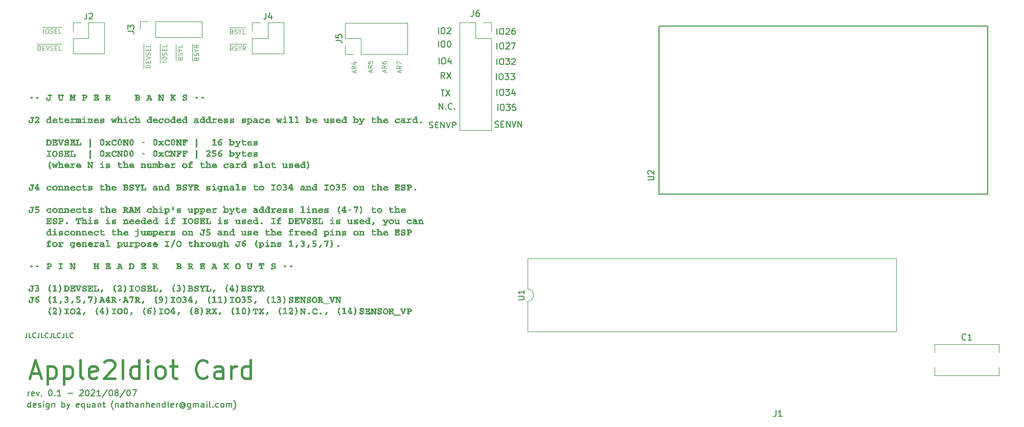
<source format=gbr>
G04 #@! TF.GenerationSoftware,KiCad,Pcbnew,5.1.10-88a1d61d58~88~ubuntu18.04.1*
G04 #@! TF.CreationDate,2021-08-07T15:14:50-07:00*
G04 #@! TF.ProjectId,apple2idiot_new,6170706c-6532-4696-9469-6f745f6e6577,1.1*
G04 #@! TF.SameCoordinates,Original*
G04 #@! TF.FileFunction,Legend,Top*
G04 #@! TF.FilePolarity,Positive*
%FSLAX46Y46*%
G04 Gerber Fmt 4.6, Leading zero omitted, Abs format (unit mm)*
G04 Created by KiCad (PCBNEW 5.1.10-88a1d61d58~88~ubuntu18.04.1) date 2021-08-07 15:14:50*
%MOMM*%
%LPD*%
G01*
G04 APERTURE LIST*
%ADD10C,0.150000*%
%ADD11C,0.125000*%
%ADD12C,0.450000*%
%ADD13C,0.010000*%
%ADD14C,0.127000*%
%ADD15C,0.120000*%
G04 APERTURE END LIST*
D10*
X153885714Y-75904761D02*
X154028571Y-75952380D01*
X154266666Y-75952380D01*
X154361904Y-75904761D01*
X154409523Y-75857142D01*
X154457142Y-75761904D01*
X154457142Y-75666666D01*
X154409523Y-75571428D01*
X154361904Y-75523809D01*
X154266666Y-75476190D01*
X154076190Y-75428571D01*
X153980952Y-75380952D01*
X153933333Y-75333333D01*
X153885714Y-75238095D01*
X153885714Y-75142857D01*
X153933333Y-75047619D01*
X153980952Y-75000000D01*
X154076190Y-74952380D01*
X154314285Y-74952380D01*
X154457142Y-75000000D01*
X154885714Y-75428571D02*
X155219047Y-75428571D01*
X155361904Y-75952380D02*
X154885714Y-75952380D01*
X154885714Y-74952380D01*
X155361904Y-74952380D01*
X155790476Y-75952380D02*
X155790476Y-74952380D01*
X156361904Y-75952380D01*
X156361904Y-74952380D01*
X156695238Y-74952380D02*
X157028571Y-75952380D01*
X157361904Y-74952380D01*
X157695238Y-75952380D02*
X157695238Y-74952380D01*
X158266666Y-75952380D01*
X158266666Y-74952380D01*
X154123809Y-68052380D02*
X154123809Y-67052380D01*
X154790476Y-67052380D02*
X154980952Y-67052380D01*
X155076190Y-67100000D01*
X155171428Y-67195238D01*
X155219047Y-67385714D01*
X155219047Y-67719047D01*
X155171428Y-67909523D01*
X155076190Y-68004761D01*
X154980952Y-68052380D01*
X154790476Y-68052380D01*
X154695238Y-68004761D01*
X154600000Y-67909523D01*
X154552380Y-67719047D01*
X154552380Y-67385714D01*
X154600000Y-67195238D01*
X154695238Y-67100000D01*
X154790476Y-67052380D01*
X155552380Y-67052380D02*
X156171428Y-67052380D01*
X155838095Y-67433333D01*
X155980952Y-67433333D01*
X156076190Y-67480952D01*
X156123809Y-67528571D01*
X156171428Y-67623809D01*
X156171428Y-67861904D01*
X156123809Y-67957142D01*
X156076190Y-68004761D01*
X155980952Y-68052380D01*
X155695238Y-68052380D01*
X155600000Y-68004761D01*
X155552380Y-67957142D01*
X156504761Y-67052380D02*
X157123809Y-67052380D01*
X156790476Y-67433333D01*
X156933333Y-67433333D01*
X157028571Y-67480952D01*
X157076190Y-67528571D01*
X157123809Y-67623809D01*
X157123809Y-67861904D01*
X157076190Y-67957142D01*
X157028571Y-68004761D01*
X156933333Y-68052380D01*
X156647619Y-68052380D01*
X156552380Y-68004761D01*
X156504761Y-67957142D01*
X154323809Y-73152380D02*
X154323809Y-72152380D01*
X154990476Y-72152380D02*
X155180952Y-72152380D01*
X155276190Y-72200000D01*
X155371428Y-72295238D01*
X155419047Y-72485714D01*
X155419047Y-72819047D01*
X155371428Y-73009523D01*
X155276190Y-73104761D01*
X155180952Y-73152380D01*
X154990476Y-73152380D01*
X154895238Y-73104761D01*
X154800000Y-73009523D01*
X154752380Y-72819047D01*
X154752380Y-72485714D01*
X154800000Y-72295238D01*
X154895238Y-72200000D01*
X154990476Y-72152380D01*
X155752380Y-72152380D02*
X156371428Y-72152380D01*
X156038095Y-72533333D01*
X156180952Y-72533333D01*
X156276190Y-72580952D01*
X156323809Y-72628571D01*
X156371428Y-72723809D01*
X156371428Y-72961904D01*
X156323809Y-73057142D01*
X156276190Y-73104761D01*
X156180952Y-73152380D01*
X155895238Y-73152380D01*
X155800000Y-73104761D01*
X155752380Y-73057142D01*
X157276190Y-72152380D02*
X156800000Y-72152380D01*
X156752380Y-72628571D01*
X156800000Y-72580952D01*
X156895238Y-72533333D01*
X157133333Y-72533333D01*
X157228571Y-72580952D01*
X157276190Y-72628571D01*
X157323809Y-72723809D01*
X157323809Y-72961904D01*
X157276190Y-73057142D01*
X157228571Y-73104761D01*
X157133333Y-73152380D01*
X156895238Y-73152380D01*
X156800000Y-73104761D01*
X156752380Y-73057142D01*
X154223809Y-65552380D02*
X154223809Y-64552380D01*
X154890476Y-64552380D02*
X155080952Y-64552380D01*
X155176190Y-64600000D01*
X155271428Y-64695238D01*
X155319047Y-64885714D01*
X155319047Y-65219047D01*
X155271428Y-65409523D01*
X155176190Y-65504761D01*
X155080952Y-65552380D01*
X154890476Y-65552380D01*
X154795238Y-65504761D01*
X154700000Y-65409523D01*
X154652380Y-65219047D01*
X154652380Y-64885714D01*
X154700000Y-64695238D01*
X154795238Y-64600000D01*
X154890476Y-64552380D01*
X155652380Y-64552380D02*
X156271428Y-64552380D01*
X155938095Y-64933333D01*
X156080952Y-64933333D01*
X156176190Y-64980952D01*
X156223809Y-65028571D01*
X156271428Y-65123809D01*
X156271428Y-65361904D01*
X156223809Y-65457142D01*
X156176190Y-65504761D01*
X156080952Y-65552380D01*
X155795238Y-65552380D01*
X155700000Y-65504761D01*
X155652380Y-65457142D01*
X156652380Y-64647619D02*
X156700000Y-64600000D01*
X156795238Y-64552380D01*
X157033333Y-64552380D01*
X157128571Y-64600000D01*
X157176190Y-64647619D01*
X157223809Y-64742857D01*
X157223809Y-64838095D01*
X157176190Y-64980952D01*
X156604761Y-65552380D01*
X157223809Y-65552380D01*
X154223809Y-60552380D02*
X154223809Y-59552380D01*
X154890476Y-59552380D02*
X155080952Y-59552380D01*
X155176190Y-59600000D01*
X155271428Y-59695238D01*
X155319047Y-59885714D01*
X155319047Y-60219047D01*
X155271428Y-60409523D01*
X155176190Y-60504761D01*
X155080952Y-60552380D01*
X154890476Y-60552380D01*
X154795238Y-60504761D01*
X154700000Y-60409523D01*
X154652380Y-60219047D01*
X154652380Y-59885714D01*
X154700000Y-59695238D01*
X154795238Y-59600000D01*
X154890476Y-59552380D01*
X155700000Y-59647619D02*
X155747619Y-59600000D01*
X155842857Y-59552380D01*
X156080952Y-59552380D01*
X156176190Y-59600000D01*
X156223809Y-59647619D01*
X156271428Y-59742857D01*
X156271428Y-59838095D01*
X156223809Y-59980952D01*
X155652380Y-60552380D01*
X156271428Y-60552380D01*
X157128571Y-59552380D02*
X156938095Y-59552380D01*
X156842857Y-59600000D01*
X156795238Y-59647619D01*
X156700000Y-59790476D01*
X156652380Y-59980952D01*
X156652380Y-60361904D01*
X156700000Y-60457142D01*
X156747619Y-60504761D01*
X156842857Y-60552380D01*
X157033333Y-60552380D01*
X157128571Y-60504761D01*
X157176190Y-60457142D01*
X157223809Y-60361904D01*
X157223809Y-60123809D01*
X157176190Y-60028571D01*
X157128571Y-59980952D01*
X157033333Y-59933333D01*
X156842857Y-59933333D01*
X156747619Y-59980952D01*
X156700000Y-60028571D01*
X156652380Y-60123809D01*
X154223809Y-70652380D02*
X154223809Y-69652380D01*
X154890476Y-69652380D02*
X155080952Y-69652380D01*
X155176190Y-69700000D01*
X155271428Y-69795238D01*
X155319047Y-69985714D01*
X155319047Y-70319047D01*
X155271428Y-70509523D01*
X155176190Y-70604761D01*
X155080952Y-70652380D01*
X154890476Y-70652380D01*
X154795238Y-70604761D01*
X154700000Y-70509523D01*
X154652380Y-70319047D01*
X154652380Y-69985714D01*
X154700000Y-69795238D01*
X154795238Y-69700000D01*
X154890476Y-69652380D01*
X155652380Y-69652380D02*
X156271428Y-69652380D01*
X155938095Y-70033333D01*
X156080952Y-70033333D01*
X156176190Y-70080952D01*
X156223809Y-70128571D01*
X156271428Y-70223809D01*
X156271428Y-70461904D01*
X156223809Y-70557142D01*
X156176190Y-70604761D01*
X156080952Y-70652380D01*
X155795238Y-70652380D01*
X155700000Y-70604761D01*
X155652380Y-70557142D01*
X157128571Y-69985714D02*
X157128571Y-70652380D01*
X156890476Y-69604761D02*
X156652380Y-70319047D01*
X157271428Y-70319047D01*
X154223809Y-62952380D02*
X154223809Y-61952380D01*
X154890476Y-61952380D02*
X155080952Y-61952380D01*
X155176190Y-62000000D01*
X155271428Y-62095238D01*
X155319047Y-62285714D01*
X155319047Y-62619047D01*
X155271428Y-62809523D01*
X155176190Y-62904761D01*
X155080952Y-62952380D01*
X154890476Y-62952380D01*
X154795238Y-62904761D01*
X154700000Y-62809523D01*
X154652380Y-62619047D01*
X154652380Y-62285714D01*
X154700000Y-62095238D01*
X154795238Y-62000000D01*
X154890476Y-61952380D01*
X155700000Y-62047619D02*
X155747619Y-62000000D01*
X155842857Y-61952380D01*
X156080952Y-61952380D01*
X156176190Y-62000000D01*
X156223809Y-62047619D01*
X156271428Y-62142857D01*
X156271428Y-62238095D01*
X156223809Y-62380952D01*
X155652380Y-62952380D01*
X156271428Y-62952380D01*
X156604761Y-61952380D02*
X157271428Y-61952380D01*
X156842857Y-62952380D01*
X143009523Y-76004761D02*
X143152380Y-76052380D01*
X143390476Y-76052380D01*
X143485714Y-76004761D01*
X143533333Y-75957142D01*
X143580952Y-75861904D01*
X143580952Y-75766666D01*
X143533333Y-75671428D01*
X143485714Y-75623809D01*
X143390476Y-75576190D01*
X143200000Y-75528571D01*
X143104761Y-75480952D01*
X143057142Y-75433333D01*
X143009523Y-75338095D01*
X143009523Y-75242857D01*
X143057142Y-75147619D01*
X143104761Y-75100000D01*
X143200000Y-75052380D01*
X143438095Y-75052380D01*
X143580952Y-75100000D01*
X144009523Y-75528571D02*
X144342857Y-75528571D01*
X144485714Y-76052380D02*
X144009523Y-76052380D01*
X144009523Y-75052380D01*
X144485714Y-75052380D01*
X144914285Y-76052380D02*
X144914285Y-75052380D01*
X145485714Y-76052380D01*
X145485714Y-75052380D01*
X145819047Y-75052380D02*
X146152380Y-76052380D01*
X146485714Y-75052380D01*
X146819047Y-76052380D02*
X146819047Y-75052380D01*
X147200000Y-75052380D01*
X147295238Y-75100000D01*
X147342857Y-75147619D01*
X147390476Y-75242857D01*
X147390476Y-75385714D01*
X147342857Y-75480952D01*
X147295238Y-75528571D01*
X147200000Y-75576190D01*
X146819047Y-75576190D01*
X144638095Y-72952380D02*
X144638095Y-71952380D01*
X145209523Y-72952380D01*
X145209523Y-71952380D01*
X145685714Y-72857142D02*
X145733333Y-72904761D01*
X145685714Y-72952380D01*
X145638095Y-72904761D01*
X145685714Y-72857142D01*
X145685714Y-72952380D01*
X146733333Y-72857142D02*
X146685714Y-72904761D01*
X146542857Y-72952380D01*
X146447619Y-72952380D01*
X146304761Y-72904761D01*
X146209523Y-72809523D01*
X146161904Y-72714285D01*
X146114285Y-72523809D01*
X146114285Y-72380952D01*
X146161904Y-72190476D01*
X146209523Y-72095238D01*
X146304761Y-72000000D01*
X146447619Y-71952380D01*
X146542857Y-71952380D01*
X146685714Y-72000000D01*
X146733333Y-72047619D01*
X147161904Y-72857142D02*
X147209523Y-72904761D01*
X147161904Y-72952380D01*
X147114285Y-72904761D01*
X147161904Y-72857142D01*
X147161904Y-72952380D01*
X144938095Y-69752380D02*
X145509523Y-69752380D01*
X145223809Y-70752380D02*
X145223809Y-69752380D01*
X145747619Y-69752380D02*
X146414285Y-70752380D01*
X146414285Y-69752380D02*
X145747619Y-70752380D01*
X145533333Y-67852380D02*
X145200000Y-67376190D01*
X144961904Y-67852380D02*
X144961904Y-66852380D01*
X145342857Y-66852380D01*
X145438095Y-66900000D01*
X145485714Y-66947619D01*
X145533333Y-67042857D01*
X145533333Y-67185714D01*
X145485714Y-67280952D01*
X145438095Y-67328571D01*
X145342857Y-67376190D01*
X144961904Y-67376190D01*
X145866666Y-66852380D02*
X146533333Y-67852380D01*
X146533333Y-66852380D02*
X145866666Y-67852380D01*
X144600000Y-65452380D02*
X144600000Y-64452380D01*
X145266666Y-64452380D02*
X145457142Y-64452380D01*
X145552380Y-64500000D01*
X145647619Y-64595238D01*
X145695238Y-64785714D01*
X145695238Y-65119047D01*
X145647619Y-65309523D01*
X145552380Y-65404761D01*
X145457142Y-65452380D01*
X145266666Y-65452380D01*
X145171428Y-65404761D01*
X145076190Y-65309523D01*
X145028571Y-65119047D01*
X145028571Y-64785714D01*
X145076190Y-64595238D01*
X145171428Y-64500000D01*
X145266666Y-64452380D01*
X146552380Y-64785714D02*
X146552380Y-65452380D01*
X146314285Y-64404761D02*
X146076190Y-65119047D01*
X146695238Y-65119047D01*
X144500000Y-62652380D02*
X144500000Y-61652380D01*
X145166666Y-61652380D02*
X145357142Y-61652380D01*
X145452380Y-61700000D01*
X145547619Y-61795238D01*
X145595238Y-61985714D01*
X145595238Y-62319047D01*
X145547619Y-62509523D01*
X145452380Y-62604761D01*
X145357142Y-62652380D01*
X145166666Y-62652380D01*
X145071428Y-62604761D01*
X144976190Y-62509523D01*
X144928571Y-62319047D01*
X144928571Y-61985714D01*
X144976190Y-61795238D01*
X145071428Y-61700000D01*
X145166666Y-61652380D01*
X146214285Y-61652380D02*
X146309523Y-61652380D01*
X146404761Y-61700000D01*
X146452380Y-61747619D01*
X146500000Y-61842857D01*
X146547619Y-62033333D01*
X146547619Y-62271428D01*
X146500000Y-62461904D01*
X146452380Y-62557142D01*
X146404761Y-62604761D01*
X146309523Y-62652380D01*
X146214285Y-62652380D01*
X146119047Y-62604761D01*
X146071428Y-62557142D01*
X146023809Y-62461904D01*
X145976190Y-62271428D01*
X145976190Y-62033333D01*
X146023809Y-61842857D01*
X146071428Y-61747619D01*
X146119047Y-61700000D01*
X146214285Y-61652380D01*
X144500000Y-60452380D02*
X144500000Y-59452380D01*
X145166666Y-59452380D02*
X145357142Y-59452380D01*
X145452380Y-59500000D01*
X145547619Y-59595238D01*
X145595238Y-59785714D01*
X145595238Y-60119047D01*
X145547619Y-60309523D01*
X145452380Y-60404761D01*
X145357142Y-60452380D01*
X145166666Y-60452380D01*
X145071428Y-60404761D01*
X144976190Y-60309523D01*
X144928571Y-60119047D01*
X144928571Y-59785714D01*
X144976190Y-59595238D01*
X145071428Y-59500000D01*
X145166666Y-59452380D01*
X145976190Y-59547619D02*
X146023809Y-59500000D01*
X146119047Y-59452380D01*
X146357142Y-59452380D01*
X146452380Y-59500000D01*
X146500000Y-59547619D01*
X146547619Y-59642857D01*
X146547619Y-59738095D01*
X146500000Y-59880952D01*
X145928571Y-60452380D01*
X146547619Y-60452380D01*
D11*
X138125000Y-66845535D02*
X138125000Y-66488392D01*
X138339285Y-66916964D02*
X137589285Y-66666964D01*
X138339285Y-66416964D01*
X138339285Y-65738392D02*
X137982142Y-65988392D01*
X138339285Y-66166964D02*
X137589285Y-66166964D01*
X137589285Y-65881250D01*
X137625000Y-65809821D01*
X137660714Y-65774107D01*
X137732142Y-65738392D01*
X137839285Y-65738392D01*
X137910714Y-65774107D01*
X137946428Y-65809821D01*
X137982142Y-65881250D01*
X137982142Y-66166964D01*
X137589285Y-65488392D02*
X137589285Y-64988392D01*
X138339285Y-65309821D01*
X135655000Y-66795535D02*
X135655000Y-66438392D01*
X135869285Y-66866964D02*
X135119285Y-66616964D01*
X135869285Y-66366964D01*
X135869285Y-65688392D02*
X135512142Y-65938392D01*
X135869285Y-66116964D02*
X135119285Y-66116964D01*
X135119285Y-65831250D01*
X135155000Y-65759821D01*
X135190714Y-65724107D01*
X135262142Y-65688392D01*
X135369285Y-65688392D01*
X135440714Y-65724107D01*
X135476428Y-65759821D01*
X135512142Y-65831250D01*
X135512142Y-66116964D01*
X135119285Y-65045535D02*
X135119285Y-65188392D01*
X135155000Y-65259821D01*
X135190714Y-65295535D01*
X135297857Y-65366964D01*
X135440714Y-65402678D01*
X135726428Y-65402678D01*
X135797857Y-65366964D01*
X135833571Y-65331250D01*
X135869285Y-65259821D01*
X135869285Y-65116964D01*
X135833571Y-65045535D01*
X135797857Y-65009821D01*
X135726428Y-64974107D01*
X135547857Y-64974107D01*
X135476428Y-65009821D01*
X135440714Y-65045535D01*
X135405000Y-65116964D01*
X135405000Y-65259821D01*
X135440714Y-65331250D01*
X135476428Y-65366964D01*
X135547857Y-65402678D01*
X133355000Y-66795535D02*
X133355000Y-66438392D01*
X133569285Y-66866964D02*
X132819285Y-66616964D01*
X133569285Y-66366964D01*
X133569285Y-65688392D02*
X133212142Y-65938392D01*
X133569285Y-66116964D02*
X132819285Y-66116964D01*
X132819285Y-65831250D01*
X132855000Y-65759821D01*
X132890714Y-65724107D01*
X132962142Y-65688392D01*
X133069285Y-65688392D01*
X133140714Y-65724107D01*
X133176428Y-65759821D01*
X133212142Y-65831250D01*
X133212142Y-66116964D01*
X132819285Y-65009821D02*
X132819285Y-65366964D01*
X133176428Y-65402678D01*
X133140714Y-65366964D01*
X133105000Y-65295535D01*
X133105000Y-65116964D01*
X133140714Y-65045535D01*
X133176428Y-65009821D01*
X133247857Y-64974107D01*
X133426428Y-64974107D01*
X133497857Y-65009821D01*
X133533571Y-65045535D01*
X133569285Y-65116964D01*
X133569285Y-65295535D01*
X133533571Y-65366964D01*
X133497857Y-65402678D01*
X130655000Y-66895535D02*
X130655000Y-66538392D01*
X130869285Y-66966964D02*
X130119285Y-66716964D01*
X130869285Y-66466964D01*
X130869285Y-65788392D02*
X130512142Y-66038392D01*
X130869285Y-66216964D02*
X130119285Y-66216964D01*
X130119285Y-65931250D01*
X130155000Y-65859821D01*
X130190714Y-65824107D01*
X130262142Y-65788392D01*
X130369285Y-65788392D01*
X130440714Y-65824107D01*
X130476428Y-65859821D01*
X130512142Y-65931250D01*
X130512142Y-66216964D01*
X130369285Y-65145535D02*
X130869285Y-65145535D01*
X130083571Y-65324107D02*
X130619285Y-65502678D01*
X130619285Y-65038392D01*
X109811607Y-62127500D02*
X110561607Y-62127500D01*
X110240178Y-62776428D02*
X110347321Y-62812142D01*
X110383035Y-62847857D01*
X110418750Y-62919285D01*
X110418750Y-63026428D01*
X110383035Y-63097857D01*
X110347321Y-63133571D01*
X110275892Y-63169285D01*
X109990178Y-63169285D01*
X109990178Y-62419285D01*
X110240178Y-62419285D01*
X110311607Y-62455000D01*
X110347321Y-62490714D01*
X110383035Y-62562142D01*
X110383035Y-62633571D01*
X110347321Y-62705000D01*
X110311607Y-62740714D01*
X110240178Y-62776428D01*
X109990178Y-62776428D01*
X110561607Y-62127500D02*
X111275892Y-62127500D01*
X110704464Y-63133571D02*
X110811607Y-63169285D01*
X110990178Y-63169285D01*
X111061607Y-63133571D01*
X111097321Y-63097857D01*
X111133035Y-63026428D01*
X111133035Y-62955000D01*
X111097321Y-62883571D01*
X111061607Y-62847857D01*
X110990178Y-62812142D01*
X110847321Y-62776428D01*
X110775892Y-62740714D01*
X110740178Y-62705000D01*
X110704464Y-62633571D01*
X110704464Y-62562142D01*
X110740178Y-62490714D01*
X110775892Y-62455000D01*
X110847321Y-62419285D01*
X111025892Y-62419285D01*
X111133035Y-62455000D01*
X111275892Y-62127500D02*
X111918750Y-62127500D01*
X111597321Y-62812142D02*
X111597321Y-63169285D01*
X111347321Y-62419285D02*
X111597321Y-62812142D01*
X111847321Y-62419285D01*
X111918750Y-62127500D02*
X112668750Y-62127500D01*
X112525892Y-63169285D02*
X112275892Y-62812142D01*
X112097321Y-63169285D02*
X112097321Y-62419285D01*
X112383035Y-62419285D01*
X112454464Y-62455000D01*
X112490178Y-62490714D01*
X112525892Y-62562142D01*
X112525892Y-62669285D01*
X112490178Y-62740714D01*
X112454464Y-62776428D01*
X112383035Y-62812142D01*
X112097321Y-62812142D01*
X109854464Y-59427500D02*
X110604464Y-59427500D01*
X110283035Y-60076428D02*
X110390178Y-60112142D01*
X110425892Y-60147857D01*
X110461607Y-60219285D01*
X110461607Y-60326428D01*
X110425892Y-60397857D01*
X110390178Y-60433571D01*
X110318750Y-60469285D01*
X110033035Y-60469285D01*
X110033035Y-59719285D01*
X110283035Y-59719285D01*
X110354464Y-59755000D01*
X110390178Y-59790714D01*
X110425892Y-59862142D01*
X110425892Y-59933571D01*
X110390178Y-60005000D01*
X110354464Y-60040714D01*
X110283035Y-60076428D01*
X110033035Y-60076428D01*
X110604464Y-59427500D02*
X111318750Y-59427500D01*
X110747321Y-60433571D02*
X110854464Y-60469285D01*
X111033035Y-60469285D01*
X111104464Y-60433571D01*
X111140178Y-60397857D01*
X111175892Y-60326428D01*
X111175892Y-60255000D01*
X111140178Y-60183571D01*
X111104464Y-60147857D01*
X111033035Y-60112142D01*
X110890178Y-60076428D01*
X110818750Y-60040714D01*
X110783035Y-60005000D01*
X110747321Y-59933571D01*
X110747321Y-59862142D01*
X110783035Y-59790714D01*
X110818750Y-59755000D01*
X110890178Y-59719285D01*
X111068750Y-59719285D01*
X111175892Y-59755000D01*
X111318750Y-59427500D02*
X111961607Y-59427500D01*
X111640178Y-60112142D02*
X111640178Y-60469285D01*
X111390178Y-59719285D02*
X111640178Y-60112142D01*
X111890178Y-59719285D01*
X111961607Y-59427500D02*
X112568750Y-59427500D01*
X112497321Y-60469285D02*
X112140178Y-60469285D01*
X112140178Y-59719285D01*
X103727500Y-64988392D02*
X103727500Y-64238392D01*
X104376428Y-64559821D02*
X104412142Y-64452678D01*
X104447857Y-64416964D01*
X104519285Y-64381250D01*
X104626428Y-64381250D01*
X104697857Y-64416964D01*
X104733571Y-64452678D01*
X104769285Y-64524107D01*
X104769285Y-64809821D01*
X104019285Y-64809821D01*
X104019285Y-64559821D01*
X104055000Y-64488392D01*
X104090714Y-64452678D01*
X104162142Y-64416964D01*
X104233571Y-64416964D01*
X104305000Y-64452678D01*
X104340714Y-64488392D01*
X104376428Y-64559821D01*
X104376428Y-64809821D01*
X103727500Y-64238392D02*
X103727500Y-63524107D01*
X104733571Y-64095535D02*
X104769285Y-63988392D01*
X104769285Y-63809821D01*
X104733571Y-63738392D01*
X104697857Y-63702678D01*
X104626428Y-63666964D01*
X104555000Y-63666964D01*
X104483571Y-63702678D01*
X104447857Y-63738392D01*
X104412142Y-63809821D01*
X104376428Y-63952678D01*
X104340714Y-64024107D01*
X104305000Y-64059821D01*
X104233571Y-64095535D01*
X104162142Y-64095535D01*
X104090714Y-64059821D01*
X104055000Y-64024107D01*
X104019285Y-63952678D01*
X104019285Y-63774107D01*
X104055000Y-63666964D01*
X103727500Y-63524107D02*
X103727500Y-62881250D01*
X104412142Y-63202678D02*
X104769285Y-63202678D01*
X104019285Y-63452678D02*
X104412142Y-63202678D01*
X104019285Y-62952678D01*
X103727500Y-62881250D02*
X103727500Y-62131250D01*
X104769285Y-62274107D02*
X104412142Y-62524107D01*
X104769285Y-62702678D02*
X104019285Y-62702678D01*
X104019285Y-62416964D01*
X104055000Y-62345535D01*
X104090714Y-62309821D01*
X104162142Y-62274107D01*
X104269285Y-62274107D01*
X104340714Y-62309821D01*
X104376428Y-62345535D01*
X104412142Y-62416964D01*
X104412142Y-62702678D01*
X101027500Y-64945535D02*
X101027500Y-64195535D01*
X101676428Y-64516964D02*
X101712142Y-64409821D01*
X101747857Y-64374107D01*
X101819285Y-64338392D01*
X101926428Y-64338392D01*
X101997857Y-64374107D01*
X102033571Y-64409821D01*
X102069285Y-64481250D01*
X102069285Y-64766964D01*
X101319285Y-64766964D01*
X101319285Y-64516964D01*
X101355000Y-64445535D01*
X101390714Y-64409821D01*
X101462142Y-64374107D01*
X101533571Y-64374107D01*
X101605000Y-64409821D01*
X101640714Y-64445535D01*
X101676428Y-64516964D01*
X101676428Y-64766964D01*
X101027500Y-64195535D02*
X101027500Y-63481250D01*
X102033571Y-64052678D02*
X102069285Y-63945535D01*
X102069285Y-63766964D01*
X102033571Y-63695535D01*
X101997857Y-63659821D01*
X101926428Y-63624107D01*
X101855000Y-63624107D01*
X101783571Y-63659821D01*
X101747857Y-63695535D01*
X101712142Y-63766964D01*
X101676428Y-63909821D01*
X101640714Y-63981250D01*
X101605000Y-64016964D01*
X101533571Y-64052678D01*
X101462142Y-64052678D01*
X101390714Y-64016964D01*
X101355000Y-63981250D01*
X101319285Y-63909821D01*
X101319285Y-63731250D01*
X101355000Y-63624107D01*
X101027500Y-63481250D02*
X101027500Y-62838392D01*
X101712142Y-63159821D02*
X102069285Y-63159821D01*
X101319285Y-63409821D02*
X101712142Y-63159821D01*
X101319285Y-62909821D01*
X101027500Y-62838392D02*
X101027500Y-62231250D01*
X102069285Y-62302678D02*
X102069285Y-62659821D01*
X101319285Y-62659821D01*
X95727500Y-66202678D02*
X95727500Y-65452678D01*
X96769285Y-66024107D02*
X96019285Y-66024107D01*
X96019285Y-65845535D01*
X96055000Y-65738392D01*
X96126428Y-65666964D01*
X96197857Y-65631250D01*
X96340714Y-65595535D01*
X96447857Y-65595535D01*
X96590714Y-65631250D01*
X96662142Y-65666964D01*
X96733571Y-65738392D01*
X96769285Y-65845535D01*
X96769285Y-66024107D01*
X95727500Y-65452678D02*
X95727500Y-64774107D01*
X96376428Y-65274107D02*
X96376428Y-65024107D01*
X96769285Y-64916964D02*
X96769285Y-65274107D01*
X96019285Y-65274107D01*
X96019285Y-64916964D01*
X95727500Y-64774107D02*
X95727500Y-64131250D01*
X96019285Y-64702678D02*
X96769285Y-64452678D01*
X96019285Y-64202678D01*
X95727500Y-64131250D02*
X95727500Y-63416964D01*
X96733571Y-63988392D02*
X96769285Y-63881250D01*
X96769285Y-63702678D01*
X96733571Y-63631250D01*
X96697857Y-63595535D01*
X96626428Y-63559821D01*
X96555000Y-63559821D01*
X96483571Y-63595535D01*
X96447857Y-63631250D01*
X96412142Y-63702678D01*
X96376428Y-63845535D01*
X96340714Y-63916964D01*
X96305000Y-63952678D01*
X96233571Y-63988392D01*
X96162142Y-63988392D01*
X96090714Y-63952678D01*
X96055000Y-63916964D01*
X96019285Y-63845535D01*
X96019285Y-63666964D01*
X96055000Y-63559821D01*
X95727500Y-63416964D02*
X95727500Y-62738392D01*
X96376428Y-63238392D02*
X96376428Y-62988392D01*
X96769285Y-62881250D02*
X96769285Y-63238392D01*
X96019285Y-63238392D01*
X96019285Y-62881250D01*
X95727500Y-62738392D02*
X95727500Y-62131250D01*
X96769285Y-62202678D02*
X96769285Y-62559821D01*
X96019285Y-62559821D01*
X77997321Y-62127500D02*
X78747321Y-62127500D01*
X78175892Y-63169285D02*
X78175892Y-62419285D01*
X78354464Y-62419285D01*
X78461607Y-62455000D01*
X78533035Y-62526428D01*
X78568750Y-62597857D01*
X78604464Y-62740714D01*
X78604464Y-62847857D01*
X78568750Y-62990714D01*
X78533035Y-63062142D01*
X78461607Y-63133571D01*
X78354464Y-63169285D01*
X78175892Y-63169285D01*
X78747321Y-62127500D02*
X79425892Y-62127500D01*
X78925892Y-62776428D02*
X79175892Y-62776428D01*
X79283035Y-63169285D02*
X78925892Y-63169285D01*
X78925892Y-62419285D01*
X79283035Y-62419285D01*
X79425892Y-62127500D02*
X80068750Y-62127500D01*
X79497321Y-62419285D02*
X79747321Y-63169285D01*
X79997321Y-62419285D01*
X80068750Y-62127500D02*
X80783035Y-62127500D01*
X80211607Y-63133571D02*
X80318750Y-63169285D01*
X80497321Y-63169285D01*
X80568750Y-63133571D01*
X80604464Y-63097857D01*
X80640178Y-63026428D01*
X80640178Y-62955000D01*
X80604464Y-62883571D01*
X80568750Y-62847857D01*
X80497321Y-62812142D01*
X80354464Y-62776428D01*
X80283035Y-62740714D01*
X80247321Y-62705000D01*
X80211607Y-62633571D01*
X80211607Y-62562142D01*
X80247321Y-62490714D01*
X80283035Y-62455000D01*
X80354464Y-62419285D01*
X80533035Y-62419285D01*
X80640178Y-62455000D01*
X80783035Y-62127500D02*
X81461607Y-62127500D01*
X80961607Y-62776428D02*
X81211607Y-62776428D01*
X81318750Y-63169285D02*
X80961607Y-63169285D01*
X80961607Y-62419285D01*
X81318750Y-62419285D01*
X81461607Y-62127500D02*
X82068750Y-62127500D01*
X81997321Y-63169285D02*
X81640178Y-63169285D01*
X81640178Y-62419285D01*
X98427500Y-65274107D02*
X98427500Y-64916964D01*
X99469285Y-65095535D02*
X98719285Y-65095535D01*
X98427500Y-64916964D02*
X98427500Y-64131250D01*
X98719285Y-64595535D02*
X98719285Y-64452678D01*
X98755000Y-64381250D01*
X98826428Y-64309821D01*
X98969285Y-64274107D01*
X99219285Y-64274107D01*
X99362142Y-64309821D01*
X99433571Y-64381250D01*
X99469285Y-64452678D01*
X99469285Y-64595535D01*
X99433571Y-64666964D01*
X99362142Y-64738392D01*
X99219285Y-64774107D01*
X98969285Y-64774107D01*
X98826428Y-64738392D01*
X98755000Y-64666964D01*
X98719285Y-64595535D01*
X98427500Y-64131250D02*
X98427500Y-63416964D01*
X99433571Y-63988392D02*
X99469285Y-63881250D01*
X99469285Y-63702678D01*
X99433571Y-63631250D01*
X99397857Y-63595535D01*
X99326428Y-63559821D01*
X99255000Y-63559821D01*
X99183571Y-63595535D01*
X99147857Y-63631250D01*
X99112142Y-63702678D01*
X99076428Y-63845535D01*
X99040714Y-63916964D01*
X99005000Y-63952678D01*
X98933571Y-63988392D01*
X98862142Y-63988392D01*
X98790714Y-63952678D01*
X98755000Y-63916964D01*
X98719285Y-63845535D01*
X98719285Y-63666964D01*
X98755000Y-63559821D01*
X98427500Y-63416964D02*
X98427500Y-62738392D01*
X99076428Y-63238392D02*
X99076428Y-62988392D01*
X99469285Y-62881250D02*
X99469285Y-63238392D01*
X98719285Y-63238392D01*
X98719285Y-62881250D01*
X98427500Y-62738392D02*
X98427500Y-62131250D01*
X99469285Y-62202678D02*
X99469285Y-62559821D01*
X98719285Y-62559821D01*
X78925892Y-59327500D02*
X79283035Y-59327500D01*
X79104464Y-60369285D02*
X79104464Y-59619285D01*
X79283035Y-59327500D02*
X80068750Y-59327500D01*
X79604464Y-59619285D02*
X79747321Y-59619285D01*
X79818750Y-59655000D01*
X79890178Y-59726428D01*
X79925892Y-59869285D01*
X79925892Y-60119285D01*
X79890178Y-60262142D01*
X79818750Y-60333571D01*
X79747321Y-60369285D01*
X79604464Y-60369285D01*
X79533035Y-60333571D01*
X79461607Y-60262142D01*
X79425892Y-60119285D01*
X79425892Y-59869285D01*
X79461607Y-59726428D01*
X79533035Y-59655000D01*
X79604464Y-59619285D01*
X80068750Y-59327500D02*
X80783035Y-59327500D01*
X80211607Y-60333571D02*
X80318750Y-60369285D01*
X80497321Y-60369285D01*
X80568750Y-60333571D01*
X80604464Y-60297857D01*
X80640178Y-60226428D01*
X80640178Y-60155000D01*
X80604464Y-60083571D01*
X80568750Y-60047857D01*
X80497321Y-60012142D01*
X80354464Y-59976428D01*
X80283035Y-59940714D01*
X80247321Y-59905000D01*
X80211607Y-59833571D01*
X80211607Y-59762142D01*
X80247321Y-59690714D01*
X80283035Y-59655000D01*
X80354464Y-59619285D01*
X80533035Y-59619285D01*
X80640178Y-59655000D01*
X80783035Y-59327500D02*
X81461607Y-59327500D01*
X80961607Y-59976428D02*
X81211607Y-59976428D01*
X81318750Y-60369285D02*
X80961607Y-60369285D01*
X80961607Y-59619285D01*
X81318750Y-59619285D01*
X81461607Y-59327500D02*
X82068750Y-59327500D01*
X81997321Y-60369285D02*
X81640178Y-60369285D01*
X81640178Y-59619285D01*
D10*
X76964166Y-122372380D02*
X76964166Y-121372380D01*
X76964166Y-122324761D02*
X76868928Y-122372380D01*
X76678452Y-122372380D01*
X76583214Y-122324761D01*
X76535595Y-122277142D01*
X76487976Y-122181904D01*
X76487976Y-121896190D01*
X76535595Y-121800952D01*
X76583214Y-121753333D01*
X76678452Y-121705714D01*
X76868928Y-121705714D01*
X76964166Y-121753333D01*
X77821309Y-122324761D02*
X77726071Y-122372380D01*
X77535595Y-122372380D01*
X77440357Y-122324761D01*
X77392738Y-122229523D01*
X77392738Y-121848571D01*
X77440357Y-121753333D01*
X77535595Y-121705714D01*
X77726071Y-121705714D01*
X77821309Y-121753333D01*
X77868928Y-121848571D01*
X77868928Y-121943809D01*
X77392738Y-122039047D01*
X78249880Y-122324761D02*
X78345119Y-122372380D01*
X78535595Y-122372380D01*
X78630833Y-122324761D01*
X78678452Y-122229523D01*
X78678452Y-122181904D01*
X78630833Y-122086666D01*
X78535595Y-122039047D01*
X78392738Y-122039047D01*
X78297500Y-121991428D01*
X78249880Y-121896190D01*
X78249880Y-121848571D01*
X78297500Y-121753333D01*
X78392738Y-121705714D01*
X78535595Y-121705714D01*
X78630833Y-121753333D01*
X79107023Y-122372380D02*
X79107023Y-121705714D01*
X79107023Y-121372380D02*
X79059404Y-121420000D01*
X79107023Y-121467619D01*
X79154642Y-121420000D01*
X79107023Y-121372380D01*
X79107023Y-121467619D01*
X80011785Y-121705714D02*
X80011785Y-122515238D01*
X79964166Y-122610476D01*
X79916547Y-122658095D01*
X79821309Y-122705714D01*
X79678452Y-122705714D01*
X79583214Y-122658095D01*
X80011785Y-122324761D02*
X79916547Y-122372380D01*
X79726071Y-122372380D01*
X79630833Y-122324761D01*
X79583214Y-122277142D01*
X79535595Y-122181904D01*
X79535595Y-121896190D01*
X79583214Y-121800952D01*
X79630833Y-121753333D01*
X79726071Y-121705714D01*
X79916547Y-121705714D01*
X80011785Y-121753333D01*
X80487976Y-121705714D02*
X80487976Y-122372380D01*
X80487976Y-121800952D02*
X80535595Y-121753333D01*
X80630833Y-121705714D01*
X80773690Y-121705714D01*
X80868928Y-121753333D01*
X80916547Y-121848571D01*
X80916547Y-122372380D01*
X82154642Y-122372380D02*
X82154642Y-121372380D01*
X82154642Y-121753333D02*
X82249880Y-121705714D01*
X82440357Y-121705714D01*
X82535595Y-121753333D01*
X82583214Y-121800952D01*
X82630833Y-121896190D01*
X82630833Y-122181904D01*
X82583214Y-122277142D01*
X82535595Y-122324761D01*
X82440357Y-122372380D01*
X82249880Y-122372380D01*
X82154642Y-122324761D01*
X82964166Y-121705714D02*
X83202261Y-122372380D01*
X83440357Y-121705714D02*
X83202261Y-122372380D01*
X83107023Y-122610476D01*
X83059404Y-122658095D01*
X82964166Y-122705714D01*
X84964166Y-122324761D02*
X84868928Y-122372380D01*
X84678452Y-122372380D01*
X84583214Y-122324761D01*
X84535595Y-122229523D01*
X84535595Y-121848571D01*
X84583214Y-121753333D01*
X84678452Y-121705714D01*
X84868928Y-121705714D01*
X84964166Y-121753333D01*
X85011785Y-121848571D01*
X85011785Y-121943809D01*
X84535595Y-122039047D01*
X85868928Y-121705714D02*
X85868928Y-122705714D01*
X85868928Y-122324761D02*
X85773690Y-122372380D01*
X85583214Y-122372380D01*
X85487976Y-122324761D01*
X85440357Y-122277142D01*
X85392738Y-122181904D01*
X85392738Y-121896190D01*
X85440357Y-121800952D01*
X85487976Y-121753333D01*
X85583214Y-121705714D01*
X85773690Y-121705714D01*
X85868928Y-121753333D01*
X86773690Y-121705714D02*
X86773690Y-122372380D01*
X86345119Y-121705714D02*
X86345119Y-122229523D01*
X86392738Y-122324761D01*
X86487976Y-122372380D01*
X86630833Y-122372380D01*
X86726071Y-122324761D01*
X86773690Y-122277142D01*
X87678452Y-122372380D02*
X87678452Y-121848571D01*
X87630833Y-121753333D01*
X87535595Y-121705714D01*
X87345119Y-121705714D01*
X87249880Y-121753333D01*
X87678452Y-122324761D02*
X87583214Y-122372380D01*
X87345119Y-122372380D01*
X87249880Y-122324761D01*
X87202261Y-122229523D01*
X87202261Y-122134285D01*
X87249880Y-122039047D01*
X87345119Y-121991428D01*
X87583214Y-121991428D01*
X87678452Y-121943809D01*
X88154642Y-121705714D02*
X88154642Y-122372380D01*
X88154642Y-121800952D02*
X88202261Y-121753333D01*
X88297500Y-121705714D01*
X88440357Y-121705714D01*
X88535595Y-121753333D01*
X88583214Y-121848571D01*
X88583214Y-122372380D01*
X88916547Y-121705714D02*
X89297500Y-121705714D01*
X89059404Y-121372380D02*
X89059404Y-122229523D01*
X89107023Y-122324761D01*
X89202261Y-122372380D01*
X89297500Y-122372380D01*
X90678452Y-122753333D02*
X90630833Y-122705714D01*
X90535595Y-122562857D01*
X90487976Y-122467619D01*
X90440357Y-122324761D01*
X90392738Y-122086666D01*
X90392738Y-121896190D01*
X90440357Y-121658095D01*
X90487976Y-121515238D01*
X90535595Y-121420000D01*
X90630833Y-121277142D01*
X90678452Y-121229523D01*
X91059404Y-121705714D02*
X91059404Y-122372380D01*
X91059404Y-121800952D02*
X91107023Y-121753333D01*
X91202261Y-121705714D01*
X91345119Y-121705714D01*
X91440357Y-121753333D01*
X91487976Y-121848571D01*
X91487976Y-122372380D01*
X92392738Y-122372380D02*
X92392738Y-121848571D01*
X92345119Y-121753333D01*
X92249880Y-121705714D01*
X92059404Y-121705714D01*
X91964166Y-121753333D01*
X92392738Y-122324761D02*
X92297500Y-122372380D01*
X92059404Y-122372380D01*
X91964166Y-122324761D01*
X91916547Y-122229523D01*
X91916547Y-122134285D01*
X91964166Y-122039047D01*
X92059404Y-121991428D01*
X92297500Y-121991428D01*
X92392738Y-121943809D01*
X92726071Y-121705714D02*
X93107023Y-121705714D01*
X92868928Y-121372380D02*
X92868928Y-122229523D01*
X92916547Y-122324761D01*
X93011785Y-122372380D01*
X93107023Y-122372380D01*
X93440357Y-122372380D02*
X93440357Y-121372380D01*
X93868928Y-122372380D02*
X93868928Y-121848571D01*
X93821309Y-121753333D01*
X93726071Y-121705714D01*
X93583214Y-121705714D01*
X93487976Y-121753333D01*
X93440357Y-121800952D01*
X94773690Y-122372380D02*
X94773690Y-121848571D01*
X94726071Y-121753333D01*
X94630833Y-121705714D01*
X94440357Y-121705714D01*
X94345119Y-121753333D01*
X94773690Y-122324761D02*
X94678452Y-122372380D01*
X94440357Y-122372380D01*
X94345119Y-122324761D01*
X94297500Y-122229523D01*
X94297500Y-122134285D01*
X94345119Y-122039047D01*
X94440357Y-121991428D01*
X94678452Y-121991428D01*
X94773690Y-121943809D01*
X95249880Y-121705714D02*
X95249880Y-122372380D01*
X95249880Y-121800952D02*
X95297500Y-121753333D01*
X95392738Y-121705714D01*
X95535595Y-121705714D01*
X95630833Y-121753333D01*
X95678452Y-121848571D01*
X95678452Y-122372380D01*
X96154642Y-122372380D02*
X96154642Y-121372380D01*
X96583214Y-122372380D02*
X96583214Y-121848571D01*
X96535595Y-121753333D01*
X96440357Y-121705714D01*
X96297500Y-121705714D01*
X96202261Y-121753333D01*
X96154642Y-121800952D01*
X97440357Y-122324761D02*
X97345119Y-122372380D01*
X97154642Y-122372380D01*
X97059404Y-122324761D01*
X97011785Y-122229523D01*
X97011785Y-121848571D01*
X97059404Y-121753333D01*
X97154642Y-121705714D01*
X97345119Y-121705714D01*
X97440357Y-121753333D01*
X97487976Y-121848571D01*
X97487976Y-121943809D01*
X97011785Y-122039047D01*
X97916547Y-121705714D02*
X97916547Y-122372380D01*
X97916547Y-121800952D02*
X97964166Y-121753333D01*
X98059404Y-121705714D01*
X98202261Y-121705714D01*
X98297500Y-121753333D01*
X98345119Y-121848571D01*
X98345119Y-122372380D01*
X99249880Y-122372380D02*
X99249880Y-121372380D01*
X99249880Y-122324761D02*
X99154642Y-122372380D01*
X98964166Y-122372380D01*
X98868928Y-122324761D01*
X98821309Y-122277142D01*
X98773690Y-122181904D01*
X98773690Y-121896190D01*
X98821309Y-121800952D01*
X98868928Y-121753333D01*
X98964166Y-121705714D01*
X99154642Y-121705714D01*
X99249880Y-121753333D01*
X99868928Y-122372380D02*
X99773690Y-122324761D01*
X99726071Y-122229523D01*
X99726071Y-121372380D01*
X100630833Y-122324761D02*
X100535595Y-122372380D01*
X100345119Y-122372380D01*
X100249880Y-122324761D01*
X100202261Y-122229523D01*
X100202261Y-121848571D01*
X100249880Y-121753333D01*
X100345119Y-121705714D01*
X100535595Y-121705714D01*
X100630833Y-121753333D01*
X100678452Y-121848571D01*
X100678452Y-121943809D01*
X100202261Y-122039047D01*
X101107023Y-122372380D02*
X101107023Y-121705714D01*
X101107023Y-121896190D02*
X101154642Y-121800952D01*
X101202261Y-121753333D01*
X101297499Y-121705714D01*
X101392738Y-121705714D01*
X102345119Y-121896190D02*
X102297499Y-121848571D01*
X102202261Y-121800952D01*
X102107023Y-121800952D01*
X102011785Y-121848571D01*
X101964166Y-121896190D01*
X101916547Y-121991428D01*
X101916547Y-122086666D01*
X101964166Y-122181904D01*
X102011785Y-122229523D01*
X102107023Y-122277142D01*
X102202261Y-122277142D01*
X102297499Y-122229523D01*
X102345119Y-122181904D01*
X102345119Y-121800952D02*
X102345119Y-122181904D01*
X102392738Y-122229523D01*
X102440357Y-122229523D01*
X102535595Y-122181904D01*
X102583214Y-122086666D01*
X102583214Y-121848571D01*
X102487976Y-121705714D01*
X102345119Y-121610476D01*
X102154642Y-121562857D01*
X101964166Y-121610476D01*
X101821309Y-121705714D01*
X101726071Y-121848571D01*
X101678452Y-122039047D01*
X101726071Y-122229523D01*
X101821309Y-122372380D01*
X101964166Y-122467619D01*
X102154642Y-122515238D01*
X102345119Y-122467619D01*
X102487976Y-122372380D01*
X103440357Y-121705714D02*
X103440357Y-122515238D01*
X103392738Y-122610476D01*
X103345119Y-122658095D01*
X103249880Y-122705714D01*
X103107023Y-122705714D01*
X103011785Y-122658095D01*
X103440357Y-122324761D02*
X103345119Y-122372380D01*
X103154642Y-122372380D01*
X103059404Y-122324761D01*
X103011785Y-122277142D01*
X102964166Y-122181904D01*
X102964166Y-121896190D01*
X103011785Y-121800952D01*
X103059404Y-121753333D01*
X103154642Y-121705714D01*
X103345119Y-121705714D01*
X103440357Y-121753333D01*
X103916547Y-122372380D02*
X103916547Y-121705714D01*
X103916547Y-121800952D02*
X103964166Y-121753333D01*
X104059404Y-121705714D01*
X104202261Y-121705714D01*
X104297499Y-121753333D01*
X104345119Y-121848571D01*
X104345119Y-122372380D01*
X104345119Y-121848571D02*
X104392738Y-121753333D01*
X104487976Y-121705714D01*
X104630833Y-121705714D01*
X104726071Y-121753333D01*
X104773690Y-121848571D01*
X104773690Y-122372380D01*
X105678452Y-122372380D02*
X105678452Y-121848571D01*
X105630833Y-121753333D01*
X105535595Y-121705714D01*
X105345119Y-121705714D01*
X105249880Y-121753333D01*
X105678452Y-122324761D02*
X105583214Y-122372380D01*
X105345119Y-122372380D01*
X105249880Y-122324761D01*
X105202261Y-122229523D01*
X105202261Y-122134285D01*
X105249880Y-122039047D01*
X105345119Y-121991428D01*
X105583214Y-121991428D01*
X105678452Y-121943809D01*
X106154642Y-122372380D02*
X106154642Y-121705714D01*
X106154642Y-121372380D02*
X106107023Y-121420000D01*
X106154642Y-121467619D01*
X106202261Y-121420000D01*
X106154642Y-121372380D01*
X106154642Y-121467619D01*
X106773690Y-122372380D02*
X106678452Y-122324761D01*
X106630833Y-122229523D01*
X106630833Y-121372380D01*
X107154642Y-122277142D02*
X107202261Y-122324761D01*
X107154642Y-122372380D01*
X107107023Y-122324761D01*
X107154642Y-122277142D01*
X107154642Y-122372380D01*
X108059404Y-122324761D02*
X107964166Y-122372380D01*
X107773690Y-122372380D01*
X107678452Y-122324761D01*
X107630833Y-122277142D01*
X107583214Y-122181904D01*
X107583214Y-121896190D01*
X107630833Y-121800952D01*
X107678452Y-121753333D01*
X107773690Y-121705714D01*
X107964166Y-121705714D01*
X108059404Y-121753333D01*
X108630833Y-122372380D02*
X108535595Y-122324761D01*
X108487976Y-122277142D01*
X108440357Y-122181904D01*
X108440357Y-121896190D01*
X108487976Y-121800952D01*
X108535595Y-121753333D01*
X108630833Y-121705714D01*
X108773690Y-121705714D01*
X108868928Y-121753333D01*
X108916547Y-121800952D01*
X108964166Y-121896190D01*
X108964166Y-122181904D01*
X108916547Y-122277142D01*
X108868928Y-122324761D01*
X108773690Y-122372380D01*
X108630833Y-122372380D01*
X109392738Y-122372380D02*
X109392738Y-121705714D01*
X109392738Y-121800952D02*
X109440357Y-121753333D01*
X109535595Y-121705714D01*
X109678452Y-121705714D01*
X109773690Y-121753333D01*
X109821309Y-121848571D01*
X109821309Y-122372380D01*
X109821309Y-121848571D02*
X109868928Y-121753333D01*
X109964166Y-121705714D01*
X110107023Y-121705714D01*
X110202261Y-121753333D01*
X110249880Y-121848571D01*
X110249880Y-122372380D01*
X110630833Y-122753333D02*
X110678452Y-122705714D01*
X110773690Y-122562857D01*
X110821309Y-122467619D01*
X110868928Y-122324761D01*
X110916547Y-122086666D01*
X110916547Y-121896190D01*
X110868928Y-121658095D01*
X110821309Y-121515238D01*
X110773690Y-121420000D01*
X110678452Y-121277142D01*
X110630833Y-121229523D01*
X76314761Y-110051904D02*
X76314761Y-110623333D01*
X76276666Y-110737619D01*
X76200476Y-110813809D01*
X76086190Y-110851904D01*
X76010000Y-110851904D01*
X77076666Y-110851904D02*
X76695714Y-110851904D01*
X76695714Y-110051904D01*
X77800476Y-110775714D02*
X77762380Y-110813809D01*
X77648095Y-110851904D01*
X77571904Y-110851904D01*
X77457619Y-110813809D01*
X77381428Y-110737619D01*
X77343333Y-110661428D01*
X77305238Y-110509047D01*
X77305238Y-110394761D01*
X77343333Y-110242380D01*
X77381428Y-110166190D01*
X77457619Y-110090000D01*
X77571904Y-110051904D01*
X77648095Y-110051904D01*
X77762380Y-110090000D01*
X77800476Y-110128095D01*
X78371904Y-110051904D02*
X78371904Y-110623333D01*
X78333809Y-110737619D01*
X78257619Y-110813809D01*
X78143333Y-110851904D01*
X78067142Y-110851904D01*
X79133809Y-110851904D02*
X78752857Y-110851904D01*
X78752857Y-110051904D01*
X79857619Y-110775714D02*
X79819523Y-110813809D01*
X79705238Y-110851904D01*
X79629047Y-110851904D01*
X79514761Y-110813809D01*
X79438571Y-110737619D01*
X79400476Y-110661428D01*
X79362380Y-110509047D01*
X79362380Y-110394761D01*
X79400476Y-110242380D01*
X79438571Y-110166190D01*
X79514761Y-110090000D01*
X79629047Y-110051904D01*
X79705238Y-110051904D01*
X79819523Y-110090000D01*
X79857619Y-110128095D01*
X80429047Y-110051904D02*
X80429047Y-110623333D01*
X80390952Y-110737619D01*
X80314761Y-110813809D01*
X80200476Y-110851904D01*
X80124285Y-110851904D01*
X81190952Y-110851904D02*
X80810000Y-110851904D01*
X80810000Y-110051904D01*
X81914761Y-110775714D02*
X81876666Y-110813809D01*
X81762380Y-110851904D01*
X81686190Y-110851904D01*
X81571904Y-110813809D01*
X81495714Y-110737619D01*
X81457619Y-110661428D01*
X81419523Y-110509047D01*
X81419523Y-110394761D01*
X81457619Y-110242380D01*
X81495714Y-110166190D01*
X81571904Y-110090000D01*
X81686190Y-110051904D01*
X81762380Y-110051904D01*
X81876666Y-110090000D01*
X81914761Y-110128095D01*
X82486190Y-110051904D02*
X82486190Y-110623333D01*
X82448095Y-110737619D01*
X82371904Y-110813809D01*
X82257619Y-110851904D01*
X82181428Y-110851904D01*
X83248095Y-110851904D02*
X82867142Y-110851904D01*
X82867142Y-110051904D01*
X83971904Y-110775714D02*
X83933809Y-110813809D01*
X83819523Y-110851904D01*
X83743333Y-110851904D01*
X83629047Y-110813809D01*
X83552857Y-110737619D01*
X83514761Y-110661428D01*
X83476666Y-110509047D01*
X83476666Y-110394761D01*
X83514761Y-110242380D01*
X83552857Y-110166190D01*
X83629047Y-110090000D01*
X83743333Y-110051904D01*
X83819523Y-110051904D01*
X83933809Y-110090000D01*
X83971904Y-110128095D01*
X76535595Y-120467380D02*
X76535595Y-119800714D01*
X76535595Y-119991190D02*
X76583214Y-119895952D01*
X76630833Y-119848333D01*
X76726071Y-119800714D01*
X76821309Y-119800714D01*
X77535595Y-120419761D02*
X77440357Y-120467380D01*
X77249880Y-120467380D01*
X77154642Y-120419761D01*
X77107023Y-120324523D01*
X77107023Y-119943571D01*
X77154642Y-119848333D01*
X77249880Y-119800714D01*
X77440357Y-119800714D01*
X77535595Y-119848333D01*
X77583214Y-119943571D01*
X77583214Y-120038809D01*
X77107023Y-120134047D01*
X77916547Y-119800714D02*
X78154642Y-120467380D01*
X78392738Y-119800714D01*
X78773690Y-120372142D02*
X78821309Y-120419761D01*
X78773690Y-120467380D01*
X78726071Y-120419761D01*
X78773690Y-120372142D01*
X78773690Y-120467380D01*
X80202261Y-119467380D02*
X80297500Y-119467380D01*
X80392738Y-119515000D01*
X80440357Y-119562619D01*
X80487976Y-119657857D01*
X80535595Y-119848333D01*
X80535595Y-120086428D01*
X80487976Y-120276904D01*
X80440357Y-120372142D01*
X80392738Y-120419761D01*
X80297500Y-120467380D01*
X80202261Y-120467380D01*
X80107023Y-120419761D01*
X80059404Y-120372142D01*
X80011785Y-120276904D01*
X79964166Y-120086428D01*
X79964166Y-119848333D01*
X80011785Y-119657857D01*
X80059404Y-119562619D01*
X80107023Y-119515000D01*
X80202261Y-119467380D01*
X80964166Y-120372142D02*
X81011785Y-120419761D01*
X80964166Y-120467380D01*
X80916547Y-120419761D01*
X80964166Y-120372142D01*
X80964166Y-120467380D01*
X81964166Y-120467380D02*
X81392738Y-120467380D01*
X81678452Y-120467380D02*
X81678452Y-119467380D01*
X81583214Y-119610238D01*
X81487976Y-119705476D01*
X81392738Y-119753095D01*
X83154642Y-120086428D02*
X83916547Y-120086428D01*
X85107023Y-119562619D02*
X85154642Y-119515000D01*
X85249880Y-119467380D01*
X85487976Y-119467380D01*
X85583214Y-119515000D01*
X85630833Y-119562619D01*
X85678452Y-119657857D01*
X85678452Y-119753095D01*
X85630833Y-119895952D01*
X85059404Y-120467380D01*
X85678452Y-120467380D01*
X86297500Y-119467380D02*
X86392738Y-119467380D01*
X86487976Y-119515000D01*
X86535595Y-119562619D01*
X86583214Y-119657857D01*
X86630833Y-119848333D01*
X86630833Y-120086428D01*
X86583214Y-120276904D01*
X86535595Y-120372142D01*
X86487976Y-120419761D01*
X86392738Y-120467380D01*
X86297500Y-120467380D01*
X86202261Y-120419761D01*
X86154642Y-120372142D01*
X86107023Y-120276904D01*
X86059404Y-120086428D01*
X86059404Y-119848333D01*
X86107023Y-119657857D01*
X86154642Y-119562619D01*
X86202261Y-119515000D01*
X86297500Y-119467380D01*
X87011785Y-119562619D02*
X87059404Y-119515000D01*
X87154642Y-119467380D01*
X87392738Y-119467380D01*
X87487976Y-119515000D01*
X87535595Y-119562619D01*
X87583214Y-119657857D01*
X87583214Y-119753095D01*
X87535595Y-119895952D01*
X86964166Y-120467380D01*
X87583214Y-120467380D01*
X88535595Y-120467380D02*
X87964166Y-120467380D01*
X88249880Y-120467380D02*
X88249880Y-119467380D01*
X88154642Y-119610238D01*
X88059404Y-119705476D01*
X87964166Y-119753095D01*
X89678452Y-119419761D02*
X88821309Y-120705476D01*
X90202261Y-119467380D02*
X90297500Y-119467380D01*
X90392738Y-119515000D01*
X90440357Y-119562619D01*
X90487976Y-119657857D01*
X90535595Y-119848333D01*
X90535595Y-120086428D01*
X90487976Y-120276904D01*
X90440357Y-120372142D01*
X90392738Y-120419761D01*
X90297500Y-120467380D01*
X90202261Y-120467380D01*
X90107023Y-120419761D01*
X90059404Y-120372142D01*
X90011785Y-120276904D01*
X89964166Y-120086428D01*
X89964166Y-119848333D01*
X90011785Y-119657857D01*
X90059404Y-119562619D01*
X90107023Y-119515000D01*
X90202261Y-119467380D01*
X91107023Y-119895952D02*
X91011785Y-119848333D01*
X90964166Y-119800714D01*
X90916547Y-119705476D01*
X90916547Y-119657857D01*
X90964166Y-119562619D01*
X91011785Y-119515000D01*
X91107023Y-119467380D01*
X91297500Y-119467380D01*
X91392738Y-119515000D01*
X91440357Y-119562619D01*
X91487976Y-119657857D01*
X91487976Y-119705476D01*
X91440357Y-119800714D01*
X91392738Y-119848333D01*
X91297500Y-119895952D01*
X91107023Y-119895952D01*
X91011785Y-119943571D01*
X90964166Y-119991190D01*
X90916547Y-120086428D01*
X90916547Y-120276904D01*
X90964166Y-120372142D01*
X91011785Y-120419761D01*
X91107023Y-120467380D01*
X91297500Y-120467380D01*
X91392738Y-120419761D01*
X91440357Y-120372142D01*
X91487976Y-120276904D01*
X91487976Y-120086428D01*
X91440357Y-119991190D01*
X91392738Y-119943571D01*
X91297500Y-119895952D01*
X92630833Y-119419761D02*
X91773690Y-120705476D01*
X93154642Y-119467380D02*
X93249880Y-119467380D01*
X93345119Y-119515000D01*
X93392738Y-119562619D01*
X93440357Y-119657857D01*
X93487976Y-119848333D01*
X93487976Y-120086428D01*
X93440357Y-120276904D01*
X93392738Y-120372142D01*
X93345119Y-120419761D01*
X93249880Y-120467380D01*
X93154642Y-120467380D01*
X93059404Y-120419761D01*
X93011785Y-120372142D01*
X92964166Y-120276904D01*
X92916547Y-120086428D01*
X92916547Y-119848333D01*
X92964166Y-119657857D01*
X93011785Y-119562619D01*
X93059404Y-119515000D01*
X93154642Y-119467380D01*
X93821309Y-119467380D02*
X94487976Y-119467380D01*
X94059404Y-120467380D01*
D12*
X77063928Y-116705000D02*
X78492500Y-116705000D01*
X76778214Y-117562142D02*
X77778214Y-114562142D01*
X78778214Y-117562142D01*
X79778214Y-115562142D02*
X79778214Y-118562142D01*
X79778214Y-115705000D02*
X80063928Y-115562142D01*
X80635357Y-115562142D01*
X80921071Y-115705000D01*
X81063928Y-115847857D01*
X81206785Y-116133571D01*
X81206785Y-116990714D01*
X81063928Y-117276428D01*
X80921071Y-117419285D01*
X80635357Y-117562142D01*
X80063928Y-117562142D01*
X79778214Y-117419285D01*
X82492500Y-115562142D02*
X82492500Y-118562142D01*
X82492500Y-115705000D02*
X82778214Y-115562142D01*
X83349642Y-115562142D01*
X83635357Y-115705000D01*
X83778214Y-115847857D01*
X83921071Y-116133571D01*
X83921071Y-116990714D01*
X83778214Y-117276428D01*
X83635357Y-117419285D01*
X83349642Y-117562142D01*
X82778214Y-117562142D01*
X82492500Y-117419285D01*
X85635357Y-117562142D02*
X85349642Y-117419285D01*
X85206785Y-117133571D01*
X85206785Y-114562142D01*
X87921071Y-117419285D02*
X87635357Y-117562142D01*
X87063928Y-117562142D01*
X86778214Y-117419285D01*
X86635357Y-117133571D01*
X86635357Y-115990714D01*
X86778214Y-115705000D01*
X87063928Y-115562142D01*
X87635357Y-115562142D01*
X87921071Y-115705000D01*
X88063928Y-115990714D01*
X88063928Y-116276428D01*
X86635357Y-116562142D01*
X89206785Y-114847857D02*
X89349642Y-114705000D01*
X89635357Y-114562142D01*
X90349642Y-114562142D01*
X90635357Y-114705000D01*
X90778214Y-114847857D01*
X90921071Y-115133571D01*
X90921071Y-115419285D01*
X90778214Y-115847857D01*
X89063928Y-117562142D01*
X90921071Y-117562142D01*
X92206785Y-117562142D02*
X92206785Y-114562142D01*
X94921071Y-117562142D02*
X94921071Y-114562142D01*
X94921071Y-117419285D02*
X94635357Y-117562142D01*
X94063928Y-117562142D01*
X93778214Y-117419285D01*
X93635357Y-117276428D01*
X93492500Y-116990714D01*
X93492500Y-116133571D01*
X93635357Y-115847857D01*
X93778214Y-115705000D01*
X94063928Y-115562142D01*
X94635357Y-115562142D01*
X94921071Y-115705000D01*
X96349642Y-117562142D02*
X96349642Y-115562142D01*
X96349642Y-114562142D02*
X96206785Y-114705000D01*
X96349642Y-114847857D01*
X96492500Y-114705000D01*
X96349642Y-114562142D01*
X96349642Y-114847857D01*
X98206785Y-117562142D02*
X97921071Y-117419285D01*
X97778214Y-117276428D01*
X97635357Y-116990714D01*
X97635357Y-116133571D01*
X97778214Y-115847857D01*
X97921071Y-115705000D01*
X98206785Y-115562142D01*
X98635357Y-115562142D01*
X98921071Y-115705000D01*
X99063928Y-115847857D01*
X99206785Y-116133571D01*
X99206785Y-116990714D01*
X99063928Y-117276428D01*
X98921071Y-117419285D01*
X98635357Y-117562142D01*
X98206785Y-117562142D01*
X100063928Y-115562142D02*
X101206785Y-115562142D01*
X100492500Y-114562142D02*
X100492500Y-117133571D01*
X100635357Y-117419285D01*
X100921071Y-117562142D01*
X101206785Y-117562142D01*
X106206785Y-117276428D02*
X106063928Y-117419285D01*
X105635357Y-117562142D01*
X105349642Y-117562142D01*
X104921071Y-117419285D01*
X104635357Y-117133571D01*
X104492500Y-116847857D01*
X104349642Y-116276428D01*
X104349642Y-115847857D01*
X104492500Y-115276428D01*
X104635357Y-114990714D01*
X104921071Y-114705000D01*
X105349642Y-114562142D01*
X105635357Y-114562142D01*
X106063928Y-114705000D01*
X106206785Y-114847857D01*
X108778214Y-117562142D02*
X108778214Y-115990714D01*
X108635357Y-115705000D01*
X108349642Y-115562142D01*
X107778214Y-115562142D01*
X107492500Y-115705000D01*
X108778214Y-117419285D02*
X108492500Y-117562142D01*
X107778214Y-117562142D01*
X107492500Y-117419285D01*
X107349642Y-117133571D01*
X107349642Y-116847857D01*
X107492500Y-116562142D01*
X107778214Y-116419285D01*
X108492500Y-116419285D01*
X108778214Y-116276428D01*
X110206785Y-117562142D02*
X110206785Y-115562142D01*
X110206785Y-116133571D02*
X110349642Y-115847857D01*
X110492500Y-115705000D01*
X110778214Y-115562142D01*
X111063928Y-115562142D01*
X113349642Y-117562142D02*
X113349642Y-114562142D01*
X113349642Y-117419285D02*
X113063928Y-117562142D01*
X112492500Y-117562142D01*
X112206785Y-117419285D01*
X112063928Y-117276428D01*
X111921071Y-116990714D01*
X111921071Y-116133571D01*
X112063928Y-115847857D01*
X112206785Y-115705000D01*
X112492500Y-115562142D01*
X113063928Y-115562142D01*
X113349642Y-115705000D01*
D13*
G36*
X137838105Y-106990177D02*
G01*
X137978577Y-106992008D01*
X138077757Y-106995671D01*
X138142309Y-107001664D01*
X138178894Y-107010489D01*
X138194175Y-107022644D01*
X138195914Y-107030645D01*
X138189257Y-107044777D01*
X138164842Y-107055313D01*
X138116008Y-107062751D01*
X138036092Y-107067593D01*
X137918431Y-107070337D01*
X137756362Y-107071483D01*
X137649678Y-107071613D01*
X137461251Y-107071114D01*
X137320778Y-107069283D01*
X137221598Y-107065620D01*
X137157047Y-107059626D01*
X137120462Y-107050802D01*
X137105181Y-107038647D01*
X137103441Y-107030645D01*
X137110099Y-107016513D01*
X137134513Y-107005978D01*
X137183347Y-106998539D01*
X137263263Y-106993698D01*
X137380924Y-106990954D01*
X137542993Y-106989808D01*
X137649678Y-106989678D01*
X137838105Y-106990177D01*
G37*
X137838105Y-106990177D02*
X137978577Y-106992008D01*
X138077757Y-106995671D01*
X138142309Y-107001664D01*
X138178894Y-107010489D01*
X138194175Y-107022644D01*
X138195914Y-107030645D01*
X138189257Y-107044777D01*
X138164842Y-107055313D01*
X138116008Y-107062751D01*
X138036092Y-107067593D01*
X137918431Y-107070337D01*
X137756362Y-107071483D01*
X137649678Y-107071613D01*
X137461251Y-107071114D01*
X137320778Y-107069283D01*
X137221598Y-107065620D01*
X137157047Y-107059626D01*
X137120462Y-107050802D01*
X137105181Y-107038647D01*
X137103441Y-107030645D01*
X137110099Y-107016513D01*
X137134513Y-107005978D01*
X137183347Y-106998539D01*
X137263263Y-106993698D01*
X137380924Y-106990954D01*
X137542993Y-106989808D01*
X137649678Y-106989678D01*
X137838105Y-106990177D01*
G36*
X85946965Y-106618358D02*
G01*
X85948387Y-106621109D01*
X85937667Y-106652223D01*
X85909164Y-106719885D01*
X85868362Y-106811223D01*
X85854573Y-106841253D01*
X85805152Y-106943437D01*
X85767934Y-107004732D01*
X85734952Y-107035009D01*
X85698238Y-107044141D01*
X85690702Y-107044301D01*
X85638505Y-107036939D01*
X85620645Y-107022309D01*
X85628817Y-106987287D01*
X85650359Y-106915430D01*
X85680808Y-106821538D01*
X85684462Y-106810643D01*
X85718607Y-106712986D01*
X85745546Y-106655690D01*
X85774883Y-106627144D01*
X85816221Y-106615735D01*
X85848333Y-106612491D01*
X85913119Y-106611096D01*
X85946965Y-106618358D01*
G37*
X85946965Y-106618358D02*
X85948387Y-106621109D01*
X85937667Y-106652223D01*
X85909164Y-106719885D01*
X85868362Y-106811223D01*
X85854573Y-106841253D01*
X85805152Y-106943437D01*
X85767934Y-107004732D01*
X85734952Y-107035009D01*
X85698238Y-107044141D01*
X85690702Y-107044301D01*
X85638505Y-107036939D01*
X85620645Y-107022309D01*
X85628817Y-106987287D01*
X85650359Y-106915430D01*
X85680808Y-106821538D01*
X85684462Y-106810643D01*
X85718607Y-106712986D01*
X85745546Y-106655690D01*
X85774883Y-106627144D01*
X85816221Y-106615735D01*
X85848333Y-106612491D01*
X85913119Y-106611096D01*
X85946965Y-106618358D01*
G36*
X93758148Y-106618358D02*
G01*
X93759570Y-106621109D01*
X93748850Y-106652223D01*
X93720346Y-106719885D01*
X93679545Y-106811223D01*
X93665756Y-106841253D01*
X93616335Y-106943437D01*
X93579117Y-107004732D01*
X93546135Y-107035009D01*
X93509421Y-107044141D01*
X93501885Y-107044301D01*
X93449688Y-107036939D01*
X93431828Y-107022309D01*
X93440000Y-106987287D01*
X93461541Y-106915430D01*
X93491991Y-106821538D01*
X93495644Y-106810643D01*
X93529789Y-106712986D01*
X93556729Y-106655690D01*
X93586066Y-106627144D01*
X93627404Y-106615735D01*
X93659515Y-106612491D01*
X93724301Y-106611096D01*
X93758148Y-106618358D01*
G37*
X93758148Y-106618358D02*
X93759570Y-106621109D01*
X93748850Y-106652223D01*
X93720346Y-106719885D01*
X93679545Y-106811223D01*
X93665756Y-106841253D01*
X93616335Y-106943437D01*
X93579117Y-107004732D01*
X93546135Y-107035009D01*
X93509421Y-107044141D01*
X93501885Y-107044301D01*
X93449688Y-107036939D01*
X93431828Y-107022309D01*
X93440000Y-106987287D01*
X93461541Y-106915430D01*
X93491991Y-106821538D01*
X93495644Y-106810643D01*
X93529789Y-106712986D01*
X93556729Y-106655690D01*
X93586066Y-106627144D01*
X93627404Y-106615735D01*
X93659515Y-106612491D01*
X93724301Y-106611096D01*
X93758148Y-106618358D01*
G36*
X101596643Y-106618358D02*
G01*
X101598065Y-106621109D01*
X101587345Y-106652223D01*
X101558841Y-106719885D01*
X101518039Y-106811223D01*
X101504250Y-106841253D01*
X101454829Y-106943437D01*
X101417611Y-107004732D01*
X101384629Y-107035009D01*
X101347915Y-107044141D01*
X101340380Y-107044301D01*
X101288183Y-107036939D01*
X101270323Y-107022309D01*
X101278495Y-106987287D01*
X101300036Y-106915430D01*
X101330486Y-106821538D01*
X101334139Y-106810643D01*
X101368284Y-106712986D01*
X101395224Y-106655690D01*
X101424561Y-106627144D01*
X101465898Y-106615735D01*
X101498010Y-106612491D01*
X101562796Y-106611096D01*
X101596643Y-106618358D01*
G37*
X101596643Y-106618358D02*
X101598065Y-106621109D01*
X101587345Y-106652223D01*
X101558841Y-106719885D01*
X101518039Y-106811223D01*
X101504250Y-106841253D01*
X101454829Y-106943437D01*
X101417611Y-107004732D01*
X101384629Y-107035009D01*
X101347915Y-107044141D01*
X101340380Y-107044301D01*
X101288183Y-107036939D01*
X101270323Y-107022309D01*
X101278495Y-106987287D01*
X101300036Y-106915430D01*
X101330486Y-106821538D01*
X101334139Y-106810643D01*
X101368284Y-106712986D01*
X101395224Y-106655690D01*
X101424561Y-106627144D01*
X101465898Y-106615735D01*
X101498010Y-106612491D01*
X101562796Y-106611096D01*
X101596643Y-106618358D01*
G36*
X108424600Y-106618358D02*
G01*
X108426022Y-106621109D01*
X108415302Y-106652223D01*
X108386798Y-106719885D01*
X108345996Y-106811223D01*
X108332207Y-106841253D01*
X108282786Y-106943437D01*
X108245568Y-107004732D01*
X108212586Y-107035009D01*
X108175872Y-107044141D01*
X108168336Y-107044301D01*
X108116140Y-107036939D01*
X108098280Y-107022309D01*
X108106452Y-106987287D01*
X108127993Y-106915430D01*
X108158442Y-106821538D01*
X108162096Y-106810643D01*
X108196241Y-106712986D01*
X108223181Y-106655690D01*
X108252518Y-106627144D01*
X108293855Y-106615735D01*
X108325967Y-106612491D01*
X108390753Y-106611096D01*
X108424600Y-106618358D01*
G37*
X108424600Y-106618358D02*
X108426022Y-106621109D01*
X108415302Y-106652223D01*
X108386798Y-106719885D01*
X108345996Y-106811223D01*
X108332207Y-106841253D01*
X108282786Y-106943437D01*
X108245568Y-107004732D01*
X108212586Y-107035009D01*
X108175872Y-107044141D01*
X108168336Y-107044301D01*
X108116140Y-107036939D01*
X108098280Y-107022309D01*
X108106452Y-106987287D01*
X108127993Y-106915430D01*
X108158442Y-106821538D01*
X108162096Y-106810643D01*
X108196241Y-106712986D01*
X108223181Y-106655690D01*
X108252518Y-106627144D01*
X108293855Y-106615735D01*
X108325967Y-106612491D01*
X108390753Y-106611096D01*
X108424600Y-106618358D01*
G36*
X116263094Y-106618358D02*
G01*
X116264516Y-106621109D01*
X116253796Y-106652223D01*
X116225293Y-106719885D01*
X116184491Y-106811223D01*
X116170702Y-106841253D01*
X116121281Y-106943437D01*
X116084063Y-107004732D01*
X116051081Y-107035009D01*
X116014367Y-107044141D01*
X116006831Y-107044301D01*
X115954634Y-107036939D01*
X115936774Y-107022309D01*
X115944946Y-106987287D01*
X115966488Y-106915430D01*
X115996937Y-106821538D01*
X116000591Y-106810643D01*
X116034736Y-106712986D01*
X116061675Y-106655690D01*
X116091012Y-106627144D01*
X116132350Y-106615735D01*
X116164462Y-106612491D01*
X116229248Y-106611096D01*
X116263094Y-106618358D01*
G37*
X116263094Y-106618358D02*
X116264516Y-106621109D01*
X116253796Y-106652223D01*
X116225293Y-106719885D01*
X116184491Y-106811223D01*
X116170702Y-106841253D01*
X116121281Y-106943437D01*
X116084063Y-107004732D01*
X116051081Y-107035009D01*
X116014367Y-107044141D01*
X116006831Y-107044301D01*
X115954634Y-107036939D01*
X115936774Y-107022309D01*
X115944946Y-106987287D01*
X115966488Y-106915430D01*
X115996937Y-106821538D01*
X116000591Y-106810643D01*
X116034736Y-106712986D01*
X116061675Y-106655690D01*
X116091012Y-106627144D01*
X116132350Y-106615735D01*
X116164462Y-106612491D01*
X116229248Y-106611096D01*
X116263094Y-106618358D01*
G36*
X126040729Y-106618358D02*
G01*
X126042151Y-106621109D01*
X126031431Y-106652223D01*
X126002927Y-106719885D01*
X125962125Y-106811223D01*
X125948336Y-106841253D01*
X125898915Y-106943437D01*
X125861697Y-107004732D01*
X125828715Y-107035009D01*
X125792001Y-107044141D01*
X125784466Y-107044301D01*
X125732269Y-107036939D01*
X125714409Y-107022309D01*
X125722581Y-106987287D01*
X125744122Y-106915430D01*
X125774572Y-106821538D01*
X125778225Y-106810643D01*
X125812370Y-106712986D01*
X125839310Y-106655690D01*
X125868647Y-106627144D01*
X125909984Y-106615735D01*
X125942096Y-106612491D01*
X126006882Y-106611096D01*
X126040729Y-106618358D01*
G37*
X126040729Y-106618358D02*
X126042151Y-106621109D01*
X126031431Y-106652223D01*
X126002927Y-106719885D01*
X125962125Y-106811223D01*
X125948336Y-106841253D01*
X125898915Y-106943437D01*
X125861697Y-107004732D01*
X125828715Y-107035009D01*
X125792001Y-107044141D01*
X125784466Y-107044301D01*
X125732269Y-107036939D01*
X125714409Y-107022309D01*
X125722581Y-106987287D01*
X125744122Y-106915430D01*
X125774572Y-106821538D01*
X125778225Y-106810643D01*
X125812370Y-106712986D01*
X125839310Y-106655690D01*
X125868647Y-106627144D01*
X125909984Y-106615735D01*
X125942096Y-106612491D01*
X126006882Y-106611096D01*
X126040729Y-106618358D01*
G36*
X80225247Y-105819012D02*
G01*
X80240215Y-105825625D01*
X80229756Y-105853969D01*
X80202606Y-105917027D01*
X80172145Y-105984666D01*
X80095436Y-106194083D01*
X80066749Y-106390234D01*
X80086283Y-106584538D01*
X80154238Y-106788411D01*
X80187427Y-106859946D01*
X80264746Y-107016989D01*
X80200998Y-107016989D01*
X80135946Y-106993966D01*
X80095261Y-106952906D01*
X80012084Y-106790542D01*
X79956190Y-106607592D01*
X79932004Y-106423734D01*
X79941684Y-106270045D01*
X79967442Y-106170032D01*
X80007576Y-106052553D01*
X80038785Y-105976442D01*
X80083465Y-105885461D01*
X80120157Y-105835755D01*
X80157891Y-105816694D01*
X80175666Y-105815269D01*
X80225247Y-105819012D01*
G37*
X80225247Y-105819012D02*
X80240215Y-105825625D01*
X80229756Y-105853969D01*
X80202606Y-105917027D01*
X80172145Y-105984666D01*
X80095436Y-106194083D01*
X80066749Y-106390234D01*
X80086283Y-106584538D01*
X80154238Y-106788411D01*
X80187427Y-106859946D01*
X80264746Y-107016989D01*
X80200998Y-107016989D01*
X80135946Y-106993966D01*
X80095261Y-106952906D01*
X80012084Y-106790542D01*
X79956190Y-106607592D01*
X79932004Y-106423734D01*
X79941684Y-106270045D01*
X79967442Y-106170032D01*
X80007576Y-106052553D01*
X80038785Y-105976442D01*
X80083465Y-105885461D01*
X80120157Y-105835755D01*
X80157891Y-105816694D01*
X80175666Y-105815269D01*
X80225247Y-105819012D01*
G36*
X81764784Y-105824573D02*
G01*
X81800701Y-105859347D01*
X81841364Y-105929886D01*
X81868102Y-105985968D01*
X81907902Y-106080227D01*
X81931671Y-106163413D01*
X81943348Y-106256335D01*
X81946871Y-106379800D01*
X81946940Y-106402473D01*
X81944944Y-106529117D01*
X81935805Y-106622160D01*
X81915286Y-106702549D01*
X81879144Y-106791229D01*
X81859876Y-106832635D01*
X81811084Y-106929696D01*
X81773471Y-106985985D01*
X81738466Y-107011656D01*
X81704268Y-107016989D01*
X81635988Y-107016989D01*
X81723317Y-106832635D01*
X81766568Y-106735508D01*
X81792563Y-106655155D01*
X81805475Y-106570749D01*
X81809477Y-106461464D01*
X81809501Y-106402473D01*
X81806168Y-106270455D01*
X81795096Y-106172458D01*
X81772504Y-106088023D01*
X81734609Y-105996691D01*
X81734394Y-105996225D01*
X81696444Y-105912442D01*
X81669763Y-105850742D01*
X81660430Y-105825527D01*
X81683765Y-105817648D01*
X81724980Y-105815269D01*
X81764784Y-105824573D01*
G37*
X81764784Y-105824573D02*
X81800701Y-105859347D01*
X81841364Y-105929886D01*
X81868102Y-105985968D01*
X81907902Y-106080227D01*
X81931671Y-106163413D01*
X81943348Y-106256335D01*
X81946871Y-106379800D01*
X81946940Y-106402473D01*
X81944944Y-106529117D01*
X81935805Y-106622160D01*
X81915286Y-106702549D01*
X81879144Y-106791229D01*
X81859876Y-106832635D01*
X81811084Y-106929696D01*
X81773471Y-106985985D01*
X81738466Y-107011656D01*
X81704268Y-107016989D01*
X81635988Y-107016989D01*
X81723317Y-106832635D01*
X81766568Y-106735508D01*
X81792563Y-106655155D01*
X81805475Y-106570749D01*
X81809477Y-106461464D01*
X81809501Y-106402473D01*
X81806168Y-106270455D01*
X81795096Y-106172458D01*
X81772504Y-106088023D01*
X81734609Y-105996691D01*
X81734394Y-105996225D01*
X81696444Y-105912442D01*
X81669763Y-105850742D01*
X81660430Y-105825527D01*
X81683765Y-105817648D01*
X81724980Y-105815269D01*
X81764784Y-105824573D01*
G36*
X88063742Y-105819012D02*
G01*
X88078710Y-105825625D01*
X88068251Y-105853969D01*
X88041101Y-105917027D01*
X88010639Y-105984666D01*
X87933930Y-106194083D01*
X87905243Y-106390234D01*
X87924778Y-106584538D01*
X87992733Y-106788411D01*
X88025921Y-106859946D01*
X88103240Y-107016989D01*
X88039493Y-107016989D01*
X87974440Y-106993966D01*
X87933756Y-106952906D01*
X87850579Y-106790542D01*
X87794685Y-106607592D01*
X87770499Y-106423734D01*
X87780179Y-106270045D01*
X87805937Y-106170032D01*
X87846070Y-106052553D01*
X87877280Y-105976442D01*
X87921959Y-105885461D01*
X87958652Y-105835755D01*
X87996385Y-105816694D01*
X88014160Y-105815269D01*
X88063742Y-105819012D01*
G37*
X88063742Y-105819012D02*
X88078710Y-105825625D01*
X88068251Y-105853969D01*
X88041101Y-105917027D01*
X88010639Y-105984666D01*
X87933930Y-106194083D01*
X87905243Y-106390234D01*
X87924778Y-106584538D01*
X87992733Y-106788411D01*
X88025921Y-106859946D01*
X88103240Y-107016989D01*
X88039493Y-107016989D01*
X87974440Y-106993966D01*
X87933756Y-106952906D01*
X87850579Y-106790542D01*
X87794685Y-106607592D01*
X87770499Y-106423734D01*
X87780179Y-106270045D01*
X87805937Y-106170032D01*
X87846070Y-106052553D01*
X87877280Y-105976442D01*
X87921959Y-105885461D01*
X87958652Y-105835755D01*
X87996385Y-105816694D01*
X88014160Y-105815269D01*
X88063742Y-105819012D01*
G36*
X89575966Y-105824573D02*
G01*
X89611884Y-105859347D01*
X89652547Y-105929886D01*
X89679285Y-105985968D01*
X89719085Y-106080227D01*
X89742854Y-106163413D01*
X89754531Y-106256335D01*
X89758054Y-106379800D01*
X89758122Y-106402473D01*
X89756127Y-106529117D01*
X89746988Y-106622160D01*
X89726468Y-106702549D01*
X89690327Y-106791229D01*
X89671059Y-106832635D01*
X89622267Y-106929696D01*
X89584654Y-106985985D01*
X89549648Y-107011656D01*
X89515451Y-107016989D01*
X89447171Y-107016989D01*
X89534500Y-106832635D01*
X89577751Y-106735508D01*
X89603746Y-106655155D01*
X89616658Y-106570749D01*
X89620660Y-106461464D01*
X89620684Y-106402473D01*
X89617351Y-106270455D01*
X89606279Y-106172458D01*
X89583687Y-106088023D01*
X89545791Y-105996691D01*
X89545577Y-105996225D01*
X89507627Y-105912442D01*
X89480945Y-105850742D01*
X89471613Y-105825527D01*
X89494948Y-105817648D01*
X89536163Y-105815269D01*
X89575966Y-105824573D01*
G37*
X89575966Y-105824573D02*
X89611884Y-105859347D01*
X89652547Y-105929886D01*
X89679285Y-105985968D01*
X89719085Y-106080227D01*
X89742854Y-106163413D01*
X89754531Y-106256335D01*
X89758054Y-106379800D01*
X89758122Y-106402473D01*
X89756127Y-106529117D01*
X89746988Y-106622160D01*
X89726468Y-106702549D01*
X89690327Y-106791229D01*
X89671059Y-106832635D01*
X89622267Y-106929696D01*
X89584654Y-106985985D01*
X89549648Y-107011656D01*
X89515451Y-107016989D01*
X89447171Y-107016989D01*
X89534500Y-106832635D01*
X89577751Y-106735508D01*
X89603746Y-106655155D01*
X89616658Y-106570749D01*
X89620660Y-106461464D01*
X89620684Y-106402473D01*
X89617351Y-106270455D01*
X89606279Y-106172458D01*
X89583687Y-106088023D01*
X89545791Y-105996691D01*
X89545577Y-105996225D01*
X89507627Y-105912442D01*
X89480945Y-105850742D01*
X89471613Y-105825527D01*
X89494948Y-105817648D01*
X89536163Y-105815269D01*
X89575966Y-105824573D01*
G36*
X95874925Y-105819012D02*
G01*
X95889893Y-105825625D01*
X95879434Y-105853969D01*
X95852284Y-105917027D01*
X95821822Y-105984666D01*
X95745113Y-106194083D01*
X95716426Y-106390234D01*
X95735960Y-106584538D01*
X95803915Y-106788411D01*
X95837104Y-106859946D01*
X95914423Y-107016989D01*
X95850675Y-107016989D01*
X95785623Y-106993966D01*
X95744939Y-106952906D01*
X95661762Y-106790542D01*
X95605868Y-106607592D01*
X95581682Y-106423734D01*
X95591362Y-106270045D01*
X95617120Y-106170032D01*
X95657253Y-106052553D01*
X95688463Y-105976442D01*
X95733142Y-105885461D01*
X95769835Y-105835755D01*
X95807568Y-105816694D01*
X95825343Y-105815269D01*
X95874925Y-105819012D01*
G37*
X95874925Y-105819012D02*
X95889893Y-105825625D01*
X95879434Y-105853969D01*
X95852284Y-105917027D01*
X95821822Y-105984666D01*
X95745113Y-106194083D01*
X95716426Y-106390234D01*
X95735960Y-106584538D01*
X95803915Y-106788411D01*
X95837104Y-106859946D01*
X95914423Y-107016989D01*
X95850675Y-107016989D01*
X95785623Y-106993966D01*
X95744939Y-106952906D01*
X95661762Y-106790542D01*
X95605868Y-106607592D01*
X95581682Y-106423734D01*
X95591362Y-106270045D01*
X95617120Y-106170032D01*
X95657253Y-106052553D01*
X95688463Y-105976442D01*
X95733142Y-105885461D01*
X95769835Y-105835755D01*
X95807568Y-105816694D01*
X95825343Y-105815269D01*
X95874925Y-105819012D01*
G36*
X97414461Y-105824573D02*
G01*
X97450379Y-105859347D01*
X97491042Y-105929886D01*
X97517780Y-105985968D01*
X97557580Y-106080227D01*
X97581348Y-106163413D01*
X97593025Y-106256335D01*
X97596548Y-106379800D01*
X97596617Y-106402473D01*
X97594621Y-106529117D01*
X97585483Y-106622160D01*
X97564963Y-106702549D01*
X97528822Y-106791229D01*
X97509553Y-106832635D01*
X97460762Y-106929696D01*
X97423149Y-106985985D01*
X97388143Y-107011656D01*
X97353945Y-107016989D01*
X97285666Y-107016989D01*
X97372994Y-106832635D01*
X97416245Y-106735508D01*
X97442241Y-106655155D01*
X97455153Y-106570749D01*
X97459155Y-106461464D01*
X97459179Y-106402473D01*
X97455845Y-106270455D01*
X97444774Y-106172458D01*
X97422181Y-106088023D01*
X97384286Y-105996691D01*
X97384071Y-105996225D01*
X97346122Y-105912442D01*
X97319440Y-105850742D01*
X97310108Y-105825527D01*
X97333442Y-105817648D01*
X97374658Y-105815269D01*
X97414461Y-105824573D01*
G37*
X97414461Y-105824573D02*
X97450379Y-105859347D01*
X97491042Y-105929886D01*
X97517780Y-105985968D01*
X97557580Y-106080227D01*
X97581348Y-106163413D01*
X97593025Y-106256335D01*
X97596548Y-106379800D01*
X97596617Y-106402473D01*
X97594621Y-106529117D01*
X97585483Y-106622160D01*
X97564963Y-106702549D01*
X97528822Y-106791229D01*
X97509553Y-106832635D01*
X97460762Y-106929696D01*
X97423149Y-106985985D01*
X97388143Y-107011656D01*
X97353945Y-107016989D01*
X97285666Y-107016989D01*
X97372994Y-106832635D01*
X97416245Y-106735508D01*
X97442241Y-106655155D01*
X97455153Y-106570749D01*
X97459155Y-106461464D01*
X97459179Y-106402473D01*
X97455845Y-106270455D01*
X97444774Y-106172458D01*
X97422181Y-106088023D01*
X97384286Y-105996691D01*
X97384071Y-105996225D01*
X97346122Y-105912442D01*
X97319440Y-105850742D01*
X97310108Y-105825527D01*
X97333442Y-105817648D01*
X97374658Y-105815269D01*
X97414461Y-105824573D01*
G36*
X103686108Y-105819012D02*
G01*
X103701075Y-105825625D01*
X103690616Y-105853969D01*
X103663466Y-105917027D01*
X103633005Y-105984666D01*
X103556296Y-106194083D01*
X103527609Y-106390234D01*
X103547143Y-106584538D01*
X103615098Y-106788411D01*
X103648287Y-106859946D01*
X103725606Y-107016989D01*
X103661858Y-107016989D01*
X103596806Y-106993966D01*
X103556121Y-106952906D01*
X103472944Y-106790542D01*
X103417050Y-106607592D01*
X103392865Y-106423734D01*
X103402544Y-106270045D01*
X103428302Y-106170032D01*
X103468436Y-106052553D01*
X103499646Y-105976442D01*
X103544325Y-105885461D01*
X103581018Y-105835755D01*
X103618751Y-105816694D01*
X103636526Y-105815269D01*
X103686108Y-105819012D01*
G37*
X103686108Y-105819012D02*
X103701075Y-105825625D01*
X103690616Y-105853969D01*
X103663466Y-105917027D01*
X103633005Y-105984666D01*
X103556296Y-106194083D01*
X103527609Y-106390234D01*
X103547143Y-106584538D01*
X103615098Y-106788411D01*
X103648287Y-106859946D01*
X103725606Y-107016989D01*
X103661858Y-107016989D01*
X103596806Y-106993966D01*
X103556121Y-106952906D01*
X103472944Y-106790542D01*
X103417050Y-106607592D01*
X103392865Y-106423734D01*
X103402544Y-106270045D01*
X103428302Y-106170032D01*
X103468436Y-106052553D01*
X103499646Y-105976442D01*
X103544325Y-105885461D01*
X103581018Y-105835755D01*
X103618751Y-105816694D01*
X103636526Y-105815269D01*
X103686108Y-105819012D01*
G36*
X105225644Y-105824573D02*
G01*
X105261562Y-105859347D01*
X105302225Y-105929886D01*
X105328963Y-105985968D01*
X105368762Y-106080227D01*
X105392531Y-106163413D01*
X105404208Y-106256335D01*
X105407731Y-106379800D01*
X105407800Y-106402473D01*
X105405804Y-106529117D01*
X105396666Y-106622160D01*
X105376146Y-106702549D01*
X105340005Y-106791229D01*
X105320736Y-106832635D01*
X105271945Y-106929696D01*
X105234332Y-106985985D01*
X105199326Y-107011656D01*
X105165128Y-107016989D01*
X105096849Y-107016989D01*
X105184177Y-106832635D01*
X105227428Y-106735508D01*
X105253423Y-106655155D01*
X105266336Y-106570749D01*
X105270337Y-106461464D01*
X105270362Y-106402473D01*
X105267028Y-106270455D01*
X105255956Y-106172458D01*
X105233364Y-106088023D01*
X105195469Y-105996691D01*
X105195254Y-105996225D01*
X105157304Y-105912442D01*
X105130623Y-105850742D01*
X105121291Y-105825527D01*
X105144625Y-105817648D01*
X105185840Y-105815269D01*
X105225644Y-105824573D01*
G37*
X105225644Y-105824573D02*
X105261562Y-105859347D01*
X105302225Y-105929886D01*
X105328963Y-105985968D01*
X105368762Y-106080227D01*
X105392531Y-106163413D01*
X105404208Y-106256335D01*
X105407731Y-106379800D01*
X105407800Y-106402473D01*
X105405804Y-106529117D01*
X105396666Y-106622160D01*
X105376146Y-106702549D01*
X105340005Y-106791229D01*
X105320736Y-106832635D01*
X105271945Y-106929696D01*
X105234332Y-106985985D01*
X105199326Y-107011656D01*
X105165128Y-107016989D01*
X105096849Y-107016989D01*
X105184177Y-106832635D01*
X105227428Y-106735508D01*
X105253423Y-106655155D01*
X105266336Y-106570749D01*
X105270337Y-106461464D01*
X105270362Y-106402473D01*
X105267028Y-106270455D01*
X105255956Y-106172458D01*
X105233364Y-106088023D01*
X105195469Y-105996691D01*
X105195254Y-105996225D01*
X105157304Y-105912442D01*
X105130623Y-105850742D01*
X105121291Y-105825527D01*
X105144625Y-105817648D01*
X105185840Y-105815269D01*
X105225644Y-105824573D01*
G36*
X110541376Y-105819012D02*
G01*
X110556344Y-105825625D01*
X110545885Y-105853969D01*
X110518735Y-105917027D01*
X110488274Y-105984666D01*
X110411565Y-106194083D01*
X110382878Y-106390234D01*
X110402412Y-106584538D01*
X110470367Y-106788411D01*
X110503556Y-106859946D01*
X110580875Y-107016989D01*
X110517127Y-107016989D01*
X110452075Y-106993966D01*
X110411390Y-106952906D01*
X110328213Y-106790542D01*
X110272319Y-106607592D01*
X110248134Y-106423734D01*
X110257813Y-106270045D01*
X110283571Y-106170032D01*
X110323705Y-106052553D01*
X110354914Y-105976442D01*
X110399594Y-105885461D01*
X110436286Y-105835755D01*
X110474020Y-105816694D01*
X110491795Y-105815269D01*
X110541376Y-105819012D01*
G37*
X110541376Y-105819012D02*
X110556344Y-105825625D01*
X110545885Y-105853969D01*
X110518735Y-105917027D01*
X110488274Y-105984666D01*
X110411565Y-106194083D01*
X110382878Y-106390234D01*
X110402412Y-106584538D01*
X110470367Y-106788411D01*
X110503556Y-106859946D01*
X110580875Y-107016989D01*
X110517127Y-107016989D01*
X110452075Y-106993966D01*
X110411390Y-106952906D01*
X110328213Y-106790542D01*
X110272319Y-106607592D01*
X110248134Y-106423734D01*
X110257813Y-106270045D01*
X110283571Y-106170032D01*
X110323705Y-106052553D01*
X110354914Y-105976442D01*
X110399594Y-105885461D01*
X110436286Y-105835755D01*
X110474020Y-105816694D01*
X110491795Y-105815269D01*
X110541376Y-105819012D01*
G36*
X113036827Y-105824573D02*
G01*
X113072744Y-105859347D01*
X113113407Y-105929886D01*
X113140145Y-105985968D01*
X113179945Y-106080227D01*
X113203714Y-106163413D01*
X113215391Y-106256335D01*
X113218914Y-106379800D01*
X113218983Y-106402473D01*
X113216987Y-106529117D01*
X113207849Y-106622160D01*
X113187329Y-106702549D01*
X113151187Y-106791229D01*
X113131919Y-106832635D01*
X113083127Y-106929696D01*
X113045515Y-106985985D01*
X113010509Y-107011656D01*
X112976311Y-107016989D01*
X112908031Y-107016989D01*
X112995360Y-106832635D01*
X113038611Y-106735508D01*
X113064606Y-106655155D01*
X113077518Y-106570749D01*
X113081520Y-106461464D01*
X113081544Y-106402473D01*
X113078211Y-106270455D01*
X113067139Y-106172458D01*
X113044547Y-106088023D01*
X113006652Y-105996691D01*
X113006437Y-105996225D01*
X112968487Y-105912442D01*
X112941806Y-105850742D01*
X112932473Y-105825527D01*
X112955808Y-105817648D01*
X112997023Y-105815269D01*
X113036827Y-105824573D01*
G37*
X113036827Y-105824573D02*
X113072744Y-105859347D01*
X113113407Y-105929886D01*
X113140145Y-105985968D01*
X113179945Y-106080227D01*
X113203714Y-106163413D01*
X113215391Y-106256335D01*
X113218914Y-106379800D01*
X113218983Y-106402473D01*
X113216987Y-106529117D01*
X113207849Y-106622160D01*
X113187329Y-106702549D01*
X113151187Y-106791229D01*
X113131919Y-106832635D01*
X113083127Y-106929696D01*
X113045515Y-106985985D01*
X113010509Y-107011656D01*
X112976311Y-107016989D01*
X112908031Y-107016989D01*
X112995360Y-106832635D01*
X113038611Y-106735508D01*
X113064606Y-106655155D01*
X113077518Y-106570749D01*
X113081520Y-106461464D01*
X113081544Y-106402473D01*
X113078211Y-106270455D01*
X113067139Y-106172458D01*
X113044547Y-106088023D01*
X113006652Y-105996691D01*
X113006437Y-105996225D01*
X112968487Y-105912442D01*
X112941806Y-105850742D01*
X112932473Y-105825527D01*
X112955808Y-105817648D01*
X112997023Y-105815269D01*
X113036827Y-105824573D01*
G36*
X118352559Y-105819012D02*
G01*
X118367527Y-105825625D01*
X118357068Y-105853969D01*
X118329918Y-105917027D01*
X118299457Y-105984666D01*
X118222748Y-106194083D01*
X118194061Y-106390234D01*
X118213595Y-106584538D01*
X118281550Y-106788411D01*
X118314738Y-106859946D01*
X118392058Y-107016989D01*
X118328310Y-107016989D01*
X118263258Y-106993966D01*
X118222573Y-106952906D01*
X118139396Y-106790542D01*
X118083502Y-106607592D01*
X118059316Y-106423734D01*
X118068996Y-106270045D01*
X118094754Y-106170032D01*
X118134888Y-106052553D01*
X118166097Y-105976442D01*
X118210777Y-105885461D01*
X118247469Y-105835755D01*
X118285203Y-105816694D01*
X118302977Y-105815269D01*
X118352559Y-105819012D01*
G37*
X118352559Y-105819012D02*
X118367527Y-105825625D01*
X118357068Y-105853969D01*
X118329918Y-105917027D01*
X118299457Y-105984666D01*
X118222748Y-106194083D01*
X118194061Y-106390234D01*
X118213595Y-106584538D01*
X118281550Y-106788411D01*
X118314738Y-106859946D01*
X118392058Y-107016989D01*
X118328310Y-107016989D01*
X118263258Y-106993966D01*
X118222573Y-106952906D01*
X118139396Y-106790542D01*
X118083502Y-106607592D01*
X118059316Y-106423734D01*
X118068996Y-106270045D01*
X118094754Y-106170032D01*
X118134888Y-106052553D01*
X118166097Y-105976442D01*
X118210777Y-105885461D01*
X118247469Y-105835755D01*
X118285203Y-105816694D01*
X118302977Y-105815269D01*
X118352559Y-105819012D01*
G36*
X120875321Y-105824573D02*
G01*
X120911239Y-105859347D01*
X120951902Y-105929886D01*
X120978640Y-105985968D01*
X121018440Y-106080227D01*
X121042209Y-106163413D01*
X121053885Y-106256335D01*
X121057408Y-106379800D01*
X121057477Y-106402473D01*
X121055481Y-106529117D01*
X121046343Y-106622160D01*
X121025823Y-106702549D01*
X120989682Y-106791229D01*
X120970414Y-106832635D01*
X120921622Y-106929696D01*
X120884009Y-106985985D01*
X120849003Y-107011656D01*
X120814806Y-107016989D01*
X120746526Y-107016989D01*
X120833855Y-106832635D01*
X120877105Y-106735508D01*
X120903101Y-106655155D01*
X120916013Y-106570749D01*
X120920015Y-106461464D01*
X120920039Y-106402473D01*
X120916706Y-106270455D01*
X120905634Y-106172458D01*
X120883042Y-106088023D01*
X120845146Y-105996691D01*
X120844932Y-105996225D01*
X120806982Y-105912442D01*
X120780300Y-105850742D01*
X120770968Y-105825527D01*
X120794302Y-105817648D01*
X120835518Y-105815269D01*
X120875321Y-105824573D01*
G37*
X120875321Y-105824573D02*
X120911239Y-105859347D01*
X120951902Y-105929886D01*
X120978640Y-105985968D01*
X121018440Y-106080227D01*
X121042209Y-106163413D01*
X121053885Y-106256335D01*
X121057408Y-106379800D01*
X121057477Y-106402473D01*
X121055481Y-106529117D01*
X121046343Y-106622160D01*
X121025823Y-106702549D01*
X120989682Y-106791229D01*
X120970414Y-106832635D01*
X120921622Y-106929696D01*
X120884009Y-106985985D01*
X120849003Y-107011656D01*
X120814806Y-107016989D01*
X120746526Y-107016989D01*
X120833855Y-106832635D01*
X120877105Y-106735508D01*
X120903101Y-106655155D01*
X120916013Y-106570749D01*
X120920015Y-106461464D01*
X120920039Y-106402473D01*
X120916706Y-106270455D01*
X120905634Y-106172458D01*
X120883042Y-106088023D01*
X120845146Y-105996691D01*
X120844932Y-105996225D01*
X120806982Y-105912442D01*
X120780300Y-105850742D01*
X120770968Y-105825527D01*
X120794302Y-105817648D01*
X120835518Y-105815269D01*
X120875321Y-105824573D01*
G36*
X128130194Y-105819012D02*
G01*
X128145162Y-105825625D01*
X128134702Y-105853969D01*
X128107552Y-105917027D01*
X128077091Y-105984666D01*
X128000382Y-106194083D01*
X127971695Y-106390234D01*
X127991229Y-106584538D01*
X128059184Y-106788411D01*
X128092373Y-106859946D01*
X128169692Y-107016989D01*
X128105944Y-107016989D01*
X128040892Y-106993966D01*
X128000207Y-106952906D01*
X127917031Y-106790542D01*
X127861136Y-106607592D01*
X127836951Y-106423734D01*
X127846630Y-106270045D01*
X127872388Y-106170032D01*
X127912522Y-106052553D01*
X127943732Y-105976442D01*
X127988411Y-105885461D01*
X128025104Y-105835755D01*
X128062837Y-105816694D01*
X128080612Y-105815269D01*
X128130194Y-105819012D01*
G37*
X128130194Y-105819012D02*
X128145162Y-105825625D01*
X128134702Y-105853969D01*
X128107552Y-105917027D01*
X128077091Y-105984666D01*
X128000382Y-106194083D01*
X127971695Y-106390234D01*
X127991229Y-106584538D01*
X128059184Y-106788411D01*
X128092373Y-106859946D01*
X128169692Y-107016989D01*
X128105944Y-107016989D01*
X128040892Y-106993966D01*
X128000207Y-106952906D01*
X127917031Y-106790542D01*
X127861136Y-106607592D01*
X127836951Y-106423734D01*
X127846630Y-106270045D01*
X127872388Y-106170032D01*
X127912522Y-106052553D01*
X127943732Y-105976442D01*
X127988411Y-105885461D01*
X128025104Y-105835755D01*
X128062837Y-105816694D01*
X128080612Y-105815269D01*
X128130194Y-105819012D01*
G36*
X130652956Y-105824573D02*
G01*
X130688873Y-105859347D01*
X130729536Y-105929886D01*
X130756274Y-105985968D01*
X130796074Y-106080227D01*
X130819843Y-106163413D01*
X130831520Y-106256335D01*
X130835043Y-106379800D01*
X130835112Y-106402473D01*
X130833116Y-106529117D01*
X130823978Y-106622160D01*
X130803458Y-106702549D01*
X130767317Y-106791229D01*
X130748048Y-106832635D01*
X130699256Y-106929696D01*
X130661644Y-106985985D01*
X130626638Y-107011656D01*
X130592440Y-107016989D01*
X130524160Y-107016989D01*
X130611489Y-106832635D01*
X130654740Y-106735508D01*
X130680735Y-106655155D01*
X130693647Y-106570749D01*
X130697649Y-106461464D01*
X130697674Y-106402473D01*
X130694340Y-106270455D01*
X130683268Y-106172458D01*
X130660676Y-106088023D01*
X130622781Y-105996691D01*
X130622566Y-105996225D01*
X130584616Y-105912442D01*
X130557935Y-105850742D01*
X130548602Y-105825527D01*
X130571937Y-105817648D01*
X130613152Y-105815269D01*
X130652956Y-105824573D01*
G37*
X130652956Y-105824573D02*
X130688873Y-105859347D01*
X130729536Y-105929886D01*
X130756274Y-105985968D01*
X130796074Y-106080227D01*
X130819843Y-106163413D01*
X130831520Y-106256335D01*
X130835043Y-106379800D01*
X130835112Y-106402473D01*
X130833116Y-106529117D01*
X130823978Y-106622160D01*
X130803458Y-106702549D01*
X130767317Y-106791229D01*
X130748048Y-106832635D01*
X130699256Y-106929696D01*
X130661644Y-106985985D01*
X130626638Y-107011656D01*
X130592440Y-107016989D01*
X130524160Y-107016989D01*
X130611489Y-106832635D01*
X130654740Y-106735508D01*
X130680735Y-106655155D01*
X130693647Y-106570749D01*
X130697649Y-106461464D01*
X130697674Y-106402473D01*
X130694340Y-106270455D01*
X130683268Y-106172458D01*
X130660676Y-106088023D01*
X130622781Y-105996691D01*
X130622566Y-105996225D01*
X130584616Y-105912442D01*
X130557935Y-105850742D01*
X130548602Y-105825527D01*
X130571937Y-105817648D01*
X130613152Y-105815269D01*
X130652956Y-105824573D01*
G36*
X84006753Y-105951156D02*
G01*
X84117590Y-106005859D01*
X84214363Y-106097793D01*
X84281061Y-106209601D01*
X84298002Y-106266865D01*
X84310793Y-106442331D01*
X84283351Y-106596978D01*
X84220471Y-106724957D01*
X84126945Y-106820417D01*
X84007568Y-106877512D01*
X83867132Y-106890391D01*
X83795797Y-106879638D01*
X83672568Y-106825499D01*
X83575368Y-106729095D01*
X83509926Y-106598875D01*
X83481972Y-106443286D01*
X83481360Y-106416011D01*
X83489626Y-106354734D01*
X83606024Y-106354734D01*
X83606678Y-106474235D01*
X83637862Y-106586698D01*
X83696472Y-106681055D01*
X83779404Y-106746236D01*
X83883553Y-106771171D01*
X83886039Y-106771183D01*
X83969370Y-106763076D01*
X84037293Y-106743376D01*
X84040924Y-106741535D01*
X84102205Y-106682811D01*
X84152126Y-106588247D01*
X84183771Y-106476445D01*
X84190223Y-106366007D01*
X84187936Y-106346078D01*
X84148498Y-106222422D01*
X84078206Y-106130138D01*
X83987052Y-106073546D01*
X83885032Y-106056967D01*
X83782138Y-106084722D01*
X83708725Y-106138902D01*
X83639005Y-106239267D01*
X83606024Y-106354734D01*
X83489626Y-106354734D01*
X83502853Y-106256691D01*
X83563045Y-106122948D01*
X83655025Y-106020897D01*
X83771881Y-105956653D01*
X83906704Y-105936331D01*
X84006753Y-105951156D01*
G37*
X84006753Y-105951156D02*
X84117590Y-106005859D01*
X84214363Y-106097793D01*
X84281061Y-106209601D01*
X84298002Y-106266865D01*
X84310793Y-106442331D01*
X84283351Y-106596978D01*
X84220471Y-106724957D01*
X84126945Y-106820417D01*
X84007568Y-106877512D01*
X83867132Y-106890391D01*
X83795797Y-106879638D01*
X83672568Y-106825499D01*
X83575368Y-106729095D01*
X83509926Y-106598875D01*
X83481972Y-106443286D01*
X83481360Y-106416011D01*
X83489626Y-106354734D01*
X83606024Y-106354734D01*
X83606678Y-106474235D01*
X83637862Y-106586698D01*
X83696472Y-106681055D01*
X83779404Y-106746236D01*
X83883553Y-106771171D01*
X83886039Y-106771183D01*
X83969370Y-106763076D01*
X84037293Y-106743376D01*
X84040924Y-106741535D01*
X84102205Y-106682811D01*
X84152126Y-106588247D01*
X84183771Y-106476445D01*
X84190223Y-106366007D01*
X84187936Y-106346078D01*
X84148498Y-106222422D01*
X84078206Y-106130138D01*
X83987052Y-106073546D01*
X83885032Y-106056967D01*
X83782138Y-106084722D01*
X83708725Y-106138902D01*
X83639005Y-106239267D01*
X83606024Y-106354734D01*
X83489626Y-106354734D01*
X83502853Y-106256691D01*
X83563045Y-106122948D01*
X83655025Y-106020897D01*
X83771881Y-105956653D01*
X83906704Y-105936331D01*
X84006753Y-105951156D01*
G36*
X91817935Y-105951156D02*
G01*
X91928772Y-106005859D01*
X92025546Y-106097793D01*
X92092243Y-106209601D01*
X92109185Y-106266865D01*
X92121976Y-106442331D01*
X92094534Y-106596978D01*
X92031654Y-106724957D01*
X91938128Y-106820417D01*
X91818751Y-106877512D01*
X91678315Y-106890391D01*
X91606979Y-106879638D01*
X91483750Y-106825499D01*
X91386550Y-106729095D01*
X91321109Y-106598875D01*
X91293155Y-106443286D01*
X91292543Y-106416011D01*
X91300809Y-106354734D01*
X91417207Y-106354734D01*
X91417860Y-106474235D01*
X91449044Y-106586698D01*
X91507655Y-106681055D01*
X91590586Y-106746236D01*
X91694736Y-106771171D01*
X91697222Y-106771183D01*
X91780553Y-106763076D01*
X91848476Y-106743376D01*
X91852107Y-106741535D01*
X91913388Y-106682811D01*
X91963309Y-106588247D01*
X91994954Y-106476445D01*
X92001406Y-106366007D01*
X91999119Y-106346078D01*
X91959681Y-106222422D01*
X91889388Y-106130138D01*
X91798235Y-106073546D01*
X91696215Y-106056967D01*
X91593321Y-106084722D01*
X91519908Y-106138902D01*
X91450188Y-106239267D01*
X91417207Y-106354734D01*
X91300809Y-106354734D01*
X91314036Y-106256691D01*
X91374228Y-106122948D01*
X91466208Y-106020897D01*
X91583064Y-105956653D01*
X91717887Y-105936331D01*
X91817935Y-105951156D01*
G37*
X91817935Y-105951156D02*
X91928772Y-106005859D01*
X92025546Y-106097793D01*
X92092243Y-106209601D01*
X92109185Y-106266865D01*
X92121976Y-106442331D01*
X92094534Y-106596978D01*
X92031654Y-106724957D01*
X91938128Y-106820417D01*
X91818751Y-106877512D01*
X91678315Y-106890391D01*
X91606979Y-106879638D01*
X91483750Y-106825499D01*
X91386550Y-106729095D01*
X91321109Y-106598875D01*
X91293155Y-106443286D01*
X91292543Y-106416011D01*
X91300809Y-106354734D01*
X91417207Y-106354734D01*
X91417860Y-106474235D01*
X91449044Y-106586698D01*
X91507655Y-106681055D01*
X91590586Y-106746236D01*
X91694736Y-106771171D01*
X91697222Y-106771183D01*
X91780553Y-106763076D01*
X91848476Y-106743376D01*
X91852107Y-106741535D01*
X91913388Y-106682811D01*
X91963309Y-106588247D01*
X91994954Y-106476445D01*
X92001406Y-106366007D01*
X91999119Y-106346078D01*
X91959681Y-106222422D01*
X91889388Y-106130138D01*
X91798235Y-106073546D01*
X91696215Y-106056967D01*
X91593321Y-106084722D01*
X91519908Y-106138902D01*
X91450188Y-106239267D01*
X91417207Y-106354734D01*
X91300809Y-106354734D01*
X91314036Y-106256691D01*
X91374228Y-106122948D01*
X91466208Y-106020897D01*
X91583064Y-105956653D01*
X91717887Y-105936331D01*
X91817935Y-105951156D01*
G36*
X99629118Y-105951156D02*
G01*
X99739955Y-106005859D01*
X99836729Y-106097793D01*
X99903426Y-106209601D01*
X99920368Y-106266865D01*
X99933159Y-106442331D01*
X99905717Y-106596978D01*
X99842837Y-106724957D01*
X99749311Y-106820417D01*
X99629933Y-106877512D01*
X99489497Y-106890391D01*
X99418162Y-106879638D01*
X99294933Y-106825499D01*
X99197733Y-106729095D01*
X99132292Y-106598875D01*
X99104337Y-106443286D01*
X99103725Y-106416011D01*
X99111991Y-106354734D01*
X99228390Y-106354734D01*
X99229043Y-106474235D01*
X99260227Y-106586698D01*
X99318837Y-106681055D01*
X99401769Y-106746236D01*
X99505919Y-106771171D01*
X99508405Y-106771183D01*
X99591736Y-106763076D01*
X99659659Y-106743376D01*
X99663289Y-106741535D01*
X99724571Y-106682811D01*
X99774492Y-106588247D01*
X99806136Y-106476445D01*
X99812589Y-106366007D01*
X99810302Y-106346078D01*
X99770864Y-106222422D01*
X99700571Y-106130138D01*
X99609418Y-106073546D01*
X99507397Y-106056967D01*
X99404504Y-106084722D01*
X99331091Y-106138902D01*
X99261371Y-106239267D01*
X99228390Y-106354734D01*
X99111991Y-106354734D01*
X99125219Y-106256691D01*
X99185411Y-106122948D01*
X99277390Y-106020897D01*
X99394247Y-105956653D01*
X99529069Y-105936331D01*
X99629118Y-105951156D01*
G37*
X99629118Y-105951156D02*
X99739955Y-106005859D01*
X99836729Y-106097793D01*
X99903426Y-106209601D01*
X99920368Y-106266865D01*
X99933159Y-106442331D01*
X99905717Y-106596978D01*
X99842837Y-106724957D01*
X99749311Y-106820417D01*
X99629933Y-106877512D01*
X99489497Y-106890391D01*
X99418162Y-106879638D01*
X99294933Y-106825499D01*
X99197733Y-106729095D01*
X99132292Y-106598875D01*
X99104337Y-106443286D01*
X99103725Y-106416011D01*
X99111991Y-106354734D01*
X99228390Y-106354734D01*
X99229043Y-106474235D01*
X99260227Y-106586698D01*
X99318837Y-106681055D01*
X99401769Y-106746236D01*
X99505919Y-106771171D01*
X99508405Y-106771183D01*
X99591736Y-106763076D01*
X99659659Y-106743376D01*
X99663289Y-106741535D01*
X99724571Y-106682811D01*
X99774492Y-106588247D01*
X99806136Y-106476445D01*
X99812589Y-106366007D01*
X99810302Y-106346078D01*
X99770864Y-106222422D01*
X99700571Y-106130138D01*
X99609418Y-106073546D01*
X99507397Y-106056967D01*
X99404504Y-106084722D01*
X99331091Y-106138902D01*
X99261371Y-106239267D01*
X99228390Y-106354734D01*
X99111991Y-106354734D01*
X99125219Y-106256691D01*
X99185411Y-106122948D01*
X99277390Y-106020897D01*
X99394247Y-105956653D01*
X99529069Y-105936331D01*
X99629118Y-105951156D01*
G36*
X122401259Y-105953453D02*
G01*
X122459043Y-105960396D01*
X122485316Y-105975760D01*
X122491612Y-106002649D01*
X122491613Y-106003266D01*
X122468545Y-106051326D01*
X122436989Y-106068989D01*
X122416016Y-106077540D01*
X122401223Y-106096004D01*
X122391538Y-106132760D01*
X122385888Y-106196187D01*
X122383199Y-106294661D01*
X122382398Y-106436561D01*
X122382366Y-106495508D01*
X122382366Y-106907742D01*
X122306942Y-106907742D01*
X122275046Y-106903750D01*
X122245042Y-106886947D01*
X122211367Y-106850098D01*
X122168456Y-106785967D01*
X122110747Y-106687315D01*
X122040652Y-106561389D01*
X121970328Y-106437237D01*
X121906644Y-106331182D01*
X121855217Y-106252114D01*
X121821663Y-106208923D01*
X121814661Y-106203732D01*
X121798631Y-106210239D01*
X121789097Y-106247296D01*
X121785310Y-106322349D01*
X121786521Y-106442846D01*
X121787349Y-106474977D01*
X121795162Y-106757527D01*
X121870269Y-106766169D01*
X121929384Y-106786616D01*
X121945377Y-106827621D01*
X121939741Y-106855425D01*
X121915097Y-106871357D01*
X121859841Y-106878622D01*
X121762367Y-106880426D01*
X121754194Y-106880430D01*
X121653721Y-106878957D01*
X121596162Y-106872311D01*
X121569836Y-106857156D01*
X121563064Y-106830155D01*
X121563011Y-106825807D01*
X121582323Y-106780160D01*
X121617635Y-106771183D01*
X121639934Y-106768172D01*
X121655170Y-106753334D01*
X121664681Y-106717965D01*
X121669806Y-106653360D01*
X121671885Y-106550814D01*
X121672258Y-106416129D01*
X121671795Y-106271180D01*
X121669512Y-106172148D01*
X121664071Y-106110328D01*
X121654132Y-106077014D01*
X121638355Y-106063501D01*
X121617635Y-106061076D01*
X121571988Y-106041763D01*
X121563011Y-106006452D01*
X121569762Y-105974358D01*
X121598812Y-105958115D01*
X121663356Y-105952766D01*
X121706398Y-105952586D01*
X121849785Y-105953344D01*
X122040968Y-106307603D01*
X122109533Y-106432218D01*
X122170049Y-106537648D01*
X122217466Y-106615443D01*
X122246737Y-106657154D01*
X122252635Y-106661899D01*
X122260866Y-106636443D01*
X122267518Y-106567391D01*
X122271839Y-106465763D01*
X122273119Y-106361506D01*
X122273119Y-106061076D01*
X122191183Y-106061076D01*
X122131209Y-106052491D01*
X122110093Y-106020552D01*
X122109248Y-106006452D01*
X122114405Y-105977745D01*
X122137666Y-105961300D01*
X122190708Y-105953778D01*
X122285212Y-105951843D01*
X122300430Y-105951828D01*
X122401259Y-105953453D01*
G37*
X122401259Y-105953453D02*
X122459043Y-105960396D01*
X122485316Y-105975760D01*
X122491612Y-106002649D01*
X122491613Y-106003266D01*
X122468545Y-106051326D01*
X122436989Y-106068989D01*
X122416016Y-106077540D01*
X122401223Y-106096004D01*
X122391538Y-106132760D01*
X122385888Y-106196187D01*
X122383199Y-106294661D01*
X122382398Y-106436561D01*
X122382366Y-106495508D01*
X122382366Y-106907742D01*
X122306942Y-106907742D01*
X122275046Y-106903750D01*
X122245042Y-106886947D01*
X122211367Y-106850098D01*
X122168456Y-106785967D01*
X122110747Y-106687315D01*
X122040652Y-106561389D01*
X121970328Y-106437237D01*
X121906644Y-106331182D01*
X121855217Y-106252114D01*
X121821663Y-106208923D01*
X121814661Y-106203732D01*
X121798631Y-106210239D01*
X121789097Y-106247296D01*
X121785310Y-106322349D01*
X121786521Y-106442846D01*
X121787349Y-106474977D01*
X121795162Y-106757527D01*
X121870269Y-106766169D01*
X121929384Y-106786616D01*
X121945377Y-106827621D01*
X121939741Y-106855425D01*
X121915097Y-106871357D01*
X121859841Y-106878622D01*
X121762367Y-106880426D01*
X121754194Y-106880430D01*
X121653721Y-106878957D01*
X121596162Y-106872311D01*
X121569836Y-106857156D01*
X121563064Y-106830155D01*
X121563011Y-106825807D01*
X121582323Y-106780160D01*
X121617635Y-106771183D01*
X121639934Y-106768172D01*
X121655170Y-106753334D01*
X121664681Y-106717965D01*
X121669806Y-106653360D01*
X121671885Y-106550814D01*
X121672258Y-106416129D01*
X121671795Y-106271180D01*
X121669512Y-106172148D01*
X121664071Y-106110328D01*
X121654132Y-106077014D01*
X121638355Y-106063501D01*
X121617635Y-106061076D01*
X121571988Y-106041763D01*
X121563011Y-106006452D01*
X121569762Y-105974358D01*
X121598812Y-105958115D01*
X121663356Y-105952766D01*
X121706398Y-105952586D01*
X121849785Y-105953344D01*
X122040968Y-106307603D01*
X122109533Y-106432218D01*
X122170049Y-106537648D01*
X122217466Y-106615443D01*
X122246737Y-106657154D01*
X122252635Y-106661899D01*
X122260866Y-106636443D01*
X122267518Y-106567391D01*
X122271839Y-106465763D01*
X122273119Y-106361506D01*
X122273119Y-106061076D01*
X122191183Y-106061076D01*
X122131209Y-106052491D01*
X122110093Y-106020552D01*
X122109248Y-106006452D01*
X122114405Y-105977745D01*
X122137666Y-105961300D01*
X122190708Y-105953778D01*
X122285212Y-105951843D01*
X122300430Y-105951828D01*
X122401259Y-105953453D01*
G36*
X123010432Y-106648856D02*
G01*
X123051506Y-106673080D01*
X123105395Y-106729874D01*
X123117632Y-106792930D01*
X123085645Y-106845535D01*
X123002287Y-106887162D01*
X122925479Y-106875819D01*
X122904426Y-106863165D01*
X122854792Y-106803603D01*
X122856444Y-106737976D01*
X122908773Y-106677274D01*
X122914946Y-106673080D01*
X122968401Y-106644182D01*
X123010432Y-106648856D01*
G37*
X123010432Y-106648856D02*
X123051506Y-106673080D01*
X123105395Y-106729874D01*
X123117632Y-106792930D01*
X123085645Y-106845535D01*
X123002287Y-106887162D01*
X122925479Y-106875819D01*
X122904426Y-106863165D01*
X122854792Y-106803603D01*
X122856444Y-106737976D01*
X122908773Y-106677274D01*
X122914946Y-106673080D01*
X122968401Y-106644182D01*
X123010432Y-106648856D01*
G36*
X124108861Y-105964224D02*
G01*
X124165304Y-105991385D01*
X124216062Y-106021572D01*
X124236290Y-106020268D01*
X124239570Y-105995937D01*
X124262203Y-105959099D01*
X124291768Y-105951828D01*
X124321755Y-105959588D01*
X124339424Y-105990995D01*
X124349398Y-106058238D01*
X124353220Y-106113877D01*
X124356655Y-106204718D01*
X124350985Y-106254934D01*
X124332072Y-106278298D01*
X124301022Y-106287616D01*
X124252190Y-106284990D01*
X124239570Y-106252154D01*
X124223431Y-106198747D01*
X124184452Y-106134946D01*
X124182964Y-106133038D01*
X124130315Y-106083415D01*
X124062644Y-106063305D01*
X124011514Y-106061076D01*
X123884217Y-106082296D01*
X123789609Y-106146944D01*
X123731416Y-106241295D01*
X123698108Y-106357698D01*
X123703237Y-106471019D01*
X123737687Y-106580497D01*
X123805183Y-106683661D01*
X123903194Y-106748833D01*
X124020582Y-106773353D01*
X124146207Y-106754563D01*
X124250628Y-106702903D01*
X124326140Y-106654992D01*
X124373077Y-106638018D01*
X124406007Y-106649419D01*
X124427575Y-106671762D01*
X124437360Y-106702036D01*
X124410788Y-106737802D01*
X124355811Y-106779284D01*
X124282377Y-106824186D01*
X124205965Y-106855755D01*
X124105527Y-106881815D01*
X124048387Y-106893533D01*
X123994652Y-106893118D01*
X123920049Y-106881187D01*
X123915182Y-106880078D01*
X123774764Y-106823389D01*
X123672918Y-106728593D01*
X123610666Y-106597251D01*
X123589027Y-106430922D01*
X123590142Y-106382863D01*
X123608018Y-106240185D01*
X123650552Y-106132560D01*
X123726294Y-106042844D01*
X123782739Y-105996759D01*
X123878297Y-105954714D01*
X123995003Y-105943756D01*
X124108861Y-105964224D01*
G37*
X124108861Y-105964224D02*
X124165304Y-105991385D01*
X124216062Y-106021572D01*
X124236290Y-106020268D01*
X124239570Y-105995937D01*
X124262203Y-105959099D01*
X124291768Y-105951828D01*
X124321755Y-105959588D01*
X124339424Y-105990995D01*
X124349398Y-106058238D01*
X124353220Y-106113877D01*
X124356655Y-106204718D01*
X124350985Y-106254934D01*
X124332072Y-106278298D01*
X124301022Y-106287616D01*
X124252190Y-106284990D01*
X124239570Y-106252154D01*
X124223431Y-106198747D01*
X124184452Y-106134946D01*
X124182964Y-106133038D01*
X124130315Y-106083415D01*
X124062644Y-106063305D01*
X124011514Y-106061076D01*
X123884217Y-106082296D01*
X123789609Y-106146944D01*
X123731416Y-106241295D01*
X123698108Y-106357698D01*
X123703237Y-106471019D01*
X123737687Y-106580497D01*
X123805183Y-106683661D01*
X123903194Y-106748833D01*
X124020582Y-106773353D01*
X124146207Y-106754563D01*
X124250628Y-106702903D01*
X124326140Y-106654992D01*
X124373077Y-106638018D01*
X124406007Y-106649419D01*
X124427575Y-106671762D01*
X124437360Y-106702036D01*
X124410788Y-106737802D01*
X124355811Y-106779284D01*
X124282377Y-106824186D01*
X124205965Y-106855755D01*
X124105527Y-106881815D01*
X124048387Y-106893533D01*
X123994652Y-106893118D01*
X123920049Y-106881187D01*
X123915182Y-106880078D01*
X123774764Y-106823389D01*
X123672918Y-106728593D01*
X123610666Y-106597251D01*
X123589027Y-106430922D01*
X123590142Y-106382863D01*
X123608018Y-106240185D01*
X123650552Y-106132560D01*
X123726294Y-106042844D01*
X123782739Y-105996759D01*
X123878297Y-105954714D01*
X123995003Y-105943756D01*
X124108861Y-105964224D01*
G36*
X124976883Y-106648856D02*
G01*
X125017957Y-106673080D01*
X125071846Y-106729874D01*
X125084084Y-106792930D01*
X125052097Y-106845535D01*
X124968739Y-106887162D01*
X124891931Y-106875819D01*
X124870878Y-106863165D01*
X124821244Y-106803603D01*
X124822896Y-106737976D01*
X124875224Y-106677274D01*
X124881398Y-106673080D01*
X124934853Y-106644182D01*
X124976883Y-106648856D01*
G37*
X124976883Y-106648856D02*
X125017957Y-106673080D01*
X125071846Y-106729874D01*
X125084084Y-106792930D01*
X125052097Y-106845535D01*
X124968739Y-106887162D01*
X124891931Y-106875819D01*
X124870878Y-106863165D01*
X124821244Y-106803603D01*
X124822896Y-106737976D01*
X124875224Y-106677274D01*
X124881398Y-106673080D01*
X124934853Y-106644182D01*
X124976883Y-106648856D01*
G36*
X131855765Y-105930468D02*
G01*
X131934678Y-105967896D01*
X131979278Y-105992892D01*
X131994758Y-105984654D01*
X131996129Y-105966114D01*
X132018938Y-105932051D01*
X132050753Y-105924516D01*
X132080184Y-105929990D01*
X132096661Y-105954419D01*
X132103840Y-106009814D01*
X132105377Y-106104046D01*
X132103583Y-106200685D01*
X132096160Y-106253758D01*
X132080041Y-106274262D01*
X132057895Y-106274431D01*
X132014348Y-106243082D01*
X132000544Y-106210977D01*
X131960313Y-106124337D01*
X131885771Y-106063637D01*
X131792767Y-106033900D01*
X131697146Y-106040148D01*
X131614754Y-106087404D01*
X131613764Y-106088387D01*
X131563857Y-106162320D01*
X131565964Y-106228745D01*
X131617667Y-106284759D01*
X131716551Y-106327456D01*
X131831909Y-106350595D01*
X131966334Y-106386382D01*
X132063404Y-106449190D01*
X132119215Y-106531951D01*
X132129863Y-106627598D01*
X132091444Y-106729064D01*
X132062653Y-106768288D01*
X131966453Y-106845590D01*
X131849821Y-106884611D01*
X131728870Y-106883436D01*
X131619714Y-106840147D01*
X131597461Y-106823610D01*
X131568017Y-106808902D01*
X131559259Y-106840440D01*
X131559140Y-106849774D01*
X131541531Y-106897613D01*
X131504516Y-106907742D01*
X131474955Y-106902209D01*
X131458474Y-106877564D01*
X131451359Y-106821736D01*
X131449893Y-106730215D01*
X131451595Y-106634141D01*
X131459178Y-106580577D01*
X131476356Y-106557453D01*
X131504516Y-106552688D01*
X131550576Y-106572252D01*
X131559140Y-106602551D01*
X131583641Y-106670182D01*
X131646107Y-106728552D01*
X131729984Y-106765028D01*
X131780146Y-106771183D01*
X131889571Y-106753578D01*
X131961866Y-106703893D01*
X131991321Y-106626828D01*
X131990836Y-106597860D01*
X131978632Y-106540498D01*
X131945618Y-106509072D01*
X131875198Y-106488021D01*
X131873226Y-106487584D01*
X131712218Y-106449539D01*
X131597578Y-106414396D01*
X131521665Y-106376874D01*
X131476840Y-106331691D01*
X131455464Y-106273567D01*
X131449895Y-106197219D01*
X131449893Y-106194936D01*
X131473794Y-106084862D01*
X131537831Y-105997992D01*
X131630505Y-105939713D01*
X131740316Y-105915410D01*
X131855765Y-105930468D01*
G37*
X131855765Y-105930468D02*
X131934678Y-105967896D01*
X131979278Y-105992892D01*
X131994758Y-105984654D01*
X131996129Y-105966114D01*
X132018938Y-105932051D01*
X132050753Y-105924516D01*
X132080184Y-105929990D01*
X132096661Y-105954419D01*
X132103840Y-106009814D01*
X132105377Y-106104046D01*
X132103583Y-106200685D01*
X132096160Y-106253758D01*
X132080041Y-106274262D01*
X132057895Y-106274431D01*
X132014348Y-106243082D01*
X132000544Y-106210977D01*
X131960313Y-106124337D01*
X131885771Y-106063637D01*
X131792767Y-106033900D01*
X131697146Y-106040148D01*
X131614754Y-106087404D01*
X131613764Y-106088387D01*
X131563857Y-106162320D01*
X131565964Y-106228745D01*
X131617667Y-106284759D01*
X131716551Y-106327456D01*
X131831909Y-106350595D01*
X131966334Y-106386382D01*
X132063404Y-106449190D01*
X132119215Y-106531951D01*
X132129863Y-106627598D01*
X132091444Y-106729064D01*
X132062653Y-106768288D01*
X131966453Y-106845590D01*
X131849821Y-106884611D01*
X131728870Y-106883436D01*
X131619714Y-106840147D01*
X131597461Y-106823610D01*
X131568017Y-106808902D01*
X131559259Y-106840440D01*
X131559140Y-106849774D01*
X131541531Y-106897613D01*
X131504516Y-106907742D01*
X131474955Y-106902209D01*
X131458474Y-106877564D01*
X131451359Y-106821736D01*
X131449893Y-106730215D01*
X131451595Y-106634141D01*
X131459178Y-106580577D01*
X131476356Y-106557453D01*
X131504516Y-106552688D01*
X131550576Y-106572252D01*
X131559140Y-106602551D01*
X131583641Y-106670182D01*
X131646107Y-106728552D01*
X131729984Y-106765028D01*
X131780146Y-106771183D01*
X131889571Y-106753578D01*
X131961866Y-106703893D01*
X131991321Y-106626828D01*
X131990836Y-106597860D01*
X131978632Y-106540498D01*
X131945618Y-106509072D01*
X131875198Y-106488021D01*
X131873226Y-106487584D01*
X131712218Y-106449539D01*
X131597578Y-106414396D01*
X131521665Y-106376874D01*
X131476840Y-106331691D01*
X131455464Y-106273567D01*
X131449895Y-106197219D01*
X131449893Y-106194936D01*
X131473794Y-106084862D01*
X131537831Y-105997992D01*
X131630505Y-105939713D01*
X131740316Y-105915410D01*
X131855765Y-105930468D01*
G36*
X134118033Y-105953453D02*
G01*
X134175817Y-105960396D01*
X134202090Y-105975760D01*
X134208386Y-106002649D01*
X134208387Y-106003266D01*
X134185319Y-106051326D01*
X134153764Y-106068989D01*
X134132790Y-106077540D01*
X134117998Y-106096004D01*
X134108312Y-106132760D01*
X134102662Y-106196187D01*
X134099973Y-106294661D01*
X134099173Y-106436561D01*
X134099140Y-106495508D01*
X134099140Y-106907742D01*
X134023716Y-106907742D01*
X133991820Y-106903750D01*
X133961816Y-106886947D01*
X133928141Y-106850098D01*
X133885231Y-106785967D01*
X133827521Y-106687315D01*
X133757426Y-106561389D01*
X133687102Y-106437237D01*
X133623418Y-106331182D01*
X133571991Y-106252114D01*
X133538437Y-106208923D01*
X133531435Y-106203732D01*
X133515405Y-106210239D01*
X133505871Y-106247296D01*
X133502085Y-106322349D01*
X133503295Y-106442846D01*
X133504124Y-106474977D01*
X133511936Y-106757527D01*
X133587043Y-106766169D01*
X133646158Y-106786616D01*
X133662151Y-106827621D01*
X133656515Y-106855425D01*
X133631871Y-106871357D01*
X133576615Y-106878622D01*
X133479141Y-106880426D01*
X133470968Y-106880430D01*
X133370496Y-106878957D01*
X133312936Y-106872311D01*
X133286610Y-106857156D01*
X133279838Y-106830155D01*
X133279785Y-106825807D01*
X133299098Y-106780160D01*
X133334409Y-106771183D01*
X133356709Y-106768172D01*
X133371944Y-106753334D01*
X133381455Y-106717965D01*
X133386580Y-106653360D01*
X133388659Y-106550814D01*
X133389032Y-106416129D01*
X133388569Y-106271180D01*
X133386286Y-106172148D01*
X133380845Y-106110328D01*
X133370906Y-106077014D01*
X133355130Y-106063501D01*
X133334409Y-106061076D01*
X133288762Y-106041763D01*
X133279785Y-106006452D01*
X133286536Y-105974358D01*
X133315586Y-105958115D01*
X133380130Y-105952766D01*
X133423172Y-105952586D01*
X133566559Y-105953344D01*
X133757742Y-106307603D01*
X133826307Y-106432218D01*
X133886823Y-106537648D01*
X133934240Y-106615443D01*
X133963511Y-106657154D01*
X133969409Y-106661899D01*
X133977640Y-106636443D01*
X133984292Y-106567391D01*
X133988613Y-106465763D01*
X133989893Y-106361506D01*
X133989893Y-106061076D01*
X133907957Y-106061076D01*
X133847983Y-106052491D01*
X133826867Y-106020552D01*
X133826022Y-106006452D01*
X133831180Y-105977745D01*
X133854440Y-105961300D01*
X133907482Y-105953778D01*
X134001986Y-105951843D01*
X134017205Y-105951828D01*
X134118033Y-105953453D01*
G37*
X134118033Y-105953453D02*
X134175817Y-105960396D01*
X134202090Y-105975760D01*
X134208386Y-106002649D01*
X134208387Y-106003266D01*
X134185319Y-106051326D01*
X134153764Y-106068989D01*
X134132790Y-106077540D01*
X134117998Y-106096004D01*
X134108312Y-106132760D01*
X134102662Y-106196187D01*
X134099973Y-106294661D01*
X134099173Y-106436561D01*
X134099140Y-106495508D01*
X134099140Y-106907742D01*
X134023716Y-106907742D01*
X133991820Y-106903750D01*
X133961816Y-106886947D01*
X133928141Y-106850098D01*
X133885231Y-106785967D01*
X133827521Y-106687315D01*
X133757426Y-106561389D01*
X133687102Y-106437237D01*
X133623418Y-106331182D01*
X133571991Y-106252114D01*
X133538437Y-106208923D01*
X133531435Y-106203732D01*
X133515405Y-106210239D01*
X133505871Y-106247296D01*
X133502085Y-106322349D01*
X133503295Y-106442846D01*
X133504124Y-106474977D01*
X133511936Y-106757527D01*
X133587043Y-106766169D01*
X133646158Y-106786616D01*
X133662151Y-106827621D01*
X133656515Y-106855425D01*
X133631871Y-106871357D01*
X133576615Y-106878622D01*
X133479141Y-106880426D01*
X133470968Y-106880430D01*
X133370496Y-106878957D01*
X133312936Y-106872311D01*
X133286610Y-106857156D01*
X133279838Y-106830155D01*
X133279785Y-106825807D01*
X133299098Y-106780160D01*
X133334409Y-106771183D01*
X133356709Y-106768172D01*
X133371944Y-106753334D01*
X133381455Y-106717965D01*
X133386580Y-106653360D01*
X133388659Y-106550814D01*
X133389032Y-106416129D01*
X133388569Y-106271180D01*
X133386286Y-106172148D01*
X133380845Y-106110328D01*
X133370906Y-106077014D01*
X133355130Y-106063501D01*
X133334409Y-106061076D01*
X133288762Y-106041763D01*
X133279785Y-106006452D01*
X133286536Y-105974358D01*
X133315586Y-105958115D01*
X133380130Y-105952766D01*
X133423172Y-105952586D01*
X133566559Y-105953344D01*
X133757742Y-106307603D01*
X133826307Y-106432218D01*
X133886823Y-106537648D01*
X133934240Y-106615443D01*
X133963511Y-106657154D01*
X133969409Y-106661899D01*
X133977640Y-106636443D01*
X133984292Y-106567391D01*
X133988613Y-106465763D01*
X133989893Y-106361506D01*
X133989893Y-106061076D01*
X133907957Y-106061076D01*
X133847983Y-106052491D01*
X133826867Y-106020552D01*
X133826022Y-106006452D01*
X133831180Y-105977745D01*
X133854440Y-105961300D01*
X133907482Y-105953778D01*
X134001986Y-105951843D01*
X134017205Y-105951828D01*
X134118033Y-105953453D01*
G36*
X134805442Y-105930468D02*
G01*
X134884355Y-105967896D01*
X134928956Y-105992892D01*
X134944435Y-105984654D01*
X134945807Y-105966114D01*
X134968616Y-105932051D01*
X135000430Y-105924516D01*
X135029861Y-105929990D01*
X135046339Y-105954419D01*
X135053518Y-106009814D01*
X135055054Y-106104046D01*
X135053261Y-106200685D01*
X135045837Y-106253758D01*
X135029719Y-106274262D01*
X135007572Y-106274431D01*
X134964025Y-106243082D01*
X134950222Y-106210977D01*
X134909990Y-106124337D01*
X134835449Y-106063637D01*
X134742444Y-106033900D01*
X134646823Y-106040148D01*
X134564432Y-106087404D01*
X134563441Y-106088387D01*
X134513535Y-106162320D01*
X134515641Y-106228745D01*
X134567345Y-106284759D01*
X134666229Y-106327456D01*
X134781587Y-106350595D01*
X134916011Y-106386382D01*
X135013081Y-106449190D01*
X135068892Y-106531951D01*
X135079540Y-106627598D01*
X135041121Y-106729064D01*
X135012331Y-106768288D01*
X134916130Y-106845590D01*
X134799498Y-106884611D01*
X134678547Y-106883436D01*
X134569391Y-106840147D01*
X134547138Y-106823610D01*
X134517695Y-106808902D01*
X134508937Y-106840440D01*
X134508817Y-106849774D01*
X134491208Y-106897613D01*
X134454194Y-106907742D01*
X134424632Y-106902209D01*
X134408151Y-106877564D01*
X134401036Y-106821736D01*
X134399570Y-106730215D01*
X134401273Y-106634141D01*
X134408856Y-106580577D01*
X134426034Y-106557453D01*
X134454194Y-106552688D01*
X134500253Y-106572252D01*
X134508817Y-106602551D01*
X134533318Y-106670182D01*
X134595784Y-106728552D01*
X134679661Y-106765028D01*
X134729823Y-106771183D01*
X134839248Y-106753578D01*
X134911543Y-106703893D01*
X134940998Y-106626828D01*
X134940513Y-106597860D01*
X134928309Y-106540498D01*
X134895295Y-106509072D01*
X134824875Y-106488021D01*
X134822903Y-106487584D01*
X134661896Y-106449539D01*
X134547255Y-106414396D01*
X134471342Y-106376874D01*
X134426518Y-106331691D01*
X134405141Y-106273567D01*
X134399573Y-106197219D01*
X134399570Y-106194936D01*
X134423471Y-106084862D01*
X134487508Y-105997992D01*
X134580182Y-105939713D01*
X134689993Y-105915410D01*
X134805442Y-105930468D01*
G37*
X134805442Y-105930468D02*
X134884355Y-105967896D01*
X134928956Y-105992892D01*
X134944435Y-105984654D01*
X134945807Y-105966114D01*
X134968616Y-105932051D01*
X135000430Y-105924516D01*
X135029861Y-105929990D01*
X135046339Y-105954419D01*
X135053518Y-106009814D01*
X135055054Y-106104046D01*
X135053261Y-106200685D01*
X135045837Y-106253758D01*
X135029719Y-106274262D01*
X135007572Y-106274431D01*
X134964025Y-106243082D01*
X134950222Y-106210977D01*
X134909990Y-106124337D01*
X134835449Y-106063637D01*
X134742444Y-106033900D01*
X134646823Y-106040148D01*
X134564432Y-106087404D01*
X134563441Y-106088387D01*
X134513535Y-106162320D01*
X134515641Y-106228745D01*
X134567345Y-106284759D01*
X134666229Y-106327456D01*
X134781587Y-106350595D01*
X134916011Y-106386382D01*
X135013081Y-106449190D01*
X135068892Y-106531951D01*
X135079540Y-106627598D01*
X135041121Y-106729064D01*
X135012331Y-106768288D01*
X134916130Y-106845590D01*
X134799498Y-106884611D01*
X134678547Y-106883436D01*
X134569391Y-106840147D01*
X134547138Y-106823610D01*
X134517695Y-106808902D01*
X134508937Y-106840440D01*
X134508817Y-106849774D01*
X134491208Y-106897613D01*
X134454194Y-106907742D01*
X134424632Y-106902209D01*
X134408151Y-106877564D01*
X134401036Y-106821736D01*
X134399570Y-106730215D01*
X134401273Y-106634141D01*
X134408856Y-106580577D01*
X134426034Y-106557453D01*
X134454194Y-106552688D01*
X134500253Y-106572252D01*
X134508817Y-106602551D01*
X134533318Y-106670182D01*
X134595784Y-106728552D01*
X134679661Y-106765028D01*
X134729823Y-106771183D01*
X134839248Y-106753578D01*
X134911543Y-106703893D01*
X134940998Y-106626828D01*
X134940513Y-106597860D01*
X134928309Y-106540498D01*
X134895295Y-106509072D01*
X134824875Y-106488021D01*
X134822903Y-106487584D01*
X134661896Y-106449539D01*
X134547255Y-106414396D01*
X134471342Y-106376874D01*
X134426518Y-106331691D01*
X134405141Y-106273567D01*
X134399573Y-106197219D01*
X134399570Y-106194936D01*
X134423471Y-106084862D01*
X134487508Y-105997992D01*
X134580182Y-105939713D01*
X134689993Y-105915410D01*
X134805442Y-105930468D01*
G36*
X135817290Y-105951156D02*
G01*
X135928127Y-106005859D01*
X136024901Y-106097793D01*
X136091598Y-106209601D01*
X136108540Y-106266865D01*
X136121331Y-106442331D01*
X136093889Y-106596978D01*
X136031009Y-106724957D01*
X135937483Y-106820417D01*
X135818105Y-106877512D01*
X135677669Y-106890391D01*
X135606334Y-106879638D01*
X135483105Y-106825499D01*
X135385905Y-106729095D01*
X135320464Y-106598875D01*
X135292509Y-106443286D01*
X135291898Y-106416011D01*
X135300164Y-106354734D01*
X135416562Y-106354734D01*
X135417215Y-106474235D01*
X135448399Y-106586698D01*
X135507009Y-106681055D01*
X135589941Y-106746236D01*
X135694091Y-106771171D01*
X135696577Y-106771183D01*
X135779908Y-106763076D01*
X135847831Y-106743376D01*
X135851462Y-106741535D01*
X135912743Y-106682811D01*
X135962664Y-106588247D01*
X135994308Y-106476445D01*
X136000761Y-106366007D01*
X135998474Y-106346078D01*
X135959036Y-106222422D01*
X135888743Y-106130138D01*
X135797590Y-106073546D01*
X135695569Y-106056967D01*
X135592676Y-106084722D01*
X135519263Y-106138902D01*
X135449543Y-106239267D01*
X135416562Y-106354734D01*
X135300164Y-106354734D01*
X135313391Y-106256691D01*
X135373583Y-106122948D01*
X135465562Y-106020897D01*
X135582419Y-105956653D01*
X135717241Y-105936331D01*
X135817290Y-105951156D01*
G37*
X135817290Y-105951156D02*
X135928127Y-106005859D01*
X136024901Y-106097793D01*
X136091598Y-106209601D01*
X136108540Y-106266865D01*
X136121331Y-106442331D01*
X136093889Y-106596978D01*
X136031009Y-106724957D01*
X135937483Y-106820417D01*
X135818105Y-106877512D01*
X135677669Y-106890391D01*
X135606334Y-106879638D01*
X135483105Y-106825499D01*
X135385905Y-106729095D01*
X135320464Y-106598875D01*
X135292509Y-106443286D01*
X135291898Y-106416011D01*
X135300164Y-106354734D01*
X135416562Y-106354734D01*
X135417215Y-106474235D01*
X135448399Y-106586698D01*
X135507009Y-106681055D01*
X135589941Y-106746236D01*
X135694091Y-106771171D01*
X135696577Y-106771183D01*
X135779908Y-106763076D01*
X135847831Y-106743376D01*
X135851462Y-106741535D01*
X135912743Y-106682811D01*
X135962664Y-106588247D01*
X135994308Y-106476445D01*
X136000761Y-106366007D01*
X135998474Y-106346078D01*
X135959036Y-106222422D01*
X135888743Y-106130138D01*
X135797590Y-106073546D01*
X135695569Y-106056967D01*
X135592676Y-106084722D01*
X135519263Y-106138902D01*
X135449543Y-106239267D01*
X135416562Y-106354734D01*
X135300164Y-106354734D01*
X135313391Y-106256691D01*
X135373583Y-106122948D01*
X135465562Y-106020897D01*
X135582419Y-105956653D01*
X135717241Y-105936331D01*
X135817290Y-105951156D01*
G36*
X81042126Y-105882536D02*
G01*
X81145175Y-105947850D01*
X81214737Y-106055059D01*
X81239935Y-106145199D01*
X81233822Y-106231521D01*
X81192668Y-106322275D01*
X81112742Y-106425707D01*
X80991212Y-106549212D01*
X80906272Y-106631143D01*
X80838535Y-106698848D01*
X80796338Y-106743850D01*
X80786452Y-106757449D01*
X80811272Y-106764694D01*
X80875782Y-106769670D01*
X80950323Y-106771183D01*
X81114194Y-106771183D01*
X81114194Y-106689248D01*
X81121543Y-106630691D01*
X81152781Y-106609269D01*
X81182473Y-106607312D01*
X81222997Y-106611740D01*
X81243213Y-106634335D01*
X81250106Y-106689067D01*
X81250753Y-106743871D01*
X81250753Y-106880430D01*
X80923011Y-106880430D01*
X80784928Y-106880087D01*
X80692365Y-106877882D01*
X80636221Y-106872054D01*
X80607392Y-106860840D01*
X80596776Y-106842479D01*
X80595269Y-106816988D01*
X80611596Y-106771611D01*
X80662593Y-106703048D01*
X80751286Y-106607676D01*
X80854731Y-106506483D01*
X80963696Y-106400901D01*
X81037884Y-106323414D01*
X81083528Y-106266033D01*
X81106858Y-106220771D01*
X81114107Y-106179640D01*
X81114194Y-106173904D01*
X81090295Y-106076994D01*
X81025242Y-106009009D01*
X80929000Y-105979623D01*
X80913588Y-105979140D01*
X80830760Y-105996843D01*
X80764611Y-106041497D01*
X80732614Y-106100423D01*
X80731828Y-106111022D01*
X80708924Y-106136724D01*
X80675474Y-106143011D01*
X80636790Y-106133689D01*
X80625432Y-106095433D01*
X80627678Y-106056948D01*
X80661928Y-105964317D01*
X80738822Y-105898263D01*
X80850637Y-105864227D01*
X80906156Y-105860789D01*
X81042126Y-105882536D01*
G37*
X81042126Y-105882536D02*
X81145175Y-105947850D01*
X81214737Y-106055059D01*
X81239935Y-106145199D01*
X81233822Y-106231521D01*
X81192668Y-106322275D01*
X81112742Y-106425707D01*
X80991212Y-106549212D01*
X80906272Y-106631143D01*
X80838535Y-106698848D01*
X80796338Y-106743850D01*
X80786452Y-106757449D01*
X80811272Y-106764694D01*
X80875782Y-106769670D01*
X80950323Y-106771183D01*
X81114194Y-106771183D01*
X81114194Y-106689248D01*
X81121543Y-106630691D01*
X81152781Y-106609269D01*
X81182473Y-106607312D01*
X81222997Y-106611740D01*
X81243213Y-106634335D01*
X81250106Y-106689067D01*
X81250753Y-106743871D01*
X81250753Y-106880430D01*
X80923011Y-106880430D01*
X80784928Y-106880087D01*
X80692365Y-106877882D01*
X80636221Y-106872054D01*
X80607392Y-106860840D01*
X80596776Y-106842479D01*
X80595269Y-106816988D01*
X80611596Y-106771611D01*
X80662593Y-106703048D01*
X80751286Y-106607676D01*
X80854731Y-106506483D01*
X80963696Y-106400901D01*
X81037884Y-106323414D01*
X81083528Y-106266033D01*
X81106858Y-106220771D01*
X81114107Y-106179640D01*
X81114194Y-106173904D01*
X81090295Y-106076994D01*
X81025242Y-106009009D01*
X80929000Y-105979623D01*
X80913588Y-105979140D01*
X80830760Y-105996843D01*
X80764611Y-106041497D01*
X80732614Y-106100423D01*
X80731828Y-106111022D01*
X80708924Y-106136724D01*
X80675474Y-106143011D01*
X80636790Y-106133689D01*
X80625432Y-106095433D01*
X80627678Y-106056948D01*
X80661928Y-105964317D01*
X80738822Y-105898263D01*
X80850637Y-105864227D01*
X80906156Y-105860789D01*
X81042126Y-105882536D01*
G36*
X83055123Y-105952364D02*
G01*
X83147904Y-105954978D01*
X83204167Y-105961177D01*
X83232966Y-105972472D01*
X83243352Y-105990371D01*
X83244516Y-106006452D01*
X83237371Y-106039139D01*
X83207007Y-106055488D01*
X83140030Y-106060824D01*
X83107141Y-106061076D01*
X82969766Y-106061076D01*
X82977410Y-106409301D01*
X82985054Y-106757527D01*
X83114785Y-106765852D01*
X83195035Y-106774823D01*
X83233880Y-106792376D01*
X83244490Y-106824748D01*
X83244516Y-106827303D01*
X83240973Y-106849747D01*
X83224322Y-106864801D01*
X83185534Y-106873929D01*
X83115578Y-106878594D01*
X83005424Y-106880261D01*
X82916774Y-106880430D01*
X82778318Y-106879856D01*
X82685450Y-106877157D01*
X82629141Y-106870869D01*
X82600361Y-106859529D01*
X82590079Y-106841673D01*
X82589032Y-106827303D01*
X82598365Y-106793841D01*
X82635141Y-106775573D01*
X82712530Y-106766262D01*
X82718764Y-106765852D01*
X82848495Y-106757527D01*
X82856139Y-106409301D01*
X82863783Y-106061076D01*
X82726408Y-106061076D01*
X82644201Y-106058234D01*
X82603084Y-106046161D01*
X82589665Y-106019529D01*
X82589032Y-106006452D01*
X82592248Y-105983394D01*
X82607929Y-105967930D01*
X82645128Y-105958553D01*
X82712897Y-105953753D01*
X82820287Y-105952022D01*
X82916774Y-105951828D01*
X83055123Y-105952364D01*
G37*
X83055123Y-105952364D02*
X83147904Y-105954978D01*
X83204167Y-105961177D01*
X83232966Y-105972472D01*
X83243352Y-105990371D01*
X83244516Y-106006452D01*
X83237371Y-106039139D01*
X83207007Y-106055488D01*
X83140030Y-106060824D01*
X83107141Y-106061076D01*
X82969766Y-106061076D01*
X82977410Y-106409301D01*
X82985054Y-106757527D01*
X83114785Y-106765852D01*
X83195035Y-106774823D01*
X83233880Y-106792376D01*
X83244490Y-106824748D01*
X83244516Y-106827303D01*
X83240973Y-106849747D01*
X83224322Y-106864801D01*
X83185534Y-106873929D01*
X83115578Y-106878594D01*
X83005424Y-106880261D01*
X82916774Y-106880430D01*
X82778318Y-106879856D01*
X82685450Y-106877157D01*
X82629141Y-106870869D01*
X82600361Y-106859529D01*
X82590079Y-106841673D01*
X82589032Y-106827303D01*
X82598365Y-106793841D01*
X82635141Y-106775573D01*
X82712530Y-106766262D01*
X82718764Y-106765852D01*
X82848495Y-106757527D01*
X82856139Y-106409301D01*
X82863783Y-106061076D01*
X82726408Y-106061076D01*
X82644201Y-106058234D01*
X82603084Y-106046161D01*
X82589665Y-106019529D01*
X82589032Y-106006452D01*
X82592248Y-105983394D01*
X82607929Y-105967930D01*
X82645128Y-105958553D01*
X82712897Y-105953753D01*
X82820287Y-105952022D01*
X82916774Y-105951828D01*
X83055123Y-105952364D01*
G36*
X84947717Y-105882536D02*
G01*
X85050766Y-105947850D01*
X85120329Y-106055059D01*
X85145526Y-106145199D01*
X85139414Y-106231521D01*
X85098260Y-106322275D01*
X85018333Y-106425707D01*
X84896804Y-106549212D01*
X84811863Y-106631143D01*
X84744126Y-106698848D01*
X84701930Y-106743850D01*
X84692043Y-106757449D01*
X84716863Y-106764694D01*
X84781373Y-106769670D01*
X84855914Y-106771183D01*
X85019785Y-106771183D01*
X85019785Y-106689248D01*
X85027134Y-106630691D01*
X85058373Y-106609269D01*
X85088065Y-106607312D01*
X85128588Y-106611740D01*
X85148804Y-106634335D01*
X85155698Y-106689067D01*
X85156344Y-106743871D01*
X85156344Y-106880430D01*
X84828602Y-106880430D01*
X84690519Y-106880087D01*
X84597957Y-106877882D01*
X84541812Y-106872054D01*
X84512983Y-106860840D01*
X84502367Y-106842479D01*
X84500860Y-106816988D01*
X84517187Y-106771611D01*
X84568184Y-106703048D01*
X84656878Y-106607676D01*
X84760323Y-106506483D01*
X84869288Y-106400901D01*
X84943476Y-106323414D01*
X84989119Y-106266033D01*
X85012449Y-106220771D01*
X85019699Y-106179640D01*
X85019785Y-106173904D01*
X84995886Y-106076994D01*
X84930833Y-106009009D01*
X84834591Y-105979623D01*
X84819179Y-105979140D01*
X84736352Y-105996843D01*
X84670202Y-106041497D01*
X84638205Y-106100423D01*
X84637420Y-106111022D01*
X84614515Y-106136724D01*
X84581065Y-106143011D01*
X84542381Y-106133689D01*
X84531023Y-106095433D01*
X84533270Y-106056948D01*
X84567519Y-105964317D01*
X84644414Y-105898263D01*
X84756228Y-105864227D01*
X84811748Y-105860789D01*
X84947717Y-105882536D01*
G37*
X84947717Y-105882536D02*
X85050766Y-105947850D01*
X85120329Y-106055059D01*
X85145526Y-106145199D01*
X85139414Y-106231521D01*
X85098260Y-106322275D01*
X85018333Y-106425707D01*
X84896804Y-106549212D01*
X84811863Y-106631143D01*
X84744126Y-106698848D01*
X84701930Y-106743850D01*
X84692043Y-106757449D01*
X84716863Y-106764694D01*
X84781373Y-106769670D01*
X84855914Y-106771183D01*
X85019785Y-106771183D01*
X85019785Y-106689248D01*
X85027134Y-106630691D01*
X85058373Y-106609269D01*
X85088065Y-106607312D01*
X85128588Y-106611740D01*
X85148804Y-106634335D01*
X85155698Y-106689067D01*
X85156344Y-106743871D01*
X85156344Y-106880430D01*
X84828602Y-106880430D01*
X84690519Y-106880087D01*
X84597957Y-106877882D01*
X84541812Y-106872054D01*
X84512983Y-106860840D01*
X84502367Y-106842479D01*
X84500860Y-106816988D01*
X84517187Y-106771611D01*
X84568184Y-106703048D01*
X84656878Y-106607676D01*
X84760323Y-106506483D01*
X84869288Y-106400901D01*
X84943476Y-106323414D01*
X84989119Y-106266033D01*
X85012449Y-106220771D01*
X85019699Y-106179640D01*
X85019785Y-106173904D01*
X84995886Y-106076994D01*
X84930833Y-106009009D01*
X84834591Y-105979623D01*
X84819179Y-105979140D01*
X84736352Y-105996843D01*
X84670202Y-106041497D01*
X84638205Y-106100423D01*
X84637420Y-106111022D01*
X84614515Y-106136724D01*
X84581065Y-106143011D01*
X84542381Y-106133689D01*
X84531023Y-106095433D01*
X84533270Y-106056948D01*
X84567519Y-105964317D01*
X84644414Y-105898263D01*
X84756228Y-105864227D01*
X84811748Y-105860789D01*
X84947717Y-105882536D01*
G36*
X90866306Y-105952364D02*
G01*
X90959087Y-105954978D01*
X91015350Y-105961177D01*
X91044149Y-105972472D01*
X91054534Y-105990371D01*
X91055699Y-106006452D01*
X91048554Y-106039139D01*
X91018190Y-106055488D01*
X90951213Y-106060824D01*
X90918324Y-106061076D01*
X90780949Y-106061076D01*
X90788593Y-106409301D01*
X90796237Y-106757527D01*
X90925968Y-106765852D01*
X91006218Y-106774823D01*
X91045063Y-106792376D01*
X91055673Y-106824748D01*
X91055699Y-106827303D01*
X91052156Y-106849747D01*
X91035505Y-106864801D01*
X90996717Y-106873929D01*
X90926761Y-106878594D01*
X90816607Y-106880261D01*
X90727957Y-106880430D01*
X90589500Y-106879856D01*
X90496633Y-106877157D01*
X90440324Y-106870869D01*
X90411544Y-106859529D01*
X90401262Y-106841673D01*
X90400215Y-106827303D01*
X90409548Y-106793841D01*
X90446324Y-106775573D01*
X90523712Y-106766262D01*
X90529946Y-106765852D01*
X90659678Y-106757527D01*
X90667322Y-106409301D01*
X90674966Y-106061076D01*
X90537590Y-106061076D01*
X90455383Y-106058234D01*
X90414267Y-106046161D01*
X90400848Y-106019529D01*
X90400215Y-106006452D01*
X90403431Y-105983394D01*
X90419112Y-105967930D01*
X90456311Y-105958553D01*
X90524080Y-105953753D01*
X90631470Y-105952022D01*
X90727957Y-105951828D01*
X90866306Y-105952364D01*
G37*
X90866306Y-105952364D02*
X90959087Y-105954978D01*
X91015350Y-105961177D01*
X91044149Y-105972472D01*
X91054534Y-105990371D01*
X91055699Y-106006452D01*
X91048554Y-106039139D01*
X91018190Y-106055488D01*
X90951213Y-106060824D01*
X90918324Y-106061076D01*
X90780949Y-106061076D01*
X90788593Y-106409301D01*
X90796237Y-106757527D01*
X90925968Y-106765852D01*
X91006218Y-106774823D01*
X91045063Y-106792376D01*
X91055673Y-106824748D01*
X91055699Y-106827303D01*
X91052156Y-106849747D01*
X91035505Y-106864801D01*
X90996717Y-106873929D01*
X90926761Y-106878594D01*
X90816607Y-106880261D01*
X90727957Y-106880430D01*
X90589500Y-106879856D01*
X90496633Y-106877157D01*
X90440324Y-106870869D01*
X90411544Y-106859529D01*
X90401262Y-106841673D01*
X90400215Y-106827303D01*
X90409548Y-106793841D01*
X90446324Y-106775573D01*
X90523712Y-106766262D01*
X90529946Y-106765852D01*
X90659678Y-106757527D01*
X90667322Y-106409301D01*
X90674966Y-106061076D01*
X90537590Y-106061076D01*
X90455383Y-106058234D01*
X90414267Y-106046161D01*
X90400848Y-106019529D01*
X90400215Y-106006452D01*
X90403431Y-105983394D01*
X90419112Y-105967930D01*
X90456311Y-105958553D01*
X90524080Y-105953753D01*
X90631470Y-105952022D01*
X90727957Y-105951828D01*
X90866306Y-105952364D01*
G36*
X92812064Y-105884802D02*
G01*
X92900826Y-105952289D01*
X92961599Y-106065530D01*
X92994744Y-106225144D01*
X93001589Y-106388817D01*
X92988170Y-106575904D01*
X92951493Y-106715671D01*
X92889731Y-106811044D01*
X92801055Y-106864948D01*
X92694409Y-106880430D01*
X92599504Y-106872094D01*
X92536223Y-106842364D01*
X92511400Y-106818979D01*
X92451330Y-106743529D01*
X92412959Y-106665992D01*
X92391898Y-106571175D01*
X92383755Y-106443884D01*
X92383132Y-106375162D01*
X92384405Y-106355369D01*
X92507529Y-106355369D01*
X92508700Y-106403719D01*
X92522783Y-106563150D01*
X92552786Y-106674248D01*
X92601016Y-106741577D01*
X92669782Y-106769706D01*
X92694409Y-106771183D01*
X92772080Y-106751299D01*
X92823510Y-106697277D01*
X92848834Y-106643941D01*
X92863985Y-106570094D01*
X92870914Y-106462760D01*
X92871936Y-106375162D01*
X92865529Y-106211132D01*
X92844694Y-106095302D01*
X92807009Y-106022582D01*
X92750051Y-105987884D01*
X92685900Y-105984363D01*
X92604606Y-106012948D01*
X92548599Y-106082371D01*
X92516650Y-106195542D01*
X92507529Y-106355369D01*
X92384405Y-106355369D01*
X92395547Y-106182192D01*
X92433246Y-106036341D01*
X92497373Y-105935726D01*
X92589074Y-105878466D01*
X92694950Y-105862444D01*
X92812064Y-105884802D01*
G37*
X92812064Y-105884802D02*
X92900826Y-105952289D01*
X92961599Y-106065530D01*
X92994744Y-106225144D01*
X93001589Y-106388817D01*
X92988170Y-106575904D01*
X92951493Y-106715671D01*
X92889731Y-106811044D01*
X92801055Y-106864948D01*
X92694409Y-106880430D01*
X92599504Y-106872094D01*
X92536223Y-106842364D01*
X92511400Y-106818979D01*
X92451330Y-106743529D01*
X92412959Y-106665992D01*
X92391898Y-106571175D01*
X92383755Y-106443884D01*
X92383132Y-106375162D01*
X92384405Y-106355369D01*
X92507529Y-106355369D01*
X92508700Y-106403719D01*
X92522783Y-106563150D01*
X92552786Y-106674248D01*
X92601016Y-106741577D01*
X92669782Y-106769706D01*
X92694409Y-106771183D01*
X92772080Y-106751299D01*
X92823510Y-106697277D01*
X92848834Y-106643941D01*
X92863985Y-106570094D01*
X92870914Y-106462760D01*
X92871936Y-106375162D01*
X92865529Y-106211132D01*
X92844694Y-106095302D01*
X92807009Y-106022582D01*
X92750051Y-105987884D01*
X92685900Y-105984363D01*
X92604606Y-106012948D01*
X92548599Y-106082371D01*
X92516650Y-106195542D01*
X92507529Y-106355369D01*
X92384405Y-106355369D01*
X92395547Y-106182192D01*
X92433246Y-106036341D01*
X92497373Y-105935726D01*
X92589074Y-105878466D01*
X92694950Y-105862444D01*
X92812064Y-105884802D01*
G36*
X96927742Y-105907333D02*
G01*
X96923823Y-105949749D01*
X96902763Y-105971004D01*
X96850605Y-105978364D01*
X96789827Y-105979140D01*
X96637682Y-105997882D01*
X96525124Y-106054169D01*
X96451976Y-106148096D01*
X96446034Y-106161433D01*
X96422547Y-106225749D01*
X96414652Y-106264763D01*
X96415854Y-106268399D01*
X96446291Y-106268804D01*
X96505908Y-106255735D01*
X96509110Y-106254826D01*
X96633087Y-106241885D01*
X96740977Y-106280659D01*
X96804508Y-106333848D01*
X96870764Y-106436351D01*
X96894992Y-106551162D01*
X96879385Y-106664793D01*
X96826134Y-106763759D01*
X96737433Y-106834571D01*
X96721967Y-106841614D01*
X96637588Y-106872009D01*
X96574188Y-106875703D01*
X96504569Y-106851737D01*
X96465757Y-106832592D01*
X96364787Y-106751309D01*
X96299994Y-106630983D01*
X96283464Y-106535431D01*
X96408817Y-106535431D01*
X96429996Y-106630273D01*
X96484866Y-106700229D01*
X96560434Y-106738347D01*
X96643704Y-106737674D01*
X96713925Y-106698670D01*
X96753442Y-106630063D01*
X96761286Y-106539144D01*
X96736847Y-106448530D01*
X96721355Y-106422206D01*
X96657750Y-106370954D01*
X96579704Y-106360176D01*
X96502320Y-106384401D01*
X96440699Y-106438159D01*
X96409942Y-106515977D01*
X96408817Y-106535431D01*
X96283464Y-106535431D01*
X96272986Y-106474864D01*
X96272258Y-106441115D01*
X96290123Y-106259992D01*
X96341199Y-106104978D01*
X96421712Y-105984291D01*
X96515125Y-105912381D01*
X96583113Y-105888277D01*
X96680927Y-105866252D01*
X96758778Y-105854641D01*
X96927742Y-105835525D01*
X96927742Y-105907333D01*
G37*
X96927742Y-105907333D02*
X96923823Y-105949749D01*
X96902763Y-105971004D01*
X96850605Y-105978364D01*
X96789827Y-105979140D01*
X96637682Y-105997882D01*
X96525124Y-106054169D01*
X96451976Y-106148096D01*
X96446034Y-106161433D01*
X96422547Y-106225749D01*
X96414652Y-106264763D01*
X96415854Y-106268399D01*
X96446291Y-106268804D01*
X96505908Y-106255735D01*
X96509110Y-106254826D01*
X96633087Y-106241885D01*
X96740977Y-106280659D01*
X96804508Y-106333848D01*
X96870764Y-106436351D01*
X96894992Y-106551162D01*
X96879385Y-106664793D01*
X96826134Y-106763759D01*
X96737433Y-106834571D01*
X96721967Y-106841614D01*
X96637588Y-106872009D01*
X96574188Y-106875703D01*
X96504569Y-106851737D01*
X96465757Y-106832592D01*
X96364787Y-106751309D01*
X96299994Y-106630983D01*
X96283464Y-106535431D01*
X96408817Y-106535431D01*
X96429996Y-106630273D01*
X96484866Y-106700229D01*
X96560434Y-106738347D01*
X96643704Y-106737674D01*
X96713925Y-106698670D01*
X96753442Y-106630063D01*
X96761286Y-106539144D01*
X96736847Y-106448530D01*
X96721355Y-106422206D01*
X96657750Y-106370954D01*
X96579704Y-106360176D01*
X96502320Y-106384401D01*
X96440699Y-106438159D01*
X96409942Y-106515977D01*
X96408817Y-106535431D01*
X96283464Y-106535431D01*
X96272986Y-106474864D01*
X96272258Y-106441115D01*
X96290123Y-106259992D01*
X96341199Y-106104978D01*
X96421712Y-105984291D01*
X96515125Y-105912381D01*
X96583113Y-105888277D01*
X96680927Y-105866252D01*
X96758778Y-105854641D01*
X96927742Y-105835525D01*
X96927742Y-105907333D01*
G36*
X98677489Y-105952364D02*
G01*
X98770269Y-105954978D01*
X98826533Y-105961177D01*
X98855332Y-105972472D01*
X98865717Y-105990371D01*
X98866882Y-106006452D01*
X98859737Y-106039139D01*
X98829372Y-106055488D01*
X98762396Y-106060824D01*
X98729507Y-106061076D01*
X98592132Y-106061076D01*
X98599776Y-106409301D01*
X98607420Y-106757527D01*
X98737151Y-106765852D01*
X98817400Y-106774823D01*
X98856246Y-106792376D01*
X98866856Y-106824748D01*
X98866882Y-106827303D01*
X98863338Y-106849747D01*
X98846688Y-106864801D01*
X98807900Y-106873929D01*
X98737944Y-106878594D01*
X98627789Y-106880261D01*
X98539140Y-106880430D01*
X98400683Y-106879856D01*
X98307816Y-106877157D01*
X98251507Y-106870869D01*
X98222727Y-106859529D01*
X98212445Y-106841673D01*
X98211398Y-106827303D01*
X98220730Y-106793841D01*
X98257506Y-106775573D01*
X98334895Y-106766262D01*
X98341129Y-106765852D01*
X98470860Y-106757527D01*
X98478504Y-106409301D01*
X98486148Y-106061076D01*
X98348773Y-106061076D01*
X98266566Y-106058234D01*
X98225450Y-106046161D01*
X98212031Y-106019529D01*
X98211398Y-106006452D01*
X98214614Y-105983394D01*
X98230295Y-105967930D01*
X98267494Y-105958553D01*
X98335262Y-105953753D01*
X98442653Y-105952022D01*
X98539140Y-105951828D01*
X98677489Y-105952364D01*
G37*
X98677489Y-105952364D02*
X98770269Y-105954978D01*
X98826533Y-105961177D01*
X98855332Y-105972472D01*
X98865717Y-105990371D01*
X98866882Y-106006452D01*
X98859737Y-106039139D01*
X98829372Y-106055488D01*
X98762396Y-106060824D01*
X98729507Y-106061076D01*
X98592132Y-106061076D01*
X98599776Y-106409301D01*
X98607420Y-106757527D01*
X98737151Y-106765852D01*
X98817400Y-106774823D01*
X98856246Y-106792376D01*
X98866856Y-106824748D01*
X98866882Y-106827303D01*
X98863338Y-106849747D01*
X98846688Y-106864801D01*
X98807900Y-106873929D01*
X98737944Y-106878594D01*
X98627789Y-106880261D01*
X98539140Y-106880430D01*
X98400683Y-106879856D01*
X98307816Y-106877157D01*
X98251507Y-106870869D01*
X98222727Y-106859529D01*
X98212445Y-106841673D01*
X98211398Y-106827303D01*
X98220730Y-106793841D01*
X98257506Y-106775573D01*
X98334895Y-106766262D01*
X98341129Y-106765852D01*
X98470860Y-106757527D01*
X98478504Y-106409301D01*
X98486148Y-106061076D01*
X98348773Y-106061076D01*
X98266566Y-106058234D01*
X98225450Y-106046161D01*
X98212031Y-106019529D01*
X98211398Y-106006452D01*
X98214614Y-105983394D01*
X98230295Y-105967930D01*
X98267494Y-105958553D01*
X98335262Y-105953753D01*
X98442653Y-105952022D01*
X98539140Y-105951828D01*
X98677489Y-105952364D01*
G36*
X104494577Y-105870213D02*
G01*
X104505532Y-105873035D01*
X104612498Y-105926983D01*
X104681436Y-106012667D01*
X104708354Y-106119095D01*
X104689256Y-106235279D01*
X104659432Y-106296530D01*
X104626849Y-106354544D01*
X104624044Y-106389868D01*
X104652063Y-106426267D01*
X104665742Y-106440055D01*
X104712149Y-106517519D01*
X104724028Y-106610245D01*
X104715075Y-106694141D01*
X104679548Y-106757411D01*
X104635454Y-106801290D01*
X104567127Y-106852130D01*
X104495897Y-106875377D01*
X104408021Y-106880430D01*
X104316819Y-106875261D01*
X104253314Y-106852674D01*
X104191004Y-106802047D01*
X104176301Y-106787570D01*
X104107122Y-106697953D01*
X104085669Y-106607851D01*
X104086959Y-106602567D01*
X104220000Y-106602567D01*
X104242943Y-106686881D01*
X104302757Y-106744817D01*
X104385920Y-106771075D01*
X104478909Y-106760352D01*
X104541665Y-106728667D01*
X104594635Y-106665506D01*
X104603972Y-106592274D01*
X104575478Y-106522132D01*
X104514956Y-106468246D01*
X104428209Y-106443776D01*
X104415929Y-106443441D01*
X104315581Y-106463070D01*
X104247134Y-106516808D01*
X104220098Y-106596931D01*
X104220000Y-106602567D01*
X104086959Y-106602567D01*
X104110764Y-106505088D01*
X104142789Y-106440875D01*
X104178006Y-106373349D01*
X104186373Y-106332883D01*
X104169598Y-106299972D01*
X104156445Y-106284790D01*
X104119025Y-106207262D01*
X104114692Y-106119909D01*
X104227427Y-106119909D01*
X104233932Y-106171193D01*
X104283793Y-106254112D01*
X104358762Y-106297358D01*
X104443987Y-106298502D01*
X104524617Y-106255112D01*
X104553221Y-106223451D01*
X104587719Y-106160114D01*
X104583706Y-106099084D01*
X104577371Y-106080827D01*
X104530633Y-106016732D01*
X104461461Y-105985564D01*
X104383206Y-105983810D01*
X104309217Y-106007958D01*
X104252841Y-106054495D01*
X104227427Y-106119909D01*
X104114692Y-106119909D01*
X104114138Y-106108762D01*
X104141061Y-106011654D01*
X104166619Y-105970108D01*
X104255280Y-105898543D01*
X104370613Y-105863522D01*
X104494577Y-105870213D01*
G37*
X104494577Y-105870213D02*
X104505532Y-105873035D01*
X104612498Y-105926983D01*
X104681436Y-106012667D01*
X104708354Y-106119095D01*
X104689256Y-106235279D01*
X104659432Y-106296530D01*
X104626849Y-106354544D01*
X104624044Y-106389868D01*
X104652063Y-106426267D01*
X104665742Y-106440055D01*
X104712149Y-106517519D01*
X104724028Y-106610245D01*
X104715075Y-106694141D01*
X104679548Y-106757411D01*
X104635454Y-106801290D01*
X104567127Y-106852130D01*
X104495897Y-106875377D01*
X104408021Y-106880430D01*
X104316819Y-106875261D01*
X104253314Y-106852674D01*
X104191004Y-106802047D01*
X104176301Y-106787570D01*
X104107122Y-106697953D01*
X104085669Y-106607851D01*
X104086959Y-106602567D01*
X104220000Y-106602567D01*
X104242943Y-106686881D01*
X104302757Y-106744817D01*
X104385920Y-106771075D01*
X104478909Y-106760352D01*
X104541665Y-106728667D01*
X104594635Y-106665506D01*
X104603972Y-106592274D01*
X104575478Y-106522132D01*
X104514956Y-106468246D01*
X104428209Y-106443776D01*
X104415929Y-106443441D01*
X104315581Y-106463070D01*
X104247134Y-106516808D01*
X104220098Y-106596931D01*
X104220000Y-106602567D01*
X104086959Y-106602567D01*
X104110764Y-106505088D01*
X104142789Y-106440875D01*
X104178006Y-106373349D01*
X104186373Y-106332883D01*
X104169598Y-106299972D01*
X104156445Y-106284790D01*
X104119025Y-106207262D01*
X104114692Y-106119909D01*
X104227427Y-106119909D01*
X104233932Y-106171193D01*
X104283793Y-106254112D01*
X104358762Y-106297358D01*
X104443987Y-106298502D01*
X104524617Y-106255112D01*
X104553221Y-106223451D01*
X104587719Y-106160114D01*
X104583706Y-106099084D01*
X104577371Y-106080827D01*
X104530633Y-106016732D01*
X104461461Y-105985564D01*
X104383206Y-105983810D01*
X104309217Y-106007958D01*
X104252841Y-106054495D01*
X104227427Y-106119909D01*
X104114692Y-106119909D01*
X104114138Y-106108762D01*
X104141061Y-106011654D01*
X104166619Y-105970108D01*
X104255280Y-105898543D01*
X104370613Y-105863522D01*
X104494577Y-105870213D01*
G36*
X106362384Y-105960447D02*
G01*
X106510182Y-105984364D01*
X106613540Y-106026184D01*
X106676641Y-106087856D01*
X106703664Y-106171333D01*
X106705377Y-106204263D01*
X106687657Y-106279854D01*
X106629157Y-106357811D01*
X106607662Y-106378933D01*
X106509947Y-106471090D01*
X106571198Y-106573341D01*
X106637368Y-106676069D01*
X106690581Y-106737418D01*
X106739854Y-106766021D01*
X106777889Y-106771183D01*
X106829231Y-106785801D01*
X106841936Y-106825807D01*
X106833379Y-106860707D01*
X106798295Y-106876690D01*
X106725860Y-106880403D01*
X106659610Y-106877503D01*
X106615926Y-106861184D01*
X106579179Y-106819956D01*
X106533741Y-106742330D01*
X106530811Y-106737015D01*
X106450902Y-106604965D01*
X106381418Y-106520304D01*
X106317536Y-106477971D01*
X106277282Y-106470753D01*
X106240838Y-106475358D01*
X106221858Y-106498032D01*
X106214722Y-106552061D01*
X106213764Y-106620968D01*
X106215536Y-106706999D01*
X106224904Y-106751795D01*
X106247943Y-106768722D01*
X106282043Y-106771183D01*
X106335586Y-106783985D01*
X106350323Y-106825807D01*
X106345485Y-106853735D01*
X106323424Y-106870122D01*
X106272821Y-106877985D01*
X106182356Y-106880345D01*
X106145484Y-106880430D01*
X106040753Y-106879140D01*
X105979302Y-106873257D01*
X105949814Y-106859763D01*
X105940967Y-106835639D01*
X105940645Y-106825807D01*
X105956648Y-106782973D01*
X106008925Y-106771183D01*
X106077205Y-106771183D01*
X106077205Y-106369114D01*
X106213764Y-106369114D01*
X106353214Y-106352598D01*
X106441240Y-106337113D01*
X106509673Y-106316119D01*
X106530741Y-106304482D01*
X106558182Y-106256349D01*
X106568074Y-106188609D01*
X106559131Y-106127147D01*
X106540803Y-106101609D01*
X106499521Y-106089297D01*
X106423474Y-106076213D01*
X106363277Y-106068865D01*
X106213764Y-106053433D01*
X106213764Y-106369114D01*
X106077205Y-106369114D01*
X106077205Y-106061076D01*
X106008925Y-106061076D01*
X105955383Y-106048273D01*
X105940645Y-106006452D01*
X105945045Y-105979587D01*
X105965468Y-105963380D01*
X106012747Y-105955235D01*
X106097717Y-105952558D01*
X106165968Y-105952480D01*
X106362384Y-105960447D01*
G37*
X106362384Y-105960447D02*
X106510182Y-105984364D01*
X106613540Y-106026184D01*
X106676641Y-106087856D01*
X106703664Y-106171333D01*
X106705377Y-106204263D01*
X106687657Y-106279854D01*
X106629157Y-106357811D01*
X106607662Y-106378933D01*
X106509947Y-106471090D01*
X106571198Y-106573341D01*
X106637368Y-106676069D01*
X106690581Y-106737418D01*
X106739854Y-106766021D01*
X106777889Y-106771183D01*
X106829231Y-106785801D01*
X106841936Y-106825807D01*
X106833379Y-106860707D01*
X106798295Y-106876690D01*
X106725860Y-106880403D01*
X106659610Y-106877503D01*
X106615926Y-106861184D01*
X106579179Y-106819956D01*
X106533741Y-106742330D01*
X106530811Y-106737015D01*
X106450902Y-106604965D01*
X106381418Y-106520304D01*
X106317536Y-106477971D01*
X106277282Y-106470753D01*
X106240838Y-106475358D01*
X106221858Y-106498032D01*
X106214722Y-106552061D01*
X106213764Y-106620968D01*
X106215536Y-106706999D01*
X106224904Y-106751795D01*
X106247943Y-106768722D01*
X106282043Y-106771183D01*
X106335586Y-106783985D01*
X106350323Y-106825807D01*
X106345485Y-106853735D01*
X106323424Y-106870122D01*
X106272821Y-106877985D01*
X106182356Y-106880345D01*
X106145484Y-106880430D01*
X106040753Y-106879140D01*
X105979302Y-106873257D01*
X105949814Y-106859763D01*
X105940967Y-106835639D01*
X105940645Y-106825807D01*
X105956648Y-106782973D01*
X106008925Y-106771183D01*
X106077205Y-106771183D01*
X106077205Y-106369114D01*
X106213764Y-106369114D01*
X106353214Y-106352598D01*
X106441240Y-106337113D01*
X106509673Y-106316119D01*
X106530741Y-106304482D01*
X106558182Y-106256349D01*
X106568074Y-106188609D01*
X106559131Y-106127147D01*
X106540803Y-106101609D01*
X106499521Y-106089297D01*
X106423474Y-106076213D01*
X106363277Y-106068865D01*
X106213764Y-106053433D01*
X106213764Y-106369114D01*
X106077205Y-106369114D01*
X106077205Y-106061076D01*
X106008925Y-106061076D01*
X105955383Y-106048273D01*
X105940645Y-106006452D01*
X105945045Y-105979587D01*
X105965468Y-105963380D01*
X106012747Y-105955235D01*
X106097717Y-105952558D01*
X106165968Y-105952480D01*
X106362384Y-105960447D01*
G36*
X107698192Y-105953821D02*
G01*
X107747648Y-105962577D01*
X107767525Y-105982258D01*
X107770538Y-106006452D01*
X107750948Y-106052449D01*
X107719196Y-106061076D01*
X107674539Y-106082972D01*
X107611410Y-106142694D01*
X107551328Y-106215412D01*
X107498318Y-106285631D01*
X107466793Y-106337130D01*
X107458545Y-106382118D01*
X107475368Y-106432801D01*
X107519052Y-106501389D01*
X107591392Y-106600089D01*
X107611876Y-106627796D01*
X107672126Y-106701659D01*
X107725371Y-106753424D01*
X107757743Y-106771183D01*
X107790252Y-106793913D01*
X107797850Y-106825807D01*
X107792317Y-106855368D01*
X107767671Y-106871849D01*
X107711843Y-106878964D01*
X107620323Y-106880430D01*
X107523875Y-106878563D01*
X107470089Y-106870664D01*
X107447067Y-106853283D01*
X107442796Y-106828992D01*
X107466063Y-106780850D01*
X107498466Y-106762996D01*
X107527961Y-106751809D01*
X107533334Y-106731511D01*
X107511793Y-106690122D01*
X107465897Y-106623251D01*
X107414807Y-106554817D01*
X107375394Y-106509347D01*
X107360233Y-106498065D01*
X107336741Y-106518272D01*
X107294786Y-106568479D01*
X107245943Y-106633067D01*
X107201791Y-106696415D01*
X107173906Y-106742902D01*
X107169678Y-106755164D01*
X107193106Y-106767217D01*
X107237957Y-106771183D01*
X107291499Y-106783985D01*
X107306237Y-106825807D01*
X107301079Y-106854513D01*
X107277819Y-106870959D01*
X107224776Y-106878480D01*
X107130272Y-106880415D01*
X107115054Y-106880430D01*
X107014582Y-106878957D01*
X106957022Y-106872311D01*
X106930697Y-106857156D01*
X106923925Y-106830155D01*
X106923871Y-106825807D01*
X106939859Y-106781514D01*
X106962254Y-106771183D01*
X106998993Y-106750136D01*
X107052544Y-106695337D01*
X107113972Y-106619296D01*
X107174341Y-106534526D01*
X107224718Y-106453538D01*
X107256166Y-106388843D01*
X107260327Y-106353794D01*
X107191927Y-106250967D01*
X107121226Y-106161223D01*
X107057443Y-106094976D01*
X107009801Y-106062642D01*
X107001177Y-106061076D01*
X106959023Y-106039693D01*
X106951183Y-106006452D01*
X106956716Y-105976890D01*
X106981362Y-105960409D01*
X107037190Y-105953294D01*
X107128710Y-105951828D01*
X107224785Y-105953531D01*
X107278349Y-105961114D01*
X107301472Y-105978292D01*
X107306237Y-106006452D01*
X107287223Y-106051818D01*
X107249842Y-106061076D01*
X107218480Y-106064203D01*
X107213831Y-106081166D01*
X107238038Y-106123336D01*
X107270326Y-106169740D01*
X107317476Y-106232780D01*
X107351712Y-106271991D01*
X107360860Y-106278404D01*
X107383139Y-106258113D01*
X107424630Y-106206431D01*
X107451395Y-106169740D01*
X107494532Y-106103265D01*
X107504383Y-106069788D01*
X107485535Y-106061076D01*
X107450235Y-106038243D01*
X107442796Y-106006452D01*
X107448775Y-105975943D01*
X107475041Y-105959458D01*
X107534085Y-105952832D01*
X107606667Y-105951828D01*
X107698192Y-105953821D01*
G37*
X107698192Y-105953821D02*
X107747648Y-105962577D01*
X107767525Y-105982258D01*
X107770538Y-106006452D01*
X107750948Y-106052449D01*
X107719196Y-106061076D01*
X107674539Y-106082972D01*
X107611410Y-106142694D01*
X107551328Y-106215412D01*
X107498318Y-106285631D01*
X107466793Y-106337130D01*
X107458545Y-106382118D01*
X107475368Y-106432801D01*
X107519052Y-106501389D01*
X107591392Y-106600089D01*
X107611876Y-106627796D01*
X107672126Y-106701659D01*
X107725371Y-106753424D01*
X107757743Y-106771183D01*
X107790252Y-106793913D01*
X107797850Y-106825807D01*
X107792317Y-106855368D01*
X107767671Y-106871849D01*
X107711843Y-106878964D01*
X107620323Y-106880430D01*
X107523875Y-106878563D01*
X107470089Y-106870664D01*
X107447067Y-106853283D01*
X107442796Y-106828992D01*
X107466063Y-106780850D01*
X107498466Y-106762996D01*
X107527961Y-106751809D01*
X107533334Y-106731511D01*
X107511793Y-106690122D01*
X107465897Y-106623251D01*
X107414807Y-106554817D01*
X107375394Y-106509347D01*
X107360233Y-106498065D01*
X107336741Y-106518272D01*
X107294786Y-106568479D01*
X107245943Y-106633067D01*
X107201791Y-106696415D01*
X107173906Y-106742902D01*
X107169678Y-106755164D01*
X107193106Y-106767217D01*
X107237957Y-106771183D01*
X107291499Y-106783985D01*
X107306237Y-106825807D01*
X107301079Y-106854513D01*
X107277819Y-106870959D01*
X107224776Y-106878480D01*
X107130272Y-106880415D01*
X107115054Y-106880430D01*
X107014582Y-106878957D01*
X106957022Y-106872311D01*
X106930697Y-106857156D01*
X106923925Y-106830155D01*
X106923871Y-106825807D01*
X106939859Y-106781514D01*
X106962254Y-106771183D01*
X106998993Y-106750136D01*
X107052544Y-106695337D01*
X107113972Y-106619296D01*
X107174341Y-106534526D01*
X107224718Y-106453538D01*
X107256166Y-106388843D01*
X107260327Y-106353794D01*
X107191927Y-106250967D01*
X107121226Y-106161223D01*
X107057443Y-106094976D01*
X107009801Y-106062642D01*
X107001177Y-106061076D01*
X106959023Y-106039693D01*
X106951183Y-106006452D01*
X106956716Y-105976890D01*
X106981362Y-105960409D01*
X107037190Y-105953294D01*
X107128710Y-105951828D01*
X107224785Y-105953531D01*
X107278349Y-105961114D01*
X107301472Y-105978292D01*
X107306237Y-106006452D01*
X107287223Y-106051818D01*
X107249842Y-106061076D01*
X107218480Y-106064203D01*
X107213831Y-106081166D01*
X107238038Y-106123336D01*
X107270326Y-106169740D01*
X107317476Y-106232780D01*
X107351712Y-106271991D01*
X107360860Y-106278404D01*
X107383139Y-106258113D01*
X107424630Y-106206431D01*
X107451395Y-106169740D01*
X107494532Y-106103265D01*
X107504383Y-106069788D01*
X107485535Y-106061076D01*
X107450235Y-106038243D01*
X107442796Y-106006452D01*
X107448775Y-105975943D01*
X107475041Y-105959458D01*
X107534085Y-105952832D01*
X107606667Y-105951828D01*
X107698192Y-105953821D01*
G36*
X112367333Y-105884802D02*
G01*
X112456095Y-105952289D01*
X112516867Y-106065530D01*
X112550013Y-106225144D01*
X112556858Y-106388817D01*
X112543439Y-106575904D01*
X112506762Y-106715671D01*
X112445000Y-106811044D01*
X112356324Y-106864948D01*
X112249678Y-106880430D01*
X112154773Y-106872094D01*
X112091492Y-106842364D01*
X112066669Y-106818979D01*
X112006598Y-106743529D01*
X111968228Y-106665992D01*
X111947167Y-106571175D01*
X111939024Y-106443884D01*
X111938400Y-106375162D01*
X111939673Y-106355369D01*
X112062798Y-106355369D01*
X112063969Y-106403719D01*
X112078052Y-106563150D01*
X112108055Y-106674248D01*
X112156285Y-106741577D01*
X112225050Y-106769706D01*
X112249678Y-106771183D01*
X112327349Y-106751299D01*
X112378779Y-106697277D01*
X112404103Y-106643941D01*
X112419254Y-106570094D01*
X112426183Y-106462760D01*
X112427205Y-106375162D01*
X112420798Y-106211132D01*
X112399963Y-106095302D01*
X112362278Y-106022582D01*
X112305319Y-105987884D01*
X112241168Y-105984363D01*
X112159874Y-106012948D01*
X112103868Y-106082371D01*
X112071919Y-106195542D01*
X112062798Y-106355369D01*
X111939673Y-106355369D01*
X111950815Y-106182192D01*
X111988514Y-106036341D01*
X112052642Y-105935726D01*
X112144343Y-105878466D01*
X112250219Y-105862444D01*
X112367333Y-105884802D01*
G37*
X112367333Y-105884802D02*
X112456095Y-105952289D01*
X112516867Y-106065530D01*
X112550013Y-106225144D01*
X112556858Y-106388817D01*
X112543439Y-106575904D01*
X112506762Y-106715671D01*
X112445000Y-106811044D01*
X112356324Y-106864948D01*
X112249678Y-106880430D01*
X112154773Y-106872094D01*
X112091492Y-106842364D01*
X112066669Y-106818979D01*
X112006598Y-106743529D01*
X111968228Y-106665992D01*
X111947167Y-106571175D01*
X111939024Y-106443884D01*
X111938400Y-106375162D01*
X111939673Y-106355369D01*
X112062798Y-106355369D01*
X112063969Y-106403719D01*
X112078052Y-106563150D01*
X112108055Y-106674248D01*
X112156285Y-106741577D01*
X112225050Y-106769706D01*
X112249678Y-106771183D01*
X112327349Y-106751299D01*
X112378779Y-106697277D01*
X112404103Y-106643941D01*
X112419254Y-106570094D01*
X112426183Y-106462760D01*
X112427205Y-106375162D01*
X112420798Y-106211132D01*
X112399963Y-106095302D01*
X112362278Y-106022582D01*
X112305319Y-105987884D01*
X112241168Y-105984363D01*
X112159874Y-106012948D01*
X112103868Y-106082371D01*
X112071919Y-106195542D01*
X112062798Y-106355369D01*
X111939673Y-106355369D01*
X111950815Y-106182192D01*
X111988514Y-106036341D01*
X112052642Y-105935726D01*
X112144343Y-105878466D01*
X112250219Y-105862444D01*
X112367333Y-105884802D01*
G36*
X114598495Y-106113465D02*
G01*
X114601191Y-106208568D01*
X114608151Y-106285416D01*
X114615073Y-106318304D01*
X114614145Y-106350760D01*
X114570421Y-106361368D01*
X114560449Y-106361506D01*
X114519699Y-106357968D01*
X114498484Y-106338425D01*
X114490452Y-106289478D01*
X114489248Y-106211291D01*
X114489248Y-106061076D01*
X114241809Y-106061076D01*
X114249453Y-106409301D01*
X114257097Y-106757527D01*
X114345860Y-106766086D01*
X114410617Y-106781458D01*
X114433875Y-106815882D01*
X114434624Y-106827537D01*
X114430103Y-106852700D01*
X114409637Y-106868339D01*
X114362874Y-106876682D01*
X114279460Y-106879959D01*
X114188817Y-106880430D01*
X114071882Y-106879457D01*
X113999203Y-106875054D01*
X113960428Y-106864991D01*
X113945204Y-106847042D01*
X113943011Y-106827537D01*
X113958331Y-106787472D01*
X114012336Y-106768406D01*
X114031774Y-106766086D01*
X114120538Y-106757527D01*
X114128182Y-106409301D01*
X114135826Y-106061076D01*
X113888387Y-106061076D01*
X113888387Y-106211291D01*
X113886726Y-106297253D01*
X113877478Y-106342006D01*
X113854247Y-106358952D01*
X113816694Y-106361506D01*
X113768335Y-106356118D01*
X113754544Y-106328891D01*
X113762070Y-106276156D01*
X113773132Y-106192175D01*
X113778902Y-106092406D01*
X113779140Y-106071317D01*
X113779140Y-105951828D01*
X114598495Y-105951828D01*
X114598495Y-106113465D01*
G37*
X114598495Y-106113465D02*
X114601191Y-106208568D01*
X114608151Y-106285416D01*
X114615073Y-106318304D01*
X114614145Y-106350760D01*
X114570421Y-106361368D01*
X114560449Y-106361506D01*
X114519699Y-106357968D01*
X114498484Y-106338425D01*
X114490452Y-106289478D01*
X114489248Y-106211291D01*
X114489248Y-106061076D01*
X114241809Y-106061076D01*
X114249453Y-106409301D01*
X114257097Y-106757527D01*
X114345860Y-106766086D01*
X114410617Y-106781458D01*
X114433875Y-106815882D01*
X114434624Y-106827537D01*
X114430103Y-106852700D01*
X114409637Y-106868339D01*
X114362874Y-106876682D01*
X114279460Y-106879959D01*
X114188817Y-106880430D01*
X114071882Y-106879457D01*
X113999203Y-106875054D01*
X113960428Y-106864991D01*
X113945204Y-106847042D01*
X113943011Y-106827537D01*
X113958331Y-106787472D01*
X114012336Y-106768406D01*
X114031774Y-106766086D01*
X114120538Y-106757527D01*
X114128182Y-106409301D01*
X114135826Y-106061076D01*
X113888387Y-106061076D01*
X113888387Y-106211291D01*
X113886726Y-106297253D01*
X113877478Y-106342006D01*
X113854247Y-106358952D01*
X113816694Y-106361506D01*
X113768335Y-106356118D01*
X113754544Y-106328891D01*
X113762070Y-106276156D01*
X113773132Y-106192175D01*
X113778902Y-106092406D01*
X113779140Y-106071317D01*
X113779140Y-105951828D01*
X114598495Y-105951828D01*
X114598495Y-106113465D01*
G36*
X115509375Y-105953821D02*
G01*
X115558830Y-105962577D01*
X115578708Y-105982258D01*
X115581721Y-106006452D01*
X115562131Y-106052449D01*
X115530378Y-106061076D01*
X115485722Y-106082972D01*
X115422593Y-106142694D01*
X115362511Y-106215412D01*
X115309501Y-106285631D01*
X115277976Y-106337130D01*
X115269728Y-106382118D01*
X115286551Y-106432801D01*
X115330235Y-106501389D01*
X115402575Y-106600089D01*
X115423059Y-106627796D01*
X115483309Y-106701659D01*
X115536553Y-106753424D01*
X115568926Y-106771183D01*
X115601435Y-106793913D01*
X115609032Y-106825807D01*
X115603499Y-106855368D01*
X115578854Y-106871849D01*
X115523026Y-106878964D01*
X115431506Y-106880430D01*
X115335057Y-106878563D01*
X115281272Y-106870664D01*
X115258250Y-106853283D01*
X115253979Y-106828992D01*
X115277246Y-106780850D01*
X115309649Y-106762996D01*
X115339144Y-106751809D01*
X115344517Y-106731511D01*
X115322976Y-106690122D01*
X115277080Y-106623251D01*
X115225990Y-106554817D01*
X115186576Y-106509347D01*
X115171416Y-106498065D01*
X115147924Y-106518272D01*
X115105968Y-106568479D01*
X115057126Y-106633067D01*
X115012973Y-106696415D01*
X114985089Y-106742902D01*
X114980860Y-106755164D01*
X115004289Y-106767217D01*
X115049140Y-106771183D01*
X115102682Y-106783985D01*
X115117420Y-106825807D01*
X115112262Y-106854513D01*
X115089001Y-106870959D01*
X115035959Y-106878480D01*
X114941455Y-106880415D01*
X114926237Y-106880430D01*
X114825764Y-106878957D01*
X114768205Y-106872311D01*
X114741879Y-106857156D01*
X114735107Y-106830155D01*
X114735054Y-106825807D01*
X114751042Y-106781514D01*
X114773436Y-106771183D01*
X114810176Y-106750136D01*
X114863727Y-106695337D01*
X114925155Y-106619296D01*
X114985524Y-106534526D01*
X115035901Y-106453538D01*
X115067349Y-106388843D01*
X115071509Y-106353794D01*
X115003110Y-106250967D01*
X114932408Y-106161223D01*
X114868626Y-106094976D01*
X114820983Y-106062642D01*
X114812360Y-106061076D01*
X114770206Y-106039693D01*
X114762366Y-106006452D01*
X114767899Y-105976890D01*
X114792544Y-105960409D01*
X114848372Y-105953294D01*
X114939893Y-105951828D01*
X115035967Y-105953531D01*
X115089531Y-105961114D01*
X115112655Y-105978292D01*
X115117420Y-106006452D01*
X115098405Y-106051818D01*
X115061025Y-106061076D01*
X115029663Y-106064203D01*
X115025014Y-106081166D01*
X115049221Y-106123336D01*
X115081509Y-106169740D01*
X115128659Y-106232780D01*
X115162895Y-106271991D01*
X115172043Y-106278404D01*
X115194321Y-106258113D01*
X115235813Y-106206431D01*
X115262578Y-106169740D01*
X115305714Y-106103265D01*
X115315566Y-106069788D01*
X115296718Y-106061076D01*
X115261418Y-106038243D01*
X115253979Y-106006452D01*
X115259958Y-105975943D01*
X115286224Y-105959458D01*
X115345268Y-105952832D01*
X115417850Y-105951828D01*
X115509375Y-105953821D01*
G37*
X115509375Y-105953821D02*
X115558830Y-105962577D01*
X115578708Y-105982258D01*
X115581721Y-106006452D01*
X115562131Y-106052449D01*
X115530378Y-106061076D01*
X115485722Y-106082972D01*
X115422593Y-106142694D01*
X115362511Y-106215412D01*
X115309501Y-106285631D01*
X115277976Y-106337130D01*
X115269728Y-106382118D01*
X115286551Y-106432801D01*
X115330235Y-106501389D01*
X115402575Y-106600089D01*
X115423059Y-106627796D01*
X115483309Y-106701659D01*
X115536553Y-106753424D01*
X115568926Y-106771183D01*
X115601435Y-106793913D01*
X115609032Y-106825807D01*
X115603499Y-106855368D01*
X115578854Y-106871849D01*
X115523026Y-106878964D01*
X115431506Y-106880430D01*
X115335057Y-106878563D01*
X115281272Y-106870664D01*
X115258250Y-106853283D01*
X115253979Y-106828992D01*
X115277246Y-106780850D01*
X115309649Y-106762996D01*
X115339144Y-106751809D01*
X115344517Y-106731511D01*
X115322976Y-106690122D01*
X115277080Y-106623251D01*
X115225990Y-106554817D01*
X115186576Y-106509347D01*
X115171416Y-106498065D01*
X115147924Y-106518272D01*
X115105968Y-106568479D01*
X115057126Y-106633067D01*
X115012973Y-106696415D01*
X114985089Y-106742902D01*
X114980860Y-106755164D01*
X115004289Y-106767217D01*
X115049140Y-106771183D01*
X115102682Y-106783985D01*
X115117420Y-106825807D01*
X115112262Y-106854513D01*
X115089001Y-106870959D01*
X115035959Y-106878480D01*
X114941455Y-106880415D01*
X114926237Y-106880430D01*
X114825764Y-106878957D01*
X114768205Y-106872311D01*
X114741879Y-106857156D01*
X114735107Y-106830155D01*
X114735054Y-106825807D01*
X114751042Y-106781514D01*
X114773436Y-106771183D01*
X114810176Y-106750136D01*
X114863727Y-106695337D01*
X114925155Y-106619296D01*
X114985524Y-106534526D01*
X115035901Y-106453538D01*
X115067349Y-106388843D01*
X115071509Y-106353794D01*
X115003110Y-106250967D01*
X114932408Y-106161223D01*
X114868626Y-106094976D01*
X114820983Y-106062642D01*
X114812360Y-106061076D01*
X114770206Y-106039693D01*
X114762366Y-106006452D01*
X114767899Y-105976890D01*
X114792544Y-105960409D01*
X114848372Y-105953294D01*
X114939893Y-105951828D01*
X115035967Y-105953531D01*
X115089531Y-105961114D01*
X115112655Y-105978292D01*
X115117420Y-106006452D01*
X115098405Y-106051818D01*
X115061025Y-106061076D01*
X115029663Y-106064203D01*
X115025014Y-106081166D01*
X115049221Y-106123336D01*
X115081509Y-106169740D01*
X115128659Y-106232780D01*
X115162895Y-106271991D01*
X115172043Y-106278404D01*
X115194321Y-106258113D01*
X115235813Y-106206431D01*
X115262578Y-106169740D01*
X115305714Y-106103265D01*
X115315566Y-106069788D01*
X115296718Y-106061076D01*
X115261418Y-106038243D01*
X115253979Y-106006452D01*
X115259958Y-105975943D01*
X115286224Y-105959458D01*
X115345268Y-105952832D01*
X115417850Y-105951828D01*
X115509375Y-105953821D01*
G36*
X120152663Y-105882536D02*
G01*
X120255713Y-105947850D01*
X120325275Y-106055059D01*
X120350473Y-106145199D01*
X120344360Y-106231521D01*
X120303206Y-106322275D01*
X120223280Y-106425707D01*
X120101750Y-106549212D01*
X120016809Y-106631143D01*
X119949072Y-106698848D01*
X119906876Y-106743850D01*
X119896989Y-106757449D01*
X119921809Y-106764694D01*
X119986319Y-106769670D01*
X120060860Y-106771183D01*
X120224731Y-106771183D01*
X120224731Y-106689248D01*
X120232080Y-106630691D01*
X120263319Y-106609269D01*
X120293011Y-106607312D01*
X120333534Y-106611740D01*
X120353750Y-106634335D01*
X120360644Y-106689067D01*
X120361291Y-106743871D01*
X120361291Y-106880430D01*
X120033549Y-106880430D01*
X119895465Y-106880087D01*
X119802903Y-106877882D01*
X119746759Y-106872054D01*
X119717930Y-106860840D01*
X119707313Y-106842479D01*
X119705807Y-106816988D01*
X119722133Y-106771611D01*
X119773130Y-106703048D01*
X119861824Y-106607676D01*
X119965269Y-106506483D01*
X120074234Y-106400901D01*
X120148422Y-106323414D01*
X120194065Y-106266033D01*
X120217396Y-106220771D01*
X120224645Y-106179640D01*
X120224731Y-106173904D01*
X120200833Y-106076994D01*
X120135780Y-106009009D01*
X120039538Y-105979623D01*
X120024126Y-105979140D01*
X119941298Y-105996843D01*
X119875148Y-106041497D01*
X119843152Y-106100423D01*
X119842366Y-106111022D01*
X119819461Y-106136724D01*
X119786012Y-106143011D01*
X119747328Y-106133689D01*
X119735970Y-106095433D01*
X119738216Y-106056948D01*
X119772466Y-105964317D01*
X119849360Y-105898263D01*
X119961175Y-105864227D01*
X120016694Y-105860789D01*
X120152663Y-105882536D01*
G37*
X120152663Y-105882536D02*
X120255713Y-105947850D01*
X120325275Y-106055059D01*
X120350473Y-106145199D01*
X120344360Y-106231521D01*
X120303206Y-106322275D01*
X120223280Y-106425707D01*
X120101750Y-106549212D01*
X120016809Y-106631143D01*
X119949072Y-106698848D01*
X119906876Y-106743850D01*
X119896989Y-106757449D01*
X119921809Y-106764694D01*
X119986319Y-106769670D01*
X120060860Y-106771183D01*
X120224731Y-106771183D01*
X120224731Y-106689248D01*
X120232080Y-106630691D01*
X120263319Y-106609269D01*
X120293011Y-106607312D01*
X120333534Y-106611740D01*
X120353750Y-106634335D01*
X120360644Y-106689067D01*
X120361291Y-106743871D01*
X120361291Y-106880430D01*
X120033549Y-106880430D01*
X119895465Y-106880087D01*
X119802903Y-106877882D01*
X119746759Y-106872054D01*
X119717930Y-106860840D01*
X119707313Y-106842479D01*
X119705807Y-106816988D01*
X119722133Y-106771611D01*
X119773130Y-106703048D01*
X119861824Y-106607676D01*
X119965269Y-106506483D01*
X120074234Y-106400901D01*
X120148422Y-106323414D01*
X120194065Y-106266033D01*
X120217396Y-106220771D01*
X120224645Y-106179640D01*
X120224731Y-106173904D01*
X120200833Y-106076994D01*
X120135780Y-106009009D01*
X120039538Y-105979623D01*
X120024126Y-105979140D01*
X119941298Y-105996843D01*
X119875148Y-106041497D01*
X119843152Y-106100423D01*
X119842366Y-106111022D01*
X119819461Y-106136724D01*
X119786012Y-106143011D01*
X119747328Y-106133689D01*
X119735970Y-106095433D01*
X119738216Y-106056948D01*
X119772466Y-105964317D01*
X119849360Y-105898263D01*
X119961175Y-105864227D01*
X120016694Y-105860789D01*
X120152663Y-105882536D01*
G36*
X133143226Y-106115699D02*
G01*
X133141233Y-106207224D01*
X133132478Y-106256680D01*
X133112796Y-106276557D01*
X133088602Y-106279570D01*
X133052866Y-106270409D01*
X133037071Y-106233380D01*
X133033979Y-106170323D01*
X133033979Y-106061076D01*
X132593997Y-106061076D01*
X132602321Y-106190807D01*
X132609450Y-106269159D01*
X132625834Y-106308367D01*
X132663806Y-106323820D01*
X132713065Y-106329015D01*
X132780160Y-106330929D01*
X132809032Y-106315216D01*
X132815466Y-106272404D01*
X132815484Y-106267563D01*
X132827649Y-106213199D01*
X132870108Y-106197635D01*
X132899669Y-106203168D01*
X132916150Y-106227813D01*
X132923265Y-106283641D01*
X132924731Y-106375162D01*
X132923029Y-106471236D01*
X132915446Y-106524800D01*
X132898268Y-106547923D01*
X132870108Y-106552688D01*
X132824461Y-106533376D01*
X132815484Y-106498065D01*
X132806450Y-106462500D01*
X132769827Y-106446662D01*
X132704874Y-106443441D01*
X132594264Y-106443441D01*
X132602454Y-106600484D01*
X132610645Y-106757527D01*
X133033979Y-106773481D01*
X133033979Y-106649429D01*
X133036748Y-106573141D01*
X133050405Y-106536824D01*
X133082973Y-106525901D01*
X133102258Y-106525377D01*
X133138962Y-106528490D01*
X133159406Y-106546055D01*
X133168336Y-106590415D01*
X133170498Y-106673909D01*
X133170538Y-106702903D01*
X133170538Y-106880430D01*
X132760860Y-106880430D01*
X132603409Y-106880072D01*
X132492467Y-106878277D01*
X132419917Y-106873963D01*
X132377647Y-106866048D01*
X132357543Y-106853450D01*
X132351488Y-106835086D01*
X132351183Y-106825807D01*
X132367186Y-106782973D01*
X132419463Y-106771183D01*
X132487742Y-106771183D01*
X132487742Y-106061076D01*
X132419463Y-106061076D01*
X132365920Y-106048273D01*
X132351183Y-106006452D01*
X132353941Y-105985155D01*
X132367716Y-105970253D01*
X132400758Y-105960610D01*
X132461318Y-105955087D01*
X132557648Y-105952546D01*
X132697997Y-105951848D01*
X132747205Y-105951828D01*
X133143226Y-105951828D01*
X133143226Y-106115699D01*
G37*
X133143226Y-106115699D02*
X133141233Y-106207224D01*
X133132478Y-106256680D01*
X133112796Y-106276557D01*
X133088602Y-106279570D01*
X133052866Y-106270409D01*
X133037071Y-106233380D01*
X133033979Y-106170323D01*
X133033979Y-106061076D01*
X132593997Y-106061076D01*
X132602321Y-106190807D01*
X132609450Y-106269159D01*
X132625834Y-106308367D01*
X132663806Y-106323820D01*
X132713065Y-106329015D01*
X132780160Y-106330929D01*
X132809032Y-106315216D01*
X132815466Y-106272404D01*
X132815484Y-106267563D01*
X132827649Y-106213199D01*
X132870108Y-106197635D01*
X132899669Y-106203168D01*
X132916150Y-106227813D01*
X132923265Y-106283641D01*
X132924731Y-106375162D01*
X132923029Y-106471236D01*
X132915446Y-106524800D01*
X132898268Y-106547923D01*
X132870108Y-106552688D01*
X132824461Y-106533376D01*
X132815484Y-106498065D01*
X132806450Y-106462500D01*
X132769827Y-106446662D01*
X132704874Y-106443441D01*
X132594264Y-106443441D01*
X132602454Y-106600484D01*
X132610645Y-106757527D01*
X133033979Y-106773481D01*
X133033979Y-106649429D01*
X133036748Y-106573141D01*
X133050405Y-106536824D01*
X133082973Y-106525901D01*
X133102258Y-106525377D01*
X133138962Y-106528490D01*
X133159406Y-106546055D01*
X133168336Y-106590415D01*
X133170498Y-106673909D01*
X133170538Y-106702903D01*
X133170538Y-106880430D01*
X132760860Y-106880430D01*
X132603409Y-106880072D01*
X132492467Y-106878277D01*
X132419917Y-106873963D01*
X132377647Y-106866048D01*
X132357543Y-106853450D01*
X132351488Y-106835086D01*
X132351183Y-106825807D01*
X132367186Y-106782973D01*
X132419463Y-106771183D01*
X132487742Y-106771183D01*
X132487742Y-106061076D01*
X132419463Y-106061076D01*
X132365920Y-106048273D01*
X132351183Y-106006452D01*
X132353941Y-105985155D01*
X132367716Y-105970253D01*
X132400758Y-105960610D01*
X132461318Y-105955087D01*
X132557648Y-105952546D01*
X132697997Y-105951848D01*
X132747205Y-105951828D01*
X133143226Y-105951828D01*
X133143226Y-106115699D01*
G36*
X136651202Y-105960447D02*
G01*
X136798999Y-105984364D01*
X136902358Y-106026184D01*
X136965458Y-106087856D01*
X136992481Y-106171333D01*
X136994194Y-106204263D01*
X136976474Y-106279854D01*
X136917975Y-106357811D01*
X136896479Y-106378933D01*
X136798764Y-106471090D01*
X136860015Y-106573341D01*
X136926185Y-106676069D01*
X136979398Y-106737418D01*
X137028671Y-106766021D01*
X137066706Y-106771183D01*
X137118048Y-106785801D01*
X137130753Y-106825807D01*
X137122197Y-106860707D01*
X137087112Y-106876690D01*
X137014678Y-106880403D01*
X136948427Y-106877503D01*
X136904743Y-106861184D01*
X136867997Y-106819956D01*
X136822558Y-106742330D01*
X136819628Y-106737015D01*
X136739720Y-106604965D01*
X136670235Y-106520304D01*
X136606353Y-106477971D01*
X136566100Y-106470753D01*
X136529656Y-106475358D01*
X136510675Y-106498032D01*
X136503539Y-106552061D01*
X136502581Y-106620968D01*
X136504353Y-106706999D01*
X136513721Y-106751795D01*
X136536760Y-106768722D01*
X136570860Y-106771183D01*
X136624403Y-106783985D01*
X136639140Y-106825807D01*
X136634302Y-106853735D01*
X136612241Y-106870122D01*
X136561639Y-106877985D01*
X136471174Y-106880345D01*
X136434301Y-106880430D01*
X136329570Y-106879140D01*
X136268120Y-106873257D01*
X136238631Y-106859763D01*
X136229784Y-106835639D01*
X136229463Y-106825807D01*
X136245465Y-106782973D01*
X136297742Y-106771183D01*
X136366022Y-106771183D01*
X136366022Y-106369114D01*
X136502581Y-106369114D01*
X136642032Y-106352598D01*
X136730057Y-106337113D01*
X136798490Y-106316119D01*
X136819559Y-106304482D01*
X136846999Y-106256349D01*
X136856891Y-106188609D01*
X136847949Y-106127147D01*
X136829621Y-106101609D01*
X136788338Y-106089297D01*
X136712291Y-106076213D01*
X136652094Y-106068865D01*
X136502581Y-106053433D01*
X136502581Y-106369114D01*
X136366022Y-106369114D01*
X136366022Y-106061076D01*
X136297742Y-106061076D01*
X136244200Y-106048273D01*
X136229463Y-106006452D01*
X136233863Y-105979587D01*
X136254285Y-105963380D01*
X136301564Y-105955235D01*
X136386534Y-105952558D01*
X136454785Y-105952480D01*
X136651202Y-105960447D01*
G37*
X136651202Y-105960447D02*
X136798999Y-105984364D01*
X136902358Y-106026184D01*
X136965458Y-106087856D01*
X136992481Y-106171333D01*
X136994194Y-106204263D01*
X136976474Y-106279854D01*
X136917975Y-106357811D01*
X136896479Y-106378933D01*
X136798764Y-106471090D01*
X136860015Y-106573341D01*
X136926185Y-106676069D01*
X136979398Y-106737418D01*
X137028671Y-106766021D01*
X137066706Y-106771183D01*
X137118048Y-106785801D01*
X137130753Y-106825807D01*
X137122197Y-106860707D01*
X137087112Y-106876690D01*
X137014678Y-106880403D01*
X136948427Y-106877503D01*
X136904743Y-106861184D01*
X136867997Y-106819956D01*
X136822558Y-106742330D01*
X136819628Y-106737015D01*
X136739720Y-106604965D01*
X136670235Y-106520304D01*
X136606353Y-106477971D01*
X136566100Y-106470753D01*
X136529656Y-106475358D01*
X136510675Y-106498032D01*
X136503539Y-106552061D01*
X136502581Y-106620968D01*
X136504353Y-106706999D01*
X136513721Y-106751795D01*
X136536760Y-106768722D01*
X136570860Y-106771183D01*
X136624403Y-106783985D01*
X136639140Y-106825807D01*
X136634302Y-106853735D01*
X136612241Y-106870122D01*
X136561639Y-106877985D01*
X136471174Y-106880345D01*
X136434301Y-106880430D01*
X136329570Y-106879140D01*
X136268120Y-106873257D01*
X136238631Y-106859763D01*
X136229784Y-106835639D01*
X136229463Y-106825807D01*
X136245465Y-106782973D01*
X136297742Y-106771183D01*
X136366022Y-106771183D01*
X136366022Y-106369114D01*
X136502581Y-106369114D01*
X136642032Y-106352598D01*
X136730057Y-106337113D01*
X136798490Y-106316119D01*
X136819559Y-106304482D01*
X136846999Y-106256349D01*
X136856891Y-106188609D01*
X136847949Y-106127147D01*
X136829621Y-106101609D01*
X136788338Y-106089297D01*
X136712291Y-106076213D01*
X136652094Y-106068865D01*
X136502581Y-106053433D01*
X136502581Y-106369114D01*
X136366022Y-106369114D01*
X136366022Y-106061076D01*
X136297742Y-106061076D01*
X136244200Y-106048273D01*
X136229463Y-106006452D01*
X136233863Y-105979587D01*
X136254285Y-105963380D01*
X136301564Y-105955235D01*
X136386534Y-105952558D01*
X136454785Y-105952480D01*
X136651202Y-105960447D01*
G36*
X139690603Y-105952319D02*
G01*
X139779436Y-105955588D01*
X139838161Y-105964330D01*
X139879036Y-105981237D01*
X139914318Y-106009005D01*
X139941770Y-106035865D01*
X140005133Y-106118897D01*
X140025725Y-106205360D01*
X140025807Y-106212106D01*
X140013219Y-106326511D01*
X139971104Y-106409193D01*
X139892935Y-106465684D01*
X139772182Y-106501513D01*
X139666519Y-106516473D01*
X139504135Y-106533445D01*
X139512337Y-106645486D01*
X139520331Y-106715903D01*
X139541438Y-106749541D01*
X139592008Y-106762244D01*
X139636613Y-106765925D01*
X139711858Y-106776256D01*
X139745990Y-106797462D01*
X139752688Y-106827377D01*
X139748208Y-106852612D01*
X139727860Y-106868296D01*
X139681288Y-106876665D01*
X139598133Y-106879953D01*
X139506882Y-106880430D01*
X139389930Y-106879451D01*
X139317239Y-106875035D01*
X139278461Y-106864960D01*
X139263248Y-106847009D01*
X139261075Y-106827706D01*
X139284104Y-106780357D01*
X139322527Y-106766255D01*
X139347848Y-106760313D01*
X139365314Y-106744928D01*
X139376676Y-106711051D01*
X139383685Y-106649634D01*
X139388093Y-106551628D01*
X139391623Y-106409301D01*
X139399267Y-106061076D01*
X139506882Y-106061076D01*
X139506882Y-106220394D01*
X139509833Y-106309386D01*
X139517466Y-106374868D01*
X139525387Y-106398219D01*
X139570228Y-106411123D01*
X139646105Y-106406694D01*
X139733770Y-106388940D01*
X139813980Y-106361871D01*
X139867487Y-106329496D01*
X139870444Y-106326334D01*
X139903927Y-106250693D01*
X139894330Y-106167114D01*
X139844379Y-106097417D01*
X139841565Y-106095215D01*
X139789618Y-106075654D01*
X139706171Y-106063302D01*
X139651877Y-106061076D01*
X139506882Y-106061076D01*
X139399267Y-106061076D01*
X139330171Y-106061076D01*
X139276220Y-106048594D01*
X139261075Y-106006452D01*
X139264553Y-105982477D01*
X139281303Y-105966768D01*
X139320799Y-105957590D01*
X139392517Y-105953208D01*
X139505931Y-105951888D01*
X139559405Y-105951828D01*
X139690603Y-105952319D01*
G37*
X139690603Y-105952319D02*
X139779436Y-105955588D01*
X139838161Y-105964330D01*
X139879036Y-105981237D01*
X139914318Y-106009005D01*
X139941770Y-106035865D01*
X140005133Y-106118897D01*
X140025725Y-106205360D01*
X140025807Y-106212106D01*
X140013219Y-106326511D01*
X139971104Y-106409193D01*
X139892935Y-106465684D01*
X139772182Y-106501513D01*
X139666519Y-106516473D01*
X139504135Y-106533445D01*
X139512337Y-106645486D01*
X139520331Y-106715903D01*
X139541438Y-106749541D01*
X139592008Y-106762244D01*
X139636613Y-106765925D01*
X139711858Y-106776256D01*
X139745990Y-106797462D01*
X139752688Y-106827377D01*
X139748208Y-106852612D01*
X139727860Y-106868296D01*
X139681288Y-106876665D01*
X139598133Y-106879953D01*
X139506882Y-106880430D01*
X139389930Y-106879451D01*
X139317239Y-106875035D01*
X139278461Y-106864960D01*
X139263248Y-106847009D01*
X139261075Y-106827706D01*
X139284104Y-106780357D01*
X139322527Y-106766255D01*
X139347848Y-106760313D01*
X139365314Y-106744928D01*
X139376676Y-106711051D01*
X139383685Y-106649634D01*
X139388093Y-106551628D01*
X139391623Y-106409301D01*
X139399267Y-106061076D01*
X139506882Y-106061076D01*
X139506882Y-106220394D01*
X139509833Y-106309386D01*
X139517466Y-106374868D01*
X139525387Y-106398219D01*
X139570228Y-106411123D01*
X139646105Y-106406694D01*
X139733770Y-106388940D01*
X139813980Y-106361871D01*
X139867487Y-106329496D01*
X139870444Y-106326334D01*
X139903927Y-106250693D01*
X139894330Y-106167114D01*
X139844379Y-106097417D01*
X139841565Y-106095215D01*
X139789618Y-106075654D01*
X139706171Y-106063302D01*
X139651877Y-106061076D01*
X139506882Y-106061076D01*
X139399267Y-106061076D01*
X139330171Y-106061076D01*
X139276220Y-106048594D01*
X139261075Y-106006452D01*
X139264553Y-105982477D01*
X139281303Y-105966768D01*
X139320799Y-105957590D01*
X139392517Y-105953208D01*
X139505931Y-105951888D01*
X139559405Y-105951828D01*
X139690603Y-105952319D01*
G36*
X88952688Y-106470753D02*
G01*
X89034624Y-106470753D01*
X89093181Y-106478102D01*
X89114603Y-106509340D01*
X89116559Y-106539032D01*
X89107741Y-106587830D01*
X89070254Y-106605681D01*
X89034624Y-106607312D01*
X88976067Y-106614661D01*
X88954645Y-106645900D01*
X88952688Y-106675592D01*
X88961507Y-106724389D01*
X88998993Y-106742241D01*
X89034624Y-106743871D01*
X89094598Y-106752455D01*
X89115714Y-106784394D01*
X89116559Y-106798495D01*
X89112452Y-106824447D01*
X89093199Y-106840574D01*
X89048405Y-106849184D01*
X88967672Y-106852590D01*
X88870753Y-106853119D01*
X88753967Y-106852206D01*
X88681399Y-106847927D01*
X88642651Y-106837973D01*
X88627327Y-106820032D01*
X88624946Y-106798495D01*
X88634108Y-106762758D01*
X88671136Y-106746964D01*
X88734194Y-106743871D01*
X88804580Y-106740144D01*
X88835864Y-106722566D01*
X88843402Y-106681538D01*
X88843441Y-106675592D01*
X88841310Y-106642527D01*
X88827705Y-106622348D01*
X88791814Y-106611873D01*
X88722820Y-106607921D01*
X88611291Y-106607312D01*
X88498769Y-106606518D01*
X88430081Y-106602222D01*
X88394442Y-106591558D01*
X88381064Y-106571659D01*
X88379140Y-106545593D01*
X88393051Y-106500419D01*
X88412553Y-106459180D01*
X88515699Y-106459180D01*
X88540520Y-106465285D01*
X88605033Y-106469478D01*
X88679570Y-106470753D01*
X88843441Y-106470753D01*
X88843441Y-106224946D01*
X88840986Y-106116703D01*
X88834408Y-106032779D01*
X88824892Y-105985359D01*
X88819560Y-105979140D01*
X88798863Y-106000687D01*
X88758117Y-106057313D01*
X88704931Y-106136992D01*
X88646919Y-106227703D01*
X88591689Y-106317419D01*
X88546853Y-106394119D01*
X88520023Y-106445776D01*
X88515699Y-106459180D01*
X88412553Y-106459180D01*
X88431166Y-106419825D01*
X88488060Y-106314281D01*
X88558309Y-106194255D01*
X88577151Y-106163489D01*
X88657059Y-106035404D01*
X88715350Y-105946874D01*
X88758531Y-105890627D01*
X88793106Y-105859389D01*
X88825579Y-105845888D01*
X88862455Y-105842849D01*
X88863925Y-105842843D01*
X88952688Y-105842581D01*
X88952688Y-106470753D01*
G37*
X88952688Y-106470753D02*
X89034624Y-106470753D01*
X89093181Y-106478102D01*
X89114603Y-106509340D01*
X89116559Y-106539032D01*
X89107741Y-106587830D01*
X89070254Y-106605681D01*
X89034624Y-106607312D01*
X88976067Y-106614661D01*
X88954645Y-106645900D01*
X88952688Y-106675592D01*
X88961507Y-106724389D01*
X88998993Y-106742241D01*
X89034624Y-106743871D01*
X89094598Y-106752455D01*
X89115714Y-106784394D01*
X89116559Y-106798495D01*
X89112452Y-106824447D01*
X89093199Y-106840574D01*
X89048405Y-106849184D01*
X88967672Y-106852590D01*
X88870753Y-106853119D01*
X88753967Y-106852206D01*
X88681399Y-106847927D01*
X88642651Y-106837973D01*
X88627327Y-106820032D01*
X88624946Y-106798495D01*
X88634108Y-106762758D01*
X88671136Y-106746964D01*
X88734194Y-106743871D01*
X88804580Y-106740144D01*
X88835864Y-106722566D01*
X88843402Y-106681538D01*
X88843441Y-106675592D01*
X88841310Y-106642527D01*
X88827705Y-106622348D01*
X88791814Y-106611873D01*
X88722820Y-106607921D01*
X88611291Y-106607312D01*
X88498769Y-106606518D01*
X88430081Y-106602222D01*
X88394442Y-106591558D01*
X88381064Y-106571659D01*
X88379140Y-106545593D01*
X88393051Y-106500419D01*
X88412553Y-106459180D01*
X88515699Y-106459180D01*
X88540520Y-106465285D01*
X88605033Y-106469478D01*
X88679570Y-106470753D01*
X88843441Y-106470753D01*
X88843441Y-106224946D01*
X88840986Y-106116703D01*
X88834408Y-106032779D01*
X88824892Y-105985359D01*
X88819560Y-105979140D01*
X88798863Y-106000687D01*
X88758117Y-106057313D01*
X88704931Y-106136992D01*
X88646919Y-106227703D01*
X88591689Y-106317419D01*
X88546853Y-106394119D01*
X88520023Y-106445776D01*
X88515699Y-106459180D01*
X88412553Y-106459180D01*
X88431166Y-106419825D01*
X88488060Y-106314281D01*
X88558309Y-106194255D01*
X88577151Y-106163489D01*
X88657059Y-106035404D01*
X88715350Y-105946874D01*
X88758531Y-105890627D01*
X88793106Y-105859389D01*
X88825579Y-105845888D01*
X88862455Y-105842849D01*
X88863925Y-105842843D01*
X88952688Y-105842581D01*
X88952688Y-106470753D01*
G36*
X100669463Y-106470753D02*
G01*
X100751398Y-106470753D01*
X100809955Y-106478102D01*
X100831377Y-106509340D01*
X100833334Y-106539032D01*
X100824515Y-106587830D01*
X100787029Y-106605681D01*
X100751398Y-106607312D01*
X100692841Y-106614661D01*
X100671419Y-106645900D01*
X100669463Y-106675592D01*
X100678281Y-106724389D01*
X100715768Y-106742241D01*
X100751398Y-106743871D01*
X100811372Y-106752455D01*
X100832488Y-106784394D01*
X100833334Y-106798495D01*
X100829226Y-106824447D01*
X100809974Y-106840574D01*
X100765179Y-106849184D01*
X100684446Y-106852590D01*
X100587527Y-106853119D01*
X100470742Y-106852206D01*
X100398173Y-106847927D01*
X100359425Y-106837973D01*
X100344101Y-106820032D01*
X100341721Y-106798495D01*
X100350882Y-106762758D01*
X100387911Y-106746964D01*
X100450968Y-106743871D01*
X100521354Y-106740144D01*
X100552638Y-106722566D01*
X100560176Y-106681538D01*
X100560215Y-106675592D01*
X100558084Y-106642527D01*
X100544480Y-106622348D01*
X100508588Y-106611873D01*
X100439594Y-106607921D01*
X100328065Y-106607312D01*
X100215543Y-106606518D01*
X100146856Y-106602222D01*
X100111216Y-106591558D01*
X100097838Y-106571659D01*
X100095914Y-106545593D01*
X100109825Y-106500419D01*
X100129327Y-106459180D01*
X100232473Y-106459180D01*
X100257294Y-106465285D01*
X100321807Y-106469478D01*
X100396344Y-106470753D01*
X100560215Y-106470753D01*
X100560215Y-106224946D01*
X100557760Y-106116703D01*
X100551182Y-106032779D01*
X100541666Y-105985359D01*
X100536334Y-105979140D01*
X100515637Y-106000687D01*
X100474891Y-106057313D01*
X100421706Y-106136992D01*
X100363693Y-106227703D01*
X100308463Y-106317419D01*
X100263628Y-106394119D01*
X100236798Y-106445776D01*
X100232473Y-106459180D01*
X100129327Y-106459180D01*
X100147940Y-106419825D01*
X100204835Y-106314281D01*
X100275083Y-106194255D01*
X100293925Y-106163489D01*
X100373833Y-106035404D01*
X100432125Y-105946874D01*
X100475305Y-105890627D01*
X100509880Y-105859389D01*
X100542353Y-105845888D01*
X100579230Y-105842849D01*
X100580699Y-105842843D01*
X100669463Y-105842581D01*
X100669463Y-106470753D01*
G37*
X100669463Y-106470753D02*
X100751398Y-106470753D01*
X100809955Y-106478102D01*
X100831377Y-106509340D01*
X100833334Y-106539032D01*
X100824515Y-106587830D01*
X100787029Y-106605681D01*
X100751398Y-106607312D01*
X100692841Y-106614661D01*
X100671419Y-106645900D01*
X100669463Y-106675592D01*
X100678281Y-106724389D01*
X100715768Y-106742241D01*
X100751398Y-106743871D01*
X100811372Y-106752455D01*
X100832488Y-106784394D01*
X100833334Y-106798495D01*
X100829226Y-106824447D01*
X100809974Y-106840574D01*
X100765179Y-106849184D01*
X100684446Y-106852590D01*
X100587527Y-106853119D01*
X100470742Y-106852206D01*
X100398173Y-106847927D01*
X100359425Y-106837973D01*
X100344101Y-106820032D01*
X100341721Y-106798495D01*
X100350882Y-106762758D01*
X100387911Y-106746964D01*
X100450968Y-106743871D01*
X100521354Y-106740144D01*
X100552638Y-106722566D01*
X100560176Y-106681538D01*
X100560215Y-106675592D01*
X100558084Y-106642527D01*
X100544480Y-106622348D01*
X100508588Y-106611873D01*
X100439594Y-106607921D01*
X100328065Y-106607312D01*
X100215543Y-106606518D01*
X100146856Y-106602222D01*
X100111216Y-106591558D01*
X100097838Y-106571659D01*
X100095914Y-106545593D01*
X100109825Y-106500419D01*
X100129327Y-106459180D01*
X100232473Y-106459180D01*
X100257294Y-106465285D01*
X100321807Y-106469478D01*
X100396344Y-106470753D01*
X100560215Y-106470753D01*
X100560215Y-106224946D01*
X100557760Y-106116703D01*
X100551182Y-106032779D01*
X100541666Y-105985359D01*
X100536334Y-105979140D01*
X100515637Y-106000687D01*
X100474891Y-106057313D01*
X100421706Y-106136992D01*
X100363693Y-106227703D01*
X100308463Y-106317419D01*
X100263628Y-106394119D01*
X100236798Y-106445776D01*
X100232473Y-106459180D01*
X100129327Y-106459180D01*
X100147940Y-106419825D01*
X100204835Y-106314281D01*
X100275083Y-106194255D01*
X100293925Y-106163489D01*
X100373833Y-106035404D01*
X100432125Y-105946874D01*
X100475305Y-105890627D01*
X100509880Y-105859389D01*
X100542353Y-105845888D01*
X100579230Y-105842849D01*
X100580699Y-105842843D01*
X100669463Y-105842581D01*
X100669463Y-106470753D01*
G36*
X111330324Y-105863499D02*
G01*
X111339476Y-105928310D01*
X111345330Y-106040098D01*
X111348095Y-106201947D01*
X111348387Y-106293226D01*
X111348387Y-106743871D01*
X111484946Y-106743871D01*
X111566855Y-106746747D01*
X111607706Y-106758954D01*
X111620921Y-106785860D01*
X111621506Y-106798495D01*
X111618396Y-106821164D01*
X111603152Y-106836513D01*
X111566901Y-106845962D01*
X111500767Y-106850932D01*
X111395879Y-106852841D01*
X111280108Y-106853119D01*
X111138427Y-106852621D01*
X111042494Y-106850182D01*
X110983435Y-106844382D01*
X110952377Y-106833800D01*
X110940446Y-106817018D01*
X110938710Y-106798495D01*
X110945900Y-106765731D01*
X110976417Y-106749391D01*
X111043683Y-106744105D01*
X111075269Y-106743871D01*
X111211828Y-106743871D01*
X111211828Y-106007804D01*
X111141710Y-106034463D01*
X111068116Y-106065393D01*
X111020641Y-106088390D01*
X110977583Y-106099491D01*
X110953554Y-106064612D01*
X110951706Y-106058997D01*
X110941097Y-106011432D01*
X110943044Y-105995836D01*
X110982204Y-105975541D01*
X111052888Y-105944094D01*
X111138484Y-105908289D01*
X111222383Y-105874923D01*
X111287973Y-105850790D01*
X111317663Y-105842581D01*
X111330324Y-105863499D01*
G37*
X111330324Y-105863499D02*
X111339476Y-105928310D01*
X111345330Y-106040098D01*
X111348095Y-106201947D01*
X111348387Y-106293226D01*
X111348387Y-106743871D01*
X111484946Y-106743871D01*
X111566855Y-106746747D01*
X111607706Y-106758954D01*
X111620921Y-106785860D01*
X111621506Y-106798495D01*
X111618396Y-106821164D01*
X111603152Y-106836513D01*
X111566901Y-106845962D01*
X111500767Y-106850932D01*
X111395879Y-106852841D01*
X111280108Y-106853119D01*
X111138427Y-106852621D01*
X111042494Y-106850182D01*
X110983435Y-106844382D01*
X110952377Y-106833800D01*
X110940446Y-106817018D01*
X110938710Y-106798495D01*
X110945900Y-106765731D01*
X110976417Y-106749391D01*
X111043683Y-106744105D01*
X111075269Y-106743871D01*
X111211828Y-106743871D01*
X111211828Y-106007804D01*
X111141710Y-106034463D01*
X111068116Y-106065393D01*
X111020641Y-106088390D01*
X110977583Y-106099491D01*
X110953554Y-106064612D01*
X110951706Y-106058997D01*
X110941097Y-106011432D01*
X110943044Y-105995836D01*
X110982204Y-105975541D01*
X111052888Y-105944094D01*
X111138484Y-105908289D01*
X111222383Y-105874923D01*
X111287973Y-105850790D01*
X111317663Y-105842581D01*
X111330324Y-105863499D01*
G36*
X119141507Y-105863499D02*
G01*
X119150659Y-105928310D01*
X119156512Y-106040098D01*
X119159277Y-106201947D01*
X119159570Y-106293226D01*
X119159570Y-106743871D01*
X119296129Y-106743871D01*
X119378038Y-106746747D01*
X119418889Y-106758954D01*
X119432104Y-106785860D01*
X119432688Y-106798495D01*
X119429579Y-106821164D01*
X119414335Y-106836513D01*
X119378083Y-106845962D01*
X119311950Y-106850932D01*
X119207062Y-106852841D01*
X119091291Y-106853119D01*
X118949610Y-106852621D01*
X118853677Y-106850182D01*
X118794618Y-106844382D01*
X118763560Y-106833800D01*
X118751629Y-106817018D01*
X118749893Y-106798495D01*
X118757082Y-106765731D01*
X118787599Y-106749391D01*
X118854866Y-106744105D01*
X118886452Y-106743871D01*
X119023011Y-106743871D01*
X119023011Y-106007804D01*
X118952893Y-106034463D01*
X118879299Y-106065393D01*
X118831824Y-106088390D01*
X118788766Y-106099491D01*
X118764737Y-106064612D01*
X118762889Y-106058997D01*
X118752280Y-106011432D01*
X118754227Y-105995836D01*
X118793387Y-105975541D01*
X118864071Y-105944094D01*
X118949667Y-105908289D01*
X119033566Y-105874923D01*
X119099155Y-105850790D01*
X119128846Y-105842581D01*
X119141507Y-105863499D01*
G37*
X119141507Y-105863499D02*
X119150659Y-105928310D01*
X119156512Y-106040098D01*
X119159277Y-106201947D01*
X119159570Y-106293226D01*
X119159570Y-106743871D01*
X119296129Y-106743871D01*
X119378038Y-106746747D01*
X119418889Y-106758954D01*
X119432104Y-106785860D01*
X119432688Y-106798495D01*
X119429579Y-106821164D01*
X119414335Y-106836513D01*
X119378083Y-106845962D01*
X119311950Y-106850932D01*
X119207062Y-106852841D01*
X119091291Y-106853119D01*
X118949610Y-106852621D01*
X118853677Y-106850182D01*
X118794618Y-106844382D01*
X118763560Y-106833800D01*
X118751629Y-106817018D01*
X118749893Y-106798495D01*
X118757082Y-106765731D01*
X118787599Y-106749391D01*
X118854866Y-106744105D01*
X118886452Y-106743871D01*
X119023011Y-106743871D01*
X119023011Y-106007804D01*
X118952893Y-106034463D01*
X118879299Y-106065393D01*
X118831824Y-106088390D01*
X118788766Y-106099491D01*
X118764737Y-106064612D01*
X118762889Y-106058997D01*
X118752280Y-106011432D01*
X118754227Y-105995836D01*
X118793387Y-105975541D01*
X118864071Y-105944094D01*
X118949667Y-105908289D01*
X119033566Y-105874923D01*
X119099155Y-105850790D01*
X119128846Y-105842581D01*
X119141507Y-105863499D01*
G36*
X128919141Y-105863499D02*
G01*
X128928293Y-105928310D01*
X128934147Y-106040098D01*
X128936912Y-106201947D01*
X128937205Y-106293226D01*
X128937205Y-106743871D01*
X129073764Y-106743871D01*
X129155672Y-106746747D01*
X129196523Y-106758954D01*
X129209738Y-106785860D01*
X129210323Y-106798495D01*
X129207213Y-106821164D01*
X129191970Y-106836513D01*
X129155718Y-106845962D01*
X129089585Y-106850932D01*
X128984696Y-106852841D01*
X128868925Y-106853119D01*
X128727244Y-106852621D01*
X128631311Y-106850182D01*
X128572252Y-106844382D01*
X128541194Y-106833800D01*
X128529263Y-106817018D01*
X128527527Y-106798495D01*
X128534717Y-106765731D01*
X128565234Y-106749391D01*
X128632500Y-106744105D01*
X128664086Y-106743871D01*
X128800645Y-106743871D01*
X128800645Y-106007804D01*
X128730527Y-106034463D01*
X128656934Y-106065393D01*
X128609458Y-106088390D01*
X128566400Y-106099491D01*
X128542372Y-106064612D01*
X128540523Y-106058997D01*
X128529914Y-106011432D01*
X128531861Y-105995836D01*
X128571022Y-105975541D01*
X128641705Y-105944094D01*
X128727302Y-105908289D01*
X128811200Y-105874923D01*
X128876790Y-105850790D01*
X128906480Y-105842581D01*
X128919141Y-105863499D01*
G37*
X128919141Y-105863499D02*
X128928293Y-105928310D01*
X128934147Y-106040098D01*
X128936912Y-106201947D01*
X128937205Y-106293226D01*
X128937205Y-106743871D01*
X129073764Y-106743871D01*
X129155672Y-106746747D01*
X129196523Y-106758954D01*
X129209738Y-106785860D01*
X129210323Y-106798495D01*
X129207213Y-106821164D01*
X129191970Y-106836513D01*
X129155718Y-106845962D01*
X129089585Y-106850932D01*
X128984696Y-106852841D01*
X128868925Y-106853119D01*
X128727244Y-106852621D01*
X128631311Y-106850182D01*
X128572252Y-106844382D01*
X128541194Y-106833800D01*
X128529263Y-106817018D01*
X128527527Y-106798495D01*
X128534717Y-106765731D01*
X128565234Y-106749391D01*
X128632500Y-106744105D01*
X128664086Y-106743871D01*
X128800645Y-106743871D01*
X128800645Y-106007804D01*
X128730527Y-106034463D01*
X128656934Y-106065393D01*
X128609458Y-106088390D01*
X128566400Y-106099491D01*
X128542372Y-106064612D01*
X128540523Y-106058997D01*
X128529914Y-106011432D01*
X128531861Y-105995836D01*
X128571022Y-105975541D01*
X128641705Y-105944094D01*
X128727302Y-105908289D01*
X128811200Y-105874923D01*
X128876790Y-105850790D01*
X128906480Y-105842581D01*
X128919141Y-105863499D01*
G36*
X130002366Y-106470753D02*
G01*
X130084301Y-106470753D01*
X130142858Y-106478102D01*
X130164280Y-106509340D01*
X130166237Y-106539032D01*
X130157418Y-106587830D01*
X130119932Y-106605681D01*
X130084301Y-106607312D01*
X130025744Y-106614661D01*
X130004323Y-106645900D01*
X130002366Y-106675592D01*
X130011184Y-106724389D01*
X130048671Y-106742241D01*
X130084301Y-106743871D01*
X130144276Y-106752455D01*
X130165391Y-106784394D01*
X130166237Y-106798495D01*
X130162130Y-106824447D01*
X130142877Y-106840574D01*
X130098082Y-106849184D01*
X130017349Y-106852590D01*
X129920430Y-106853119D01*
X129803645Y-106852206D01*
X129731076Y-106847927D01*
X129692328Y-106837973D01*
X129677004Y-106820032D01*
X129674624Y-106798495D01*
X129683785Y-106762758D01*
X129720814Y-106746964D01*
X129783871Y-106743871D01*
X129854257Y-106740144D01*
X129885542Y-106722566D01*
X129893080Y-106681538D01*
X129893119Y-106675592D01*
X129890987Y-106642527D01*
X129877383Y-106622348D01*
X129841491Y-106611873D01*
X129772497Y-106607921D01*
X129660968Y-106607312D01*
X129548446Y-106606518D01*
X129479759Y-106602222D01*
X129444119Y-106591558D01*
X129430742Y-106571659D01*
X129428817Y-106545593D01*
X129442728Y-106500419D01*
X129462230Y-106459180D01*
X129565377Y-106459180D01*
X129590198Y-106465285D01*
X129654710Y-106469478D01*
X129729248Y-106470753D01*
X129893119Y-106470753D01*
X129893119Y-106224946D01*
X129890663Y-106116703D01*
X129884085Y-106032779D01*
X129874570Y-105985359D01*
X129869237Y-105979140D01*
X129848541Y-106000687D01*
X129807794Y-106057313D01*
X129754609Y-106136992D01*
X129696596Y-106227703D01*
X129641366Y-106317419D01*
X129596531Y-106394119D01*
X129569701Y-106445776D01*
X129565377Y-106459180D01*
X129462230Y-106459180D01*
X129480843Y-106419825D01*
X129537738Y-106314281D01*
X129607986Y-106194255D01*
X129626828Y-106163489D01*
X129706736Y-106035404D01*
X129765028Y-105946874D01*
X129808209Y-105890627D01*
X129842783Y-105859389D01*
X129875256Y-105845888D01*
X129912133Y-105842849D01*
X129913602Y-105842843D01*
X130002366Y-105842581D01*
X130002366Y-106470753D01*
G37*
X130002366Y-106470753D02*
X130084301Y-106470753D01*
X130142858Y-106478102D01*
X130164280Y-106509340D01*
X130166237Y-106539032D01*
X130157418Y-106587830D01*
X130119932Y-106605681D01*
X130084301Y-106607312D01*
X130025744Y-106614661D01*
X130004323Y-106645900D01*
X130002366Y-106675592D01*
X130011184Y-106724389D01*
X130048671Y-106742241D01*
X130084301Y-106743871D01*
X130144276Y-106752455D01*
X130165391Y-106784394D01*
X130166237Y-106798495D01*
X130162130Y-106824447D01*
X130142877Y-106840574D01*
X130098082Y-106849184D01*
X130017349Y-106852590D01*
X129920430Y-106853119D01*
X129803645Y-106852206D01*
X129731076Y-106847927D01*
X129692328Y-106837973D01*
X129677004Y-106820032D01*
X129674624Y-106798495D01*
X129683785Y-106762758D01*
X129720814Y-106746964D01*
X129783871Y-106743871D01*
X129854257Y-106740144D01*
X129885542Y-106722566D01*
X129893080Y-106681538D01*
X129893119Y-106675592D01*
X129890987Y-106642527D01*
X129877383Y-106622348D01*
X129841491Y-106611873D01*
X129772497Y-106607921D01*
X129660968Y-106607312D01*
X129548446Y-106606518D01*
X129479759Y-106602222D01*
X129444119Y-106591558D01*
X129430742Y-106571659D01*
X129428817Y-106545593D01*
X129442728Y-106500419D01*
X129462230Y-106459180D01*
X129565377Y-106459180D01*
X129590198Y-106465285D01*
X129654710Y-106469478D01*
X129729248Y-106470753D01*
X129893119Y-106470753D01*
X129893119Y-106224946D01*
X129890663Y-106116703D01*
X129884085Y-106032779D01*
X129874570Y-105985359D01*
X129869237Y-105979140D01*
X129848541Y-106000687D01*
X129807794Y-106057313D01*
X129754609Y-106136992D01*
X129696596Y-106227703D01*
X129641366Y-106317419D01*
X129596531Y-106394119D01*
X129569701Y-106445776D01*
X129565377Y-106459180D01*
X129462230Y-106459180D01*
X129480843Y-106419825D01*
X129537738Y-106314281D01*
X129607986Y-106194255D01*
X129626828Y-106163489D01*
X129706736Y-106035404D01*
X129765028Y-105946874D01*
X129808209Y-105890627D01*
X129842783Y-105859389D01*
X129875256Y-105845888D01*
X129912133Y-105842849D01*
X129913602Y-105842843D01*
X130002366Y-105842581D01*
X130002366Y-106470753D01*
G36*
X139015752Y-105953531D02*
G01*
X139069316Y-105961114D01*
X139092439Y-105978292D01*
X139097205Y-106006452D01*
X139077764Y-106052502D01*
X139048730Y-106061076D01*
X139024680Y-106073159D01*
X138995615Y-106113407D01*
X138958533Y-106187814D01*
X138910436Y-106302375D01*
X138850719Y-106456741D01*
X138792297Y-106609030D01*
X138748120Y-106717078D01*
X138714323Y-106788175D01*
X138687036Y-106829615D01*
X138662395Y-106848689D01*
X138640692Y-106852762D01*
X138581773Y-106833406D01*
X138555596Y-106805323D01*
X138537230Y-106762852D01*
X138504273Y-106680223D01*
X138461055Y-106568523D01*
X138411908Y-106438833D01*
X138400847Y-106409301D01*
X138347334Y-106268485D01*
X138307393Y-106171341D01*
X138276601Y-106109967D01*
X138250537Y-106076459D01*
X138224779Y-106062916D01*
X138205997Y-106061076D01*
X138154302Y-106046757D01*
X138141291Y-106006452D01*
X138146448Y-105977745D01*
X138169709Y-105961300D01*
X138222751Y-105953778D01*
X138317255Y-105951843D01*
X138332473Y-105951828D01*
X138432946Y-105953302D01*
X138490505Y-105959948D01*
X138516831Y-105975103D01*
X138523603Y-106002104D01*
X138523656Y-106006452D01*
X138504344Y-106052098D01*
X138469032Y-106061076D01*
X138424535Y-106069680D01*
X138414248Y-106081559D01*
X138423167Y-106118574D01*
X138446984Y-106190764D01*
X138480930Y-106285612D01*
X138520237Y-106390601D01*
X138560136Y-106493216D01*
X138595857Y-106580938D01*
X138622633Y-106641253D01*
X138635308Y-106661777D01*
X138650693Y-106637882D01*
X138680442Y-106572827D01*
X138720164Y-106476756D01*
X138762261Y-106368334D01*
X138873154Y-106074731D01*
X138807653Y-106066089D01*
X138753293Y-106040615D01*
X138742151Y-106004638D01*
X138748178Y-105976000D01*
X138774246Y-105960031D01*
X138832339Y-105953167D01*
X138919678Y-105951828D01*
X139015752Y-105953531D01*
G37*
X139015752Y-105953531D02*
X139069316Y-105961114D01*
X139092439Y-105978292D01*
X139097205Y-106006452D01*
X139077764Y-106052502D01*
X139048730Y-106061076D01*
X139024680Y-106073159D01*
X138995615Y-106113407D01*
X138958533Y-106187814D01*
X138910436Y-106302375D01*
X138850719Y-106456741D01*
X138792297Y-106609030D01*
X138748120Y-106717078D01*
X138714323Y-106788175D01*
X138687036Y-106829615D01*
X138662395Y-106848689D01*
X138640692Y-106852762D01*
X138581773Y-106833406D01*
X138555596Y-106805323D01*
X138537230Y-106762852D01*
X138504273Y-106680223D01*
X138461055Y-106568523D01*
X138411908Y-106438833D01*
X138400847Y-106409301D01*
X138347334Y-106268485D01*
X138307393Y-106171341D01*
X138276601Y-106109967D01*
X138250537Y-106076459D01*
X138224779Y-106062916D01*
X138205997Y-106061076D01*
X138154302Y-106046757D01*
X138141291Y-106006452D01*
X138146448Y-105977745D01*
X138169709Y-105961300D01*
X138222751Y-105953778D01*
X138317255Y-105951843D01*
X138332473Y-105951828D01*
X138432946Y-105953302D01*
X138490505Y-105959948D01*
X138516831Y-105975103D01*
X138523603Y-106002104D01*
X138523656Y-106006452D01*
X138504344Y-106052098D01*
X138469032Y-106061076D01*
X138424535Y-106069680D01*
X138414248Y-106081559D01*
X138423167Y-106118574D01*
X138446984Y-106190764D01*
X138480930Y-106285612D01*
X138520237Y-106390601D01*
X138560136Y-106493216D01*
X138595857Y-106580938D01*
X138622633Y-106641253D01*
X138635308Y-106661777D01*
X138650693Y-106637882D01*
X138680442Y-106572827D01*
X138720164Y-106476756D01*
X138762261Y-106368334D01*
X138873154Y-106074731D01*
X138807653Y-106066089D01*
X138753293Y-106040615D01*
X138742151Y-106004638D01*
X138748178Y-105976000D01*
X138774246Y-105960031D01*
X138832339Y-105953167D01*
X138919678Y-105951828D01*
X139015752Y-105953531D01*
G36*
X126121330Y-105105661D02*
G01*
X126261803Y-105107492D01*
X126360983Y-105111154D01*
X126425535Y-105117148D01*
X126462119Y-105125973D01*
X126477400Y-105138128D01*
X126479140Y-105146129D01*
X126472482Y-105160261D01*
X126448068Y-105170797D01*
X126399234Y-105178235D01*
X126319318Y-105183077D01*
X126201657Y-105185820D01*
X126039588Y-105186967D01*
X125932903Y-105187097D01*
X125744476Y-105186598D01*
X125604004Y-105184767D01*
X125504824Y-105181104D01*
X125440272Y-105175110D01*
X125403688Y-105166286D01*
X125388406Y-105154131D01*
X125386667Y-105146129D01*
X125393324Y-105131997D01*
X125417739Y-105121462D01*
X125466573Y-105114023D01*
X125546489Y-105109182D01*
X125664150Y-105106438D01*
X125826219Y-105105292D01*
X125932903Y-105105162D01*
X126121330Y-105105661D01*
G37*
X126121330Y-105105661D02*
X126261803Y-105107492D01*
X126360983Y-105111154D01*
X126425535Y-105117148D01*
X126462119Y-105125973D01*
X126477400Y-105138128D01*
X126479140Y-105146129D01*
X126472482Y-105160261D01*
X126448068Y-105170797D01*
X126399234Y-105178235D01*
X126319318Y-105183077D01*
X126201657Y-105185820D01*
X126039588Y-105186967D01*
X125932903Y-105187097D01*
X125744476Y-105186598D01*
X125604004Y-105184767D01*
X125504824Y-105181104D01*
X125440272Y-105175110D01*
X125403688Y-105166286D01*
X125388406Y-105154131D01*
X125386667Y-105146129D01*
X125393324Y-105131997D01*
X125417739Y-105121462D01*
X125466573Y-105114023D01*
X125546489Y-105109182D01*
X125664150Y-105106438D01*
X125826219Y-105105292D01*
X125932903Y-105105162D01*
X126121330Y-105105661D01*
G36*
X82041374Y-104733842D02*
G01*
X82042796Y-104736593D01*
X82032076Y-104767707D01*
X82003572Y-104835368D01*
X81962771Y-104926707D01*
X81948982Y-104956736D01*
X81899560Y-105058921D01*
X81862343Y-105120216D01*
X81829361Y-105150493D01*
X81792646Y-105159625D01*
X81785111Y-105159785D01*
X81732914Y-105152423D01*
X81715054Y-105137793D01*
X81723226Y-105102771D01*
X81744767Y-105030914D01*
X81775217Y-104937021D01*
X81778870Y-104926127D01*
X81813015Y-104828470D01*
X81839955Y-104771174D01*
X81869292Y-104742627D01*
X81910629Y-104731219D01*
X81942741Y-104727975D01*
X82007527Y-104726580D01*
X82041374Y-104733842D01*
G37*
X82041374Y-104733842D02*
X82042796Y-104736593D01*
X82032076Y-104767707D01*
X82003572Y-104835368D01*
X81962771Y-104926707D01*
X81948982Y-104956736D01*
X81899560Y-105058921D01*
X81862343Y-105120216D01*
X81829361Y-105150493D01*
X81792646Y-105159625D01*
X81785111Y-105159785D01*
X81732914Y-105152423D01*
X81715054Y-105137793D01*
X81723226Y-105102771D01*
X81744767Y-105030914D01*
X81775217Y-104937021D01*
X81778870Y-104926127D01*
X81813015Y-104828470D01*
X81839955Y-104771174D01*
X81869292Y-104742627D01*
X81910629Y-104731219D01*
X81942741Y-104727975D01*
X82007527Y-104726580D01*
X82041374Y-104733842D01*
G36*
X84007825Y-104733842D02*
G01*
X84009248Y-104736593D01*
X83998527Y-104767707D01*
X83970024Y-104835368D01*
X83929222Y-104926707D01*
X83915433Y-104956736D01*
X83866012Y-105058921D01*
X83828794Y-105120216D01*
X83795812Y-105150493D01*
X83759098Y-105159625D01*
X83751562Y-105159785D01*
X83699366Y-105152423D01*
X83681506Y-105137793D01*
X83689677Y-105102771D01*
X83711219Y-105030914D01*
X83741668Y-104937021D01*
X83745322Y-104926127D01*
X83779467Y-104828470D01*
X83806406Y-104771174D01*
X83835743Y-104742627D01*
X83877081Y-104731219D01*
X83909193Y-104727975D01*
X83973979Y-104726580D01*
X84007825Y-104733842D01*
G37*
X84007825Y-104733842D02*
X84009248Y-104736593D01*
X83998527Y-104767707D01*
X83970024Y-104835368D01*
X83929222Y-104926707D01*
X83915433Y-104956736D01*
X83866012Y-105058921D01*
X83828794Y-105120216D01*
X83795812Y-105150493D01*
X83759098Y-105159625D01*
X83751562Y-105159785D01*
X83699366Y-105152423D01*
X83681506Y-105137793D01*
X83689677Y-105102771D01*
X83711219Y-105030914D01*
X83741668Y-104937021D01*
X83745322Y-104926127D01*
X83779467Y-104828470D01*
X83806406Y-104771174D01*
X83835743Y-104742627D01*
X83877081Y-104731219D01*
X83909193Y-104727975D01*
X83973979Y-104726580D01*
X84007825Y-104733842D01*
G36*
X85946965Y-104733842D02*
G01*
X85948387Y-104736593D01*
X85937667Y-104767707D01*
X85909164Y-104835368D01*
X85868362Y-104926707D01*
X85854573Y-104956736D01*
X85805152Y-105058921D01*
X85767934Y-105120216D01*
X85734952Y-105150493D01*
X85698238Y-105159625D01*
X85690702Y-105159785D01*
X85638505Y-105152423D01*
X85620645Y-105137793D01*
X85628817Y-105102771D01*
X85650359Y-105030914D01*
X85680808Y-104937021D01*
X85684462Y-104926127D01*
X85718607Y-104828470D01*
X85745546Y-104771174D01*
X85774883Y-104742627D01*
X85816221Y-104731219D01*
X85848333Y-104727975D01*
X85913119Y-104726580D01*
X85946965Y-104733842D01*
G37*
X85946965Y-104733842D02*
X85948387Y-104736593D01*
X85937667Y-104767707D01*
X85909164Y-104835368D01*
X85868362Y-104926707D01*
X85854573Y-104956736D01*
X85805152Y-105058921D01*
X85767934Y-105120216D01*
X85734952Y-105150493D01*
X85698238Y-105159625D01*
X85690702Y-105159785D01*
X85638505Y-105152423D01*
X85620645Y-105137793D01*
X85628817Y-105102771D01*
X85650359Y-105030914D01*
X85680808Y-104937021D01*
X85684462Y-104926127D01*
X85718607Y-104828470D01*
X85745546Y-104771174D01*
X85774883Y-104742627D01*
X85816221Y-104731219D01*
X85848333Y-104727975D01*
X85913119Y-104726580D01*
X85946965Y-104733842D01*
G36*
X95724600Y-104733842D02*
G01*
X95726022Y-104736593D01*
X95715302Y-104767707D01*
X95686798Y-104835368D01*
X95645996Y-104926707D01*
X95632207Y-104956736D01*
X95582786Y-105058921D01*
X95545568Y-105120216D01*
X95512586Y-105150493D01*
X95475872Y-105159625D01*
X95468336Y-105159785D01*
X95416140Y-105152423D01*
X95398280Y-105137793D01*
X95406452Y-105102771D01*
X95427993Y-105030914D01*
... [1572196 chars truncated]
</source>
